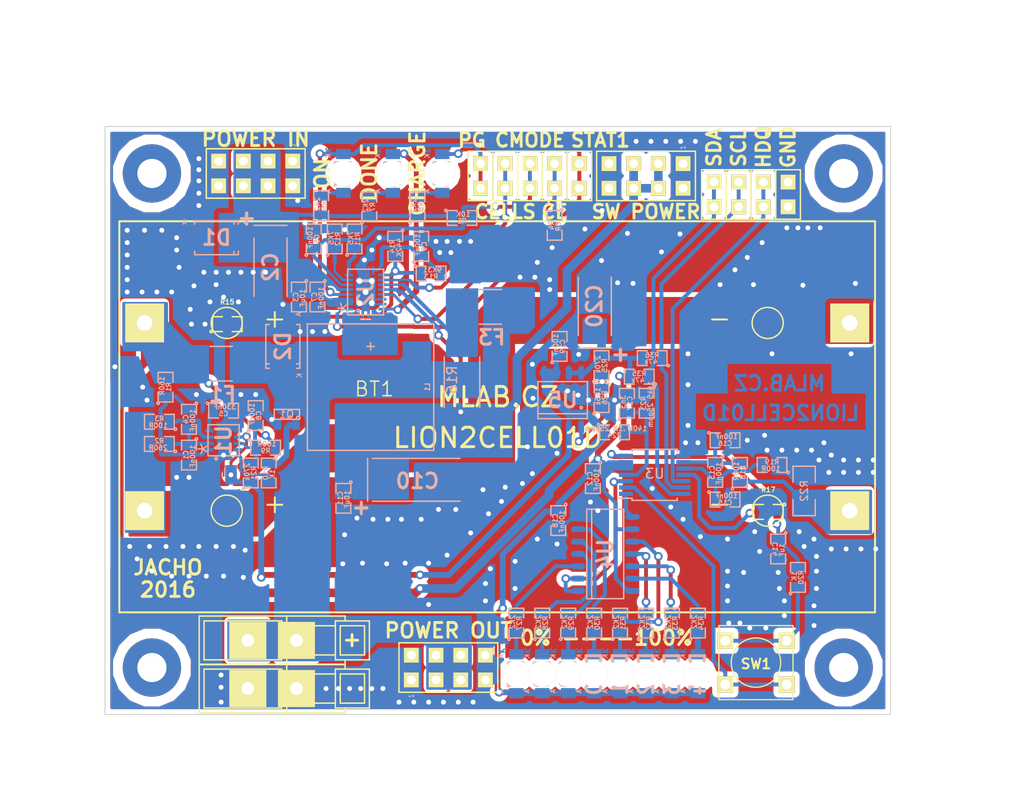
<source format=kicad_pcb>
(kicad_pcb (version 4) (host pcbnew 4.0.1-3.201512221401+6198~38~ubuntu15.10.1-stable)
  (layers (0 F.Cu signal) (31 B.Cu signal) (34 B.Paste user) (35 F.Paste user) (36 B.SilkS user) (37 F.SilkS user) (38 B.Mask user) (39 F.Mask user) (44 Edge.Cuts user))
  (net 0 "")
  (net 1 /BAT+)
  (net 2 "Net-(C1-Pad1)")
  (net 3 GND)
  (net 4 "Net-(C2-Pad1)")
  (net 5 "Net-(C4-Pad1)")
  (net 6 "Net-(C5-Pad1)")
  (net 7 /CMODE)
  (net 8 "Net-(C8-Pad1)")
  (net 9 "Net-(C9-Pad1)")
  (net 10 "Net-(C10-Pad1)")
  (net 11 "Net-(C13-Pad1)")
  (net 12 "Net-(C13-Pad2)")
  (net 13 "Net-(C14-Pad1)")
  (net 14 "Net-(C17-Pad1)")
  (net 15 "Net-(D3-Pad1)")
  (net 16 /PG)
  (net 17 "Net-(D4-Pad1)")
  (net 18 "Net-(D4-Pad2)")
  (net 19 "Net-(D5-Pad1)")
  (net 20 /STAT1)
  (net 21 "Net-(D7-Pad2)")
  (net 22 "Net-(D8-Pad2)")
  (net 23 "Net-(D9-Pad2)")
  (net 24 "Net-(D10-Pad2)")
  (net 25 "Net-(D11-Pad2)")
  (net 26 "Net-(D12-Pad2)")
  (net 27 "Net-(D13-Pad2)")
  (net 28 /CE)
  (net 29 /CELLS)
  (net 30 "Net-(L1-Pad1)")
  (net 31 "Net-(Q1-PadG)")
  (net 32 "Net-(R3-Pad1)")
  (net 33 "Net-(R10-Pad2)")
  (net 34 "Net-(R11-Pad1)")
  (net 35 "Net-(R12-Pad1)")
  (net 36 "Net-(R13-Pad1)")
  (net 37 "Net-(R17-Pad2)")
  (net 38 "Net-(R20-Pad1)")
  (net 39 "Net-(R27-Pad2)")
  (net 40 "Net-(R28-Pad2)")
  (net 41 "Net-(R29-Pad2)")
  (net 42 "Net-(R30-Pad2)")
  (net 43 "Net-(R31-Pad2)")
  (net 44 "Net-(R32-Pad2)")
  (net 45 "Net-(R33-Pad2)")
  (net 46 /P2)
  (net 47 /P1)
  (net 48 /BAT-MIDPOINT)
  (net 49 /BATTERY-)
  (net 50 /BATTERY+)
  (net 51 /SDA)
  (net 52 /SCL)
  (net 53 /HDQ)
  (net 54 "Net-(D14-Pad2)")
  (net 55 "Net-(R34-Pad2)")
  (net 56 "Net-(F3-Pad1)")
  (net 57 +3V3)
  (net 58 "Net-(R25-Pad1)")
  (net 59 "Net-(SW1-Pad2)")
  (net 60 /CB_EN)
  (net 61 "Net-(P1-Pad1)")
  (net 62 "Net-(P2-Pad1)")
  (net 63 "Net-(P3-Pad1)")
  (net 64 "Net-(P4-Pad1)")
  (net 65 "Net-(U2-Pad11)")
  (module Mlab_R:SMD-0805 (layer B.Cu) (at 8.89 -26.924 270)
    (fp_text reference C1 (at 0 0.3175 270) (layer B.SilkS) (effects (font (size 0.50038 0.50038) (thickness 0.10922)) (justify mirror)))
    (fp_text value 100nF (at 0.127 -0.381 270) (layer B.SilkS) (effects (font (size 0.50038 0.50038) (thickness 0.10922)) (justify mirror)))
    (pad 1 smd rect (at -0.9525 0 270) (size 0.889 1.397) (layers B.Cu B.Paste B.Mask) (net 2 "Net-(C1-Pad1)"))
    (pad 2 smd rect (at 0.9525 0 270) (size 0.889 1.397) (layers B.Cu B.Paste B.Mask) (net 3 GND))
  )
  (module Mlab_C:TantalC_SizeC_Reflow (layer B.Cu) (at 17.272 -46.24324 270)
    (fp_text reference C2 (at 0 0 270) (layer B.SilkS) (effects (font (thickness 0.3048)) (justify mirror)))
    (fp_text value 47uF hide)
    (fp_text user + (at -4.99872 2.55016 270) (layer B.SilkS) (effects (font (thickness 0.3048)) (justify mirror)))
    (pad 2 smd rect (at 2.52476 0 270) (size 2.55016 2.49936) (layers B.Cu B.Paste B.Mask) (net 3 GND))
    (pad 1 smd rect (at -2.52476 0 270) (size 2.55016 2.49936) (layers B.Cu B.Paste B.Mask) (net 4 "Net-(C2-Pad1)"))
  )
  (module Mlab_R:SMD-0805 (layer B.Cu) (at 20.193 -43.18 270)
    (fp_text reference C3 (at 0 0.3175 270) (layer B.SilkS) (effects (font (size 0.50038 0.50038) (thickness 0.10922)) (justify mirror)))
    (fp_text value 10uF (at 0.127 -0.381 270) (layer B.SilkS) (effects (font (size 0.50038 0.50038) (thickness 0.10922)) (justify mirror)))
    (pad 1 smd rect (at -0.9525 0 270) (size 0.889 1.397) (layers B.Cu B.Paste B.Mask) (net 4 "Net-(C2-Pad1)"))
    (pad 2 smd rect (at 0.9525 0 270) (size 0.889 1.397) (layers B.Cu B.Paste B.Mask) (net 3 GND))
  )
  (module Mlab_R:SMD-0805 (layer B.Cu) (at 8.89 -30.607 270)
    (fp_text reference C4 (at 0 0.3175 270) (layer B.SilkS) (effects (font (size 0.50038 0.50038) (thickness 0.10922)) (justify mirror)))
    (fp_text value 100nF (at 0.127 -0.381 270) (layer B.SilkS) (effects (font (size 0.50038 0.50038) (thickness 0.10922)) (justify mirror)))
    (pad 1 smd rect (at -0.9525 0 270) (size 0.889 1.397) (layers B.Cu B.Paste B.Mask) (net 5 "Net-(C4-Pad1)"))
    (pad 2 smd rect (at 0.9525 0 270) (size 0.889 1.397) (layers B.Cu B.Paste B.Mask) (net 2 "Net-(C1-Pad1)"))
  )
  (module Mlab_R:SMD-0805 (layer B.Cu) (at 12.446 -31.496)
    (fp_text reference C5 (at 0 0.3175) (layer B.SilkS) (effects (font (size 0.50038 0.50038) (thickness 0.10922)) (justify mirror)))
    (fp_text value 330nF (at 0.127 -0.381) (layer B.SilkS) (effects (font (size 0.50038 0.50038) (thickness 0.10922)) (justify mirror)))
    (pad 1 smd rect (at -0.9525 0) (size 0.889 1.397) (layers B.Cu B.Paste B.Mask) (net 6 "Net-(C5-Pad1)"))
    (pad 2 smd rect (at 0.9525 0) (size 0.889 1.397) (layers B.Cu B.Paste B.Mask) (net 3 GND))
  )
  (module Mlab_R:SMD-0805 (layer B.Cu) (at 21.717 -49.149 90)
    (fp_text reference C6 (at 0 0.3175 90) (layer B.SilkS) (effects (font (size 0.50038 0.50038) (thickness 0.10922)) (justify mirror)))
    (fp_text value 100nF (at 0.127 -0.381 90) (layer B.SilkS) (effects (font (size 0.50038 0.50038) (thickness 0.10922)) (justify mirror)))
    (pad 1 smd rect (at -0.9525 0 90) (size 0.889 1.397) (layers B.Cu B.Paste B.Mask) (net 7 /CMODE))
    (pad 2 smd rect (at 0.9525 0 90) (size 0.889 1.397) (layers B.Cu B.Paste B.Mask) (net 3 GND))
  )
  (module Mlab_R:SMD-0805 (layer B.Cu) (at 22.098 -43.18 270)
    (fp_text reference C7 (at 0 0.3175 270) (layer B.SilkS) (effects (font (size 0.50038 0.50038) (thickness 0.10922)) (justify mirror)))
    (fp_text value 100nF (at 0.127 -0.381 270) (layer B.SilkS) (effects (font (size 0.50038 0.50038) (thickness 0.10922)) (justify mirror)))
    (pad 1 smd rect (at -0.9525 0 270) (size 0.889 1.397) (layers B.Cu B.Paste B.Mask) (net 4 "Net-(C2-Pad1)"))
    (pad 2 smd rect (at 0.9525 0 270) (size 0.889 1.397) (layers B.Cu B.Paste B.Mask) (net 3 GND))
  )
  (module Mlab_R:SMD-0805 (layer B.Cu) (at 15.748 -30.988 90)
    (fp_text reference C8 (at 0 0.3175 90) (layer B.SilkS) (effects (font (size 0.50038 0.50038) (thickness 0.10922)) (justify mirror)))
    (fp_text value 100nF (at 0.127 -0.381 90) (layer B.SilkS) (effects (font (size 0.50038 0.50038) (thickness 0.10922)) (justify mirror)))
    (pad 1 smd rect (at -0.9525 0 90) (size 0.889 1.397) (layers B.Cu B.Paste B.Mask) (net 8 "Net-(C8-Pad1)"))
    (pad 2 smd rect (at 0.9525 0 90) (size 0.889 1.397) (layers B.Cu B.Paste B.Mask) (net 3 GND))
  )
  (module Mlab_R:SMD-0805 (layer B.Cu) (at 32.766 -48.387 90)
    (fp_text reference C9 (at 0 0.3175 90) (layer B.SilkS) (effects (font (size 0.50038 0.50038) (thickness 0.10922)) (justify mirror)))
    (fp_text value 100nF (at 0.127 -0.381 90) (layer B.SilkS) (effects (font (size 0.50038 0.50038) (thickness 0.10922)) (justify mirror)))
    (pad 1 smd rect (at -0.9525 0 90) (size 0.889 1.397) (layers B.Cu B.Paste B.Mask) (net 9 "Net-(C9-Pad1)"))
    (pad 2 smd rect (at 0.9525 0 90) (size 0.889 1.397) (layers B.Cu B.Paste B.Mask) (net 3 GND))
  )
  (module Mlab_R:SMD-0805 (layer B.Cu) (at 24.765 -22.479 270)
    (fp_text reference C11 (at 0 0.3175 270) (layer B.SilkS) (effects (font (size 0.50038 0.50038) (thickness 0.10922)) (justify mirror)))
    (fp_text value 10uF (at 0.127 -0.381 270) (layer B.SilkS) (effects (font (size 0.50038 0.50038) (thickness 0.10922)) (justify mirror)))
    (pad 1 smd rect (at -0.9525 0 270) (size 0.889 1.397) (layers B.Cu B.Paste B.Mask) (net 10 "Net-(C10-Pad1)"))
    (pad 2 smd rect (at 0.9525 0 270) (size 0.889 1.397) (layers B.Cu B.Paste B.Mask) (net 3 GND))
  )
  (module Mlab_R:SMD-0805 (layer B.Cu) (at 50.419 -24.511 270)
    (fp_text reference C12 (at 0 0.3175 270) (layer B.SilkS) (effects (font (size 0.50038 0.50038) (thickness 0.10922)) (justify mirror)))
    (fp_text value 100nF (at 0.127 -0.381 270) (layer B.SilkS) (effects (font (size 0.50038 0.50038) (thickness 0.10922)) (justify mirror)))
    (pad 1 smd rect (at -0.9525 0 270) (size 0.889 1.397) (layers B.Cu B.Paste B.Mask) (net 57 +3V3))
    (pad 2 smd rect (at 0.9525 0 270) (size 0.889 1.397) (layers B.Cu B.Paste B.Mask) (net 3 GND))
  )
  (module Mlab_R:SMD-0805 (layer B.Cu) (at 62.992 -25.146 270)
    (fp_text reference C13 (at 0 0.3175 270) (layer B.SilkS) (effects (font (size 0.50038 0.50038) (thickness 0.10922)) (justify mirror)))
    (fp_text value 100nF (at 0.127 -0.381 270) (layer B.SilkS) (effects (font (size 0.50038 0.50038) (thickness 0.10922)) (justify mirror)))
    (pad 1 smd rect (at -0.9525 0 270) (size 0.889 1.397) (layers B.Cu B.Paste B.Mask) (net 11 "Net-(C13-Pad1)"))
    (pad 2 smd rect (at 0.9525 0 270) (size 0.889 1.397) (layers B.Cu B.Paste B.Mask) (net 12 "Net-(C13-Pad2)"))
  )
  (module Mlab_R:SMD-0805 (layer B.Cu) (at 69.469 -17.272 270)
    (fp_text reference C14 (at 0 0.3175 270) (layer B.SilkS) (effects (font (size 0.50038 0.50038) (thickness 0.10922)) (justify mirror)))
    (fp_text value 1uF (at 0.127 -0.381 270) (layer B.SilkS) (effects (font (size 0.50038 0.50038) (thickness 0.10922)) (justify mirror)))
    (pad 1 smd rect (at -0.9525 0 270) (size 0.889 1.397) (layers B.Cu B.Paste B.Mask) (net 13 "Net-(C14-Pad1)"))
    (pad 2 smd rect (at 0.9525 0 270) (size 0.889 1.397) (layers B.Cu B.Paste B.Mask) (net 3 GND))
  )
  (module Mlab_R:SMD-0805 (layer B.Cu) (at 64.008 -22.352)
    (fp_text reference C15 (at 0 0.3175) (layer B.SilkS) (effects (font (size 0.50038 0.50038) (thickness 0.10922)) (justify mirror)))
    (fp_text value 100nF (at 0.127 -0.381) (layer B.SilkS) (effects (font (size 0.50038 0.50038) (thickness 0.10922)) (justify mirror)))
    (pad 1 smd rect (at -0.9525 0) (size 0.889 1.397) (layers B.Cu B.Paste B.Mask) (net 12 "Net-(C13-Pad2)"))
    (pad 2 smd rect (at 0.9525 0) (size 0.889 1.397) (layers B.Cu B.Paste B.Mask) (net 3 GND))
  )
  (module Mlab_R:SMD-0805 (layer B.Cu) (at 64.008 -28.448)
    (fp_text reference C16 (at 0 0.3175) (layer B.SilkS) (effects (font (size 0.50038 0.50038) (thickness 0.10922)) (justify mirror)))
    (fp_text value 100nF (at 0.127 -0.381) (layer B.SilkS) (effects (font (size 0.50038 0.50038) (thickness 0.10922)) (justify mirror)))
    (pad 1 smd rect (at -0.9525 0) (size 0.889 1.397) (layers B.Cu B.Paste B.Mask) (net 11 "Net-(C13-Pad1)"))
    (pad 2 smd rect (at 0.9525 0) (size 0.889 1.397) (layers B.Cu B.Paste B.Mask) (net 3 GND))
  )
  (module Mlab_R:SMD-0805 (layer B.Cu) (at 53.9115 -32.258 90)
    (fp_text reference C17 (at 0 0.3175 90) (layer B.SilkS) (effects (font (size 0.50038 0.50038) (thickness 0.10922)) (justify mirror)))
    (fp_text value 3n3 (at 0.127 -0.381 90) (layer B.SilkS) (effects (font (size 0.50038 0.50038) (thickness 0.10922)) (justify mirror)))
    (pad 1 smd rect (at -0.9525 0 90) (size 0.889 1.397) (layers B.Cu B.Paste B.Mask) (net 14 "Net-(C17-Pad1)"))
    (pad 2 smd rect (at 0.9525 0 90) (size 0.889 1.397) (layers B.Cu B.Paste B.Mask) (net 3 GND))
  )
  (module Mlab_R:SMD-0805 (layer B.Cu) (at 46.863 -20.193 270)
    (fp_text reference C18 (at 0 0.3175 270) (layer B.SilkS) (effects (font (size 0.50038 0.50038) (thickness 0.10922)) (justify mirror)))
    (fp_text value 100nF (at 0.127 -0.381 270) (layer B.SilkS) (effects (font (size 0.50038 0.50038) (thickness 0.10922)) (justify mirror)))
    (pad 1 smd rect (at -0.9525 0 270) (size 0.889 1.397) (layers B.Cu B.Paste B.Mask) (net 57 +3V3))
    (pad 2 smd rect (at 0.9525 0 270) (size 0.889 1.397) (layers B.Cu B.Paste B.Mask) (net 3 GND))
  )
  (module Mlab_D:SMA_Standard (layer B.Cu) (at 11.71702 -49.276)
    (fp_text reference D1 (at 0 0) (layer B.SilkS) (effects (font (thickness 0.3048)) (justify mirror)))
    (fp_text value M4 hide)
    (fp_text user A (at -3.29946 -1.6002) (layer B.SilkS) (effects (font (size 0.50038 0.50038) (thickness 0.09906)) (justify mirror)))
    (fp_text user K (at 2.99974 -1.69926) (layer B.SilkS) (effects (font (size 0.50038 0.50038) (thickness 0.09906)) (justify mirror)))
    (pad 1 smd rect (at -1.99898 0) (size 2.49936 1.80086) (layers B.Cu B.Paste B.Mask) (net 3 GND))
    (pad 2 smd rect (at 1.99898 0) (size 2.49936 1.80086) (layers B.Cu B.Paste B.Mask) (net 4 "Net-(C2-Pad1)"))
  )
  (module Mlab_D:SMA_Standard (layer B.Cu) (at 18.542 -38.1 270)
    (fp_text reference D2 (at 0 0 270) (layer B.SilkS) (effects (font (thickness 0.3048)) (justify mirror)))
    (fp_text value M4 hide)
    (fp_text user A (at -3.29946 -1.6002 270) (layer B.SilkS) (effects (font (size 0.50038 0.50038) (thickness 0.09906)) (justify mirror)))
    (fp_text user K (at 2.99974 -1.69926 270) (layer B.SilkS) (effects (font (size 0.50038 0.50038) (thickness 0.09906)) (justify mirror)))
    (pad 1 smd rect (at -1.99898 0 270) (size 2.49936 1.80086) (layers B.Cu B.Paste B.Mask) (net 3 GND))
    (pad 2 smd rect (at 1.99898 0 270) (size 2.49936 1.80086) (layers B.Cu B.Paste B.Mask) (net 50 /BATTERY+))
  )
  (module Mlab_Pin_Headers:Straight_2x04 (layer F.Cu) (at 15.748 -55.88 270)
    (fp_text reference J1 hide)
    (fp_text value JUMP_4X2 hide)
    (fp_text user 1 (at -2.921 -3.81 270) (layer F.SilkS) (effects (font (size 0.5 0.5) (thickness 0.05))))
    (pad 1 thru_hole rect (at -1.27 -3.81 270) (size 1.524 1.524) (drill 0.889) (layers *.Cu *.Mask F.SilkS) (net 3 GND))
    (pad 2 thru_hole rect (at 1.27 -3.81 270) (size 1.524 1.524) (drill 0.889) (layers *.Cu *.Mask F.SilkS) (net 3 GND))
    (pad 3 thru_hole rect (at -1.27 -1.27 270) (size 1.524 1.524) (drill 0.889) (layers *.Cu *.Mask F.SilkS) (net 4 "Net-(C2-Pad1)"))
    (pad 4 thru_hole rect (at 1.27 -1.27 270) (size 1.524 1.524) (drill 0.889) (layers *.Cu *.Mask F.SilkS) (net 4 "Net-(C2-Pad1)"))
    (pad 5 thru_hole rect (at -1.27 1.27 270) (size 1.524 1.524) (drill 0.889) (layers *.Cu *.Mask F.SilkS) (net 4 "Net-(C2-Pad1)"))
    (pad 6 thru_hole rect (at 1.27 1.27 270) (size 1.524 1.524) (drill 0.889) (layers *.Cu *.Mask F.SilkS) (net 4 "Net-(C2-Pad1)"))
    (pad 7 thru_hole rect (at -1.27 3.81 270) (size 1.524 1.524) (drill 0.889) (layers *.Cu *.Mask F.SilkS) (net 3 GND))
    (pad 8 thru_hole rect (at 1.27 3.81 270) (size 1.524 1.524) (drill 0.889) (layers *.Cu *.Mask F.SilkS) (net 3 GND))
  )
  (module Mlab_Pin_Headers:Straight_1x02 (layer F.Cu) (at 49.022 -55.626)
    (fp_text reference J2 hide)
    (fp_text value JUMP_2x1 hide)
    (pad 2 thru_hole rect (at 0 1.27) (size 1.524 1.524) (drill 0.889) (layers *.Cu *.Mask F.SilkS) (net 20 /STAT1))
    (pad 1 thru_hole rect (at 0 -1.27) (size 1.524 1.524) (drill 0.889) (layers *.Cu *.Mask F.SilkS) (net 20 /STAT1))
  )
  (module Mlab_Pin_Headers:Straight_1x02 (layer F.Cu) (at 38.862 -55.626 180)
    (fp_text reference J3 hide)
    (fp_text value JUMP_2x1 hide)
    (pad 2 thru_hole rect (at 0 1.27 180) (size 1.524 1.524) (drill 0.889) (layers *.Cu *.Mask F.SilkS) (net 16 /PG))
    (pad 1 thru_hole rect (at 0 -1.27 180) (size 1.524 1.524) (drill 0.889) (layers *.Cu *.Mask F.SilkS) (net 16 /PG))
  )
  (module Mlab_Pin_Headers:Straight_1x02 (layer F.Cu) (at 43.942 -55.626)
    (fp_text reference J4 hide)
    (fp_text value JUMP_2x1 hide)
    (pad 2 thru_hole rect (at 0 1.27) (size 1.524 1.524) (drill 0.889) (layers *.Cu *.Mask F.SilkS) (net 7 /CMODE))
    (pad 1 thru_hole rect (at 0 -1.27) (size 1.524 1.524) (drill 0.889) (layers *.Cu *.Mask F.SilkS) (net 7 /CMODE))
  )
  (module Mlab_Pin_Headers:Straight_1x02 (layer F.Cu) (at 46.482 -55.626)
    (fp_text reference J5 hide)
    (fp_text value JUMP_2x1 hide)
    (pad 2 thru_hole rect (at 0 1.27) (size 1.524 1.524) (drill 0.889) (layers *.Cu *.Mask F.SilkS) (net 28 /CE))
    (pad 1 thru_hole rect (at 0 -1.27) (size 1.524 1.524) (drill 0.889) (layers *.Cu *.Mask F.SilkS) (net 28 /CE))
  )
  (module Mlab_Pin_Headers:Straight_1x02 (layer F.Cu) (at 41.402 -55.626)
    (fp_text reference J6 hide)
    (fp_text value JUMP_2x1 hide)
    (pad 2 thru_hole rect (at 0 1.27) (size 1.524 1.524) (drill 0.889) (layers *.Cu *.Mask F.SilkS) (net 29 /CELLS))
    (pad 1 thru_hole rect (at 0 -1.27) (size 1.524 1.524) (drill 0.889) (layers *.Cu *.Mask F.SilkS) (net 29 /CELLS))
  )
  (module Mlab_Pin_Headers:Straight_2x04 (layer F.Cu) (at 35.56 -5.08 90)
    (fp_text reference J7 hide)
    (fp_text value JUMP_4X2 hide)
    (fp_text user 1 (at -2.921 -3.81 90) (layer F.SilkS) (effects (font (size 0.5 0.5) (thickness 0.05))))
    (pad 1 thru_hole rect (at -1.27 -3.81 90) (size 1.524 1.524) (drill 0.889) (layers *.Cu *.Mask F.SilkS) (net 3 GND))
    (pad 2 thru_hole rect (at 1.27 -3.81 90) (size 1.524 1.524) (drill 0.889) (layers *.Cu *.Mask F.SilkS) (net 3 GND))
    (pad 3 thru_hole rect (at -1.27 -1.27 90) (size 1.524 1.524) (drill 0.889) (layers *.Cu *.Mask F.SilkS) (net 50 /BATTERY+))
    (pad 4 thru_hole rect (at 1.27 -1.27 90) (size 1.524 1.524) (drill 0.889) (layers *.Cu *.Mask F.SilkS) (net 50 /BATTERY+))
    (pad 5 thru_hole rect (at -1.27 1.27 90) (size 1.524 1.524) (drill 0.889) (layers *.Cu *.Mask F.SilkS) (net 50 /BATTERY+))
    (pad 6 thru_hole rect (at 1.27 1.27 90) (size 1.524 1.524) (drill 0.889) (layers *.Cu *.Mask F.SilkS) (net 50 /BATTERY+))
    (pad 7 thru_hole rect (at -1.27 3.81 90) (size 1.524 1.524) (drill 0.889) (layers *.Cu *.Mask F.SilkS) (net 3 GND))
    (pad 8 thru_hole rect (at 1.27 3.81 90) (size 1.524 1.524) (drill 0.889) (layers *.Cu *.Mask F.SilkS) (net 3 GND))
  )
  (module Mlab_Con:WAGO256 (layer F.Cu) (at 17.399 -7.874)
    (fp_text reference J8 hide)
    (fp_text value CONN1_1 hide)
    (pad 1 thru_hole rect (at -2.46 0 90) (size 3.81 3.81) (drill 1.3) (layers *.Cu *.Mask F.SilkS) (net 50 /BATTERY+))
    (pad 1 thru_hole rect (at 2.54 0 90) (size 3.81 3.81) (drill 1.3) (layers *.Cu *.Mask F.SilkS) (net 50 /BATTERY+))
  )
  (module Mlab_Con:WAGO256 (layer F.Cu) (at 17.399 -2.921)
    (fp_text reference J9 hide)
    (fp_text value CONN1_1 hide)
    (pad 1 thru_hole rect (at -2.46 0 90) (size 3.81 3.81) (drill 1.3) (layers *.Cu *.Mask F.SilkS) (net 3 GND))
    (pad 1 thru_hole rect (at 2.54 0 90) (size 3.81 3.81) (drill 1.3) (layers *.Cu *.Mask F.SilkS) (net 3 GND))
  )
  (module Mlab_Pin_Headers:Straight_1x02 (layer F.Cu) (at 62.865 -53.721)
    (fp_text reference J10 hide)
    (fp_text value JUMP_2x1 hide)
    (pad 2 thru_hole rect (at 0 1.27) (size 1.524 1.524) (drill 0.889) (layers *.Cu *.Mask F.SilkS) (net 51 /SDA))
    (pad 1 thru_hole rect (at 0 -1.27) (size 1.524 1.524) (drill 0.889) (layers *.Cu *.Mask F.SilkS) (net 51 /SDA))
  )
  (module Mlab_Pin_Headers:Straight_1x02 (layer F.Cu) (at 65.405 -53.721)
    (fp_text reference J11 hide)
    (fp_text value JUMP_2x1 hide)
    (pad 2 thru_hole rect (at 0 1.27) (size 1.524 1.524) (drill 0.889) (layers *.Cu *.Mask F.SilkS) (net 52 /SCL))
    (pad 1 thru_hole rect (at 0 -1.27) (size 1.524 1.524) (drill 0.889) (layers *.Cu *.Mask F.SilkS) (net 52 /SCL))
  )
  (module Mlab_Pin_Headers:Straight_1x02 (layer F.Cu) (at 67.945 -53.721)
    (fp_text reference J12 hide)
    (fp_text value JUMP_2x1 hide)
    (pad 2 thru_hole rect (at 0 1.27) (size 1.524 1.524) (drill 0.889) (layers *.Cu *.Mask F.SilkS) (net 53 /HDQ))
    (pad 1 thru_hole rect (at 0 -1.27) (size 1.524 1.524) (drill 0.889) (layers *.Cu *.Mask F.SilkS) (net 53 /HDQ))
  )
  (module Mlab_Pin_Headers:Straight_2x04 (layer F.Cu) (at 55.88 -55.626 270)
    (fp_text reference J13 hide)
    (fp_text value JUMP_4X2 hide)
    (fp_text user 1 (at -2.921 -3.81 270) (layer F.SilkS) (effects (font (size 0.5 0.5) (thickness 0.05))))
    (pad 1 thru_hole rect (at -1.27 -3.81 270) (size 1.524 1.524) (drill 0.889) (layers *.Cu *.Mask F.SilkS) (net 3 GND))
    (pad 2 thru_hole rect (at 1.27 -3.81 270) (size 1.524 1.524) (drill 0.889) (layers *.Cu *.Mask F.SilkS) (net 3 GND))
    (pad 3 thru_hole rect (at -1.27 -1.27 270) (size 1.524 1.524) (drill 0.889) (layers *.Cu *.Mask F.SilkS) (net 10 "Net-(C10-Pad1)"))
    (pad 4 thru_hole rect (at 1.27 -1.27 270) (size 1.524 1.524) (drill 0.889) (layers *.Cu *.Mask F.SilkS) (net 10 "Net-(C10-Pad1)"))
    (pad 5 thru_hole rect (at -1.27 1.27 270) (size 1.524 1.524) (drill 0.889) (layers *.Cu *.Mask F.SilkS) (net 10 "Net-(C10-Pad1)"))
    (pad 6 thru_hole rect (at 1.27 1.27 270) (size 1.524 1.524) (drill 0.889) (layers *.Cu *.Mask F.SilkS) (net 10 "Net-(C10-Pad1)"))
    (pad 7 thru_hole rect (at -1.27 3.81 270) (size 1.524 1.524) (drill 0.889) (layers *.Cu *.Mask F.SilkS) (net 3 GND))
    (pad 8 thru_hole rect (at 1.27 3.81 270) (size 1.524 1.524) (drill 0.889) (layers *.Cu *.Mask F.SilkS) (net 3 GND))
  )
  (module Mlab_L:DE1205-10 (layer B.Cu) (at 27.559 -33.909 90)
    (fp_text reference L1 (at 0 5.842 90) (layer B.SilkS) (effects (font (size 0.50038 0.50038) (thickness 0.11938)) (justify mirror)))
    (fp_text value DE1205-10 hide)
    (pad 1 smd rect (at 5 0 90) (size 3 5.5) (layers B.Cu B.Paste B.Mask) (net 30 "Net-(L1-Pad1)"))
    (pad 2 smd rect (at -5 0 90) (size 3 5.5) (layers B.Cu B.Paste B.Mask) (net 10 "Net-(C10-Pad1)"))
  )
  (module Mlab_Mechanical:MountingHole_3mm (layer F.Cu) (at 76.2 -5.08)
    (fp_text reference P1 hide)
    (fp_text value _ hide)
    (pad 1 thru_hole circle (at 0 0) (size 6 6) (drill 3) (layers *.Cu *.Adhes *.Mask) (net 61 "Net-(P1-Pad1)") (clearance 1))
  )
  (module Mlab_Mechanical:MountingHole_3mm (layer F.Cu) (at 5.08 -55.88)
    (fp_text reference P2 hide)
    (fp_text value _ hide)
    (pad 1 thru_hole circle (at 0 0) (size 6 6) (drill 3) (layers *.Cu *.Adhes *.Mask) (net 62 "Net-(P2-Pad1)") (clearance 1))
  )
  (module Mlab_Mechanical:MountingHole_3mm (layer F.Cu) (at 5.08 -5.08)
    (fp_text reference P3 hide)
    (fp_text value _ hide)
    (pad 1 thru_hole circle (at 0 0) (size 6 6) (drill 3) (layers *.Cu *.Adhes *.Mask) (net 63 "Net-(P3-Pad1)") (clearance 1))
  )
  (module Mlab_Mechanical:MountingHole_3mm (layer F.Cu) (at 76.2 -55.88)
    (fp_text reference P4 hide)
    (fp_text value _ hide)
    (pad 1 thru_hole circle (at 0 0) (size 6 6) (drill 3) (layers *.Cu *.Adhes *.Mask) (net 64 "Net-(P4-Pad1)") (clearance 1))
  )
  (module Mlab_T:SOT-23 (layer B.Cu) (at 18.923 -31.115 180)
    (fp_text reference Q1 (at 0 0 180) (layer B.SilkS) (effects (font (size 0.762 0.762) (thickness 0.11938)) (justify mirror)))
    (fp_text value IRLML6244 hide)
    (pad D smd rect (at 0 1.09982 180) (size 0.8001 1.00076) (layers B.Cu B.Paste B.Mask) (net 50 /BATTERY+))
    (pad S smd rect (at 0.9525 -1.09982 180) (size 0.8001 1.00076) (layers B.Cu B.Paste B.Mask) (net 3 GND))
    (pad G smd rect (at -0.9525 -1.09982 180) (size 0.8001 1.00076) (layers B.Cu B.Paste B.Mask) (net 31 "Net-(Q1-PadG)"))
  )
  (module Mlab_R:SMD-0805 (layer B.Cu) (at 6.477 -33.909 90)
    (fp_text reference R1 (at 0 0.3175 90) (layer B.SilkS) (effects (font (size 0.50038 0.50038) (thickness 0.10922)) (justify mirror)))
    (fp_text value 160R (at 0.127 -0.381 90) (layer B.SilkS) (effects (font (size 0.50038 0.50038) (thickness 0.10922)) (justify mirror)))
    (pad 1 smd rect (at -0.9525 0 90) (size 0.889 1.397) (layers B.Cu B.Paste B.Mask) (net 5 "Net-(C4-Pad1)"))
    (pad 2 smd rect (at 0.9525 0 90) (size 0.889 1.397) (layers B.Cu B.Paste B.Mask) (net 1 /BAT+))
  )
  (module Mlab_R:SMD-0805 (layer B.Cu) (at 5.842 -28.067 180)
    (fp_text reference R2 (at 0 0.3175 180) (layer B.SilkS) (effects (font (size 0.50038 0.50038) (thickness 0.10922)) (justify mirror)))
    (fp_text value 260R (at 0.127 -0.381 180) (layer B.SilkS) (effects (font (size 0.50038 0.50038) (thickness 0.10922)) (justify mirror)))
    (pad 1 smd rect (at -0.9525 0 180) (size 0.889 1.397) (layers B.Cu B.Paste B.Mask) (net 2 "Net-(C1-Pad1)"))
    (pad 2 smd rect (at 0.9525 0 180) (size 0.889 1.397) (layers B.Cu B.Paste B.Mask) (net 48 /BAT-MIDPOINT))
  )
  (module Mlab_R:SMD-0805 (layer B.Cu) (at 5.842 -30.353 180)
    (fp_text reference R3 (at 0 0.3175 180) (layer B.SilkS) (effects (font (size 0.50038 0.50038) (thickness 0.10922)) (justify mirror)))
    (fp_text value 100R (at 0.127 -0.381 180) (layer B.SilkS) (effects (font (size 0.50038 0.50038) (thickness 0.10922)) (justify mirror)))
    (pad 1 smd rect (at -0.9525 0 180) (size 0.889 1.397) (layers B.Cu B.Paste B.Mask) (net 32 "Net-(R3-Pad1)"))
    (pad 2 smd rect (at 0.9525 0 180) (size 0.889 1.397) (layers B.Cu B.Paste B.Mask) (net 48 /BAT-MIDPOINT))
  )
  (module Mlab_R:SMD-0805 (layer B.Cu) (at 46.482 -50.546 270)
    (fp_text reference R4 (at 0 0.3175 270) (layer B.SilkS) (effects (font (size 0.50038 0.50038) (thickness 0.10922)) (justify mirror)))
    (fp_text value 0R (at 0.127 -0.381 270) (layer B.SilkS) (effects (font (size 0.50038 0.50038) (thickness 0.10922)) (justify mirror)))
    (pad 1 smd rect (at -0.9525 0 270) (size 0.889 1.397) (layers B.Cu B.Paste B.Mask) (net 28 /CE))
    (pad 2 smd rect (at 0.9525 0 270) (size 0.889 1.397) (layers B.Cu B.Paste B.Mask) (net 3 GND))
  )
  (module Mlab_R:SMD-0805 (layer B.Cu) (at 36.957 -51.308)
    (fp_text reference R5 (at 0 0.3175) (layer B.SilkS) (effects (font (size 0.50038 0.50038) (thickness 0.10922)) (justify mirror)))
    (fp_text value 10K (at 0.127 -0.381) (layer B.SilkS) (effects (font (size 0.50038 0.50038) (thickness 0.10922)) (justify mirror)))
    (pad 1 smd rect (at -0.9525 0) (size 0.889 1.397) (layers B.Cu B.Paste B.Mask) (net 4 "Net-(C2-Pad1)"))
    (pad 2 smd rect (at 0.9525 0) (size 0.889 1.397) (layers B.Cu B.Paste B.Mask) (net 29 /CELLS))
  )
  (module Mlab_R:SMD-0805 (layer B.Cu) (at 22.479 -52.578 90)
    (fp_text reference R6 (at 0 0.3175 90) (layer B.SilkS) (effects (font (size 0.50038 0.50038) (thickness 0.10922)) (justify mirror)))
    (fp_text value 2K2 (at 0.127 -0.381 90) (layer B.SilkS) (effects (font (size 0.50038 0.50038) (thickness 0.10922)) (justify mirror)))
    (pad 1 smd rect (at -0.9525 0 90) (size 0.889 1.397) (layers B.Cu B.Paste B.Mask) (net 4 "Net-(C2-Pad1)"))
    (pad 2 smd rect (at 0.9525 0 90) (size 0.889 1.397) (layers B.Cu B.Paste B.Mask) (net 15 "Net-(D3-Pad1)"))
  )
  (module Mlab_R:SMD-0805 (layer B.Cu) (at 27.432 -52.451 90)
    (fp_text reference R7 (at 0 0.3175 90) (layer B.SilkS) (effects (font (size 0.50038 0.50038) (thickness 0.10922)) (justify mirror)))
    (fp_text value 2K2 (at 0.127 -0.381 90) (layer B.SilkS) (effects (font (size 0.50038 0.50038) (thickness 0.10922)) (justify mirror)))
    (pad 1 smd rect (at -0.9525 0 90) (size 0.889 1.397) (layers B.Cu B.Paste B.Mask) (net 4 "Net-(C2-Pad1)"))
    (pad 2 smd rect (at 0.9525 0 90) (size 0.889 1.397) (layers B.Cu B.Paste B.Mask) (net 17 "Net-(D4-Pad1)"))
  )
  (module Mlab_R:SMD-0805 (layer B.Cu) (at 32.385 -52.451 90)
    (fp_text reference R8 (at 0 0.3175 90) (layer B.SilkS) (effects (font (size 0.50038 0.50038) (thickness 0.10922)) (justify mirror)))
    (fp_text value 2K2 (at 0.127 -0.381 90) (layer B.SilkS) (effects (font (size 0.50038 0.50038) (thickness 0.10922)) (justify mirror)))
    (pad 1 smd rect (at -0.9525 0 90) (size 0.889 1.397) (layers B.Cu B.Paste B.Mask) (net 4 "Net-(C2-Pad1)"))
    (pad 2 smd rect (at 0.9525 0 90) (size 0.889 1.397) (layers B.Cu B.Paste B.Mask) (net 19 "Net-(D5-Pad1)"))
  )
  (module Mlab_R:SMD-0805 (layer B.Cu) (at 16.764 -27.686)
    (fp_text reference R9 (at 0 0.3175) (layer B.SilkS) (effects (font (size 0.50038 0.50038) (thickness 0.10922)) (justify mirror)))
    (fp_text value 100R (at 0.127 -0.381) (layer B.SilkS) (effects (font (size 0.50038 0.50038) (thickness 0.10922)) (justify mirror)))
    (pad 1 smd rect (at -0.9525 0) (size 0.889 1.397) (layers B.Cu B.Paste B.Mask) (net 8 "Net-(C8-Pad1)"))
    (pad 2 smd rect (at 0.9525 0) (size 0.889 1.397) (layers B.Cu B.Paste B.Mask) (net 1 /BAT+))
  )
  (module Mlab_R:SMD-0805 (layer B.Cu) (at 17.0815 -25.0825 270)
    (fp_text reference R10 (at 0 0.3175 270) (layer B.SilkS) (effects (font (size 0.50038 0.50038) (thickness 0.10922)) (justify mirror)))
    (fp_text value 1K (at 0.127 -0.381 270) (layer B.SilkS) (effects (font (size 0.50038 0.50038) (thickness 0.10922)) (justify mirror)))
    (pad 1 smd rect (at -0.9525 0 270) (size 0.889 1.397) (layers B.Cu B.Paste B.Mask) (net 31 "Net-(Q1-PadG)"))
    (pad 2 smd rect (at 0.9525 0 270) (size 0.889 1.397) (layers B.Cu B.Paste B.Mask) (net 33 "Net-(R10-Pad2)"))
  )
  (module Mlab_R:SMD-0805 (layer B.Cu) (at 25.908 -49.149 90)
    (fp_text reference R11 (at 0 0.3175 90) (layer B.SilkS) (effects (font (size 0.50038 0.50038) (thickness 0.10922)) (justify mirror)))
    (fp_text value 7K5 (at 0.127 -0.381 90) (layer B.SilkS) (effects (font (size 0.50038 0.50038) (thickness 0.10922)) (justify mirror)))
    (pad 1 smd rect (at -0.9525 0 90) (size 0.889 1.397) (layers B.Cu B.Paste B.Mask) (net 34 "Net-(R11-Pad1)"))
    (pad 2 smd rect (at 0.9525 0 90) (size 0.889 1.397) (layers B.Cu B.Paste B.Mask) (net 3 GND))
  )
  (module Mlab_R:SMD-0805 (layer B.Cu) (at 23.876 -49.149 90)
    (fp_text reference R12 (at 0 0.3175 90) (layer B.SilkS) (effects (font (size 0.50038 0.50038) (thickness 0.10922)) (justify mirror)))
    (fp_text value 7K5 (at 0.127 -0.381 90) (layer B.SilkS) (effects (font (size 0.50038 0.50038) (thickness 0.10922)) (justify mirror)))
    (pad 1 smd rect (at -0.9525 0 90) (size 0.889 1.397) (layers B.Cu B.Paste B.Mask) (net 35 "Net-(R12-Pad1)"))
    (pad 2 smd rect (at 0.9525 0 90) (size 0.889 1.397) (layers B.Cu B.Paste B.Mask) (net 3 GND))
  )
  (module Mlab_R:SMD-0805 (layer B.Cu) (at 33.782 -45.593)
    (fp_text reference R13 (at 0 0.3175) (layer B.SilkS) (effects (font (size 0.50038 0.50038) (thickness 0.10922)) (justify mirror)))
    (fp_text value 9K31 (at 0.127 -0.381) (layer B.SilkS) (effects (font (size 0.50038 0.50038) (thickness 0.10922)) (justify mirror)))
    (pad 1 smd rect (at -0.9525 0) (size 0.889 1.397) (layers B.Cu B.Paste B.Mask) (net 36 "Net-(R13-Pad1)"))
    (pad 2 smd rect (at 0.9525 0) (size 0.889 1.397) (layers B.Cu B.Paste B.Mask) (net 9 "Net-(C9-Pad1)"))
  )
  (module Mlab_R:SMD-0805 (layer B.Cu) (at 30.099 -48.387 270)
    (fp_text reference R14 (at 0 0.3175 270) (layer B.SilkS) (effects (font (size 0.50038 0.50038) (thickness 0.10922)) (justify mirror)))
    (fp_text value 442K (at 0.127 -0.381 270) (layer B.SilkS) (effects (font (size 0.50038 0.50038) (thickness 0.10922)) (justify mirror)))
    (pad 1 smd rect (at -0.9525 0 270) (size 0.889 1.397) (layers B.Cu B.Paste B.Mask) (net 3 GND))
    (pad 2 smd rect (at 0.9525 0 270) (size 0.889 1.397) (layers B.Cu B.Paste B.Mask) (net 36 "Net-(R13-Pad1)"))
  )
  (module Mlab_R:SMD-0805 (layer F.Cu) (at 12.827 -40.386)
    (fp_text reference R15 (at 0 -2.286) (layer F.SilkS) (effects (font (size 0.50038 0.50038) (thickness 0.10922))))
    (fp_text value NCP21XV103J03RA hide)
    (pad 1 smd rect (at -0.9525 0) (size 0.889 1.397) (layers F.Cu F.Paste F.Mask) (net 3 GND))
    (pad 2 smd rect (at 0.9525 0) (size 0.889 1.397) (layers F.Cu F.Paste F.Mask) (net 36 "Net-(R13-Pad1)"))
  )
  (module Resistors_SMD:R_2512 (layer B.Cu) (at 36.957 -34.417 270)
    (fp_text reference R16 (at -0.254 1.016 270) (layer B.SilkS) (effects (justify mirror)))
    (fp_text value 0R1)
    (pad 1 smd rect (at -3.1 0 270) (size 1 3.2) (layers B.Cu B.Paste B.Mask) (net 56 "Net-(F3-Pad1)"))
    (pad 2 smd rect (at 3.1 0 270) (size 1 3.2) (layers B.Cu B.Paste B.Mask) (net 10 "Net-(C10-Pad1)"))
  )
  (module Mlab_R:SMD-0805 (layer F.Cu) (at 68.453 -21.082 180)
    (fp_text reference R17 (at 0 2.286 180) (layer F.SilkS) (effects (font (size 0.50038 0.50038) (thickness 0.10922))))
    (fp_text value "10K NTC" hide)
    (pad 1 smd rect (at -0.9525 0 180) (size 0.889 1.397) (layers F.Cu F.Paste F.Mask) (net 13 "Net-(C14-Pad1)"))
    (pad 2 smd rect (at 0.9525 0 180) (size 0.889 1.397) (layers F.Cu F.Paste F.Mask) (net 37 "Net-(R17-Pad2)"))
  )
  (module Mlab_R:SMD-0805 (layer B.Cu) (at 65.532 -25.146 90)
    (fp_text reference R18 (at 0 0.3175 90) (layer B.SilkS) (effects (font (size 0.50038 0.50038) (thickness 0.10922)) (justify mirror)))
    (fp_text value 100R (at 0.127 -0.381 90) (layer B.SilkS) (effects (font (size 0.50038 0.50038) (thickness 0.10922)) (justify mirror)))
    (pad 1 smd rect (at -0.9525 0 90) (size 0.889 1.397) (layers B.Cu B.Paste B.Mask) (net 49 /BATTERY-))
    (pad 2 smd rect (at 0.9525 0 90) (size 0.889 1.397) (layers B.Cu B.Paste B.Mask) (net 11 "Net-(C13-Pad1)"))
  )
  (module Mlab_R:SMD-0805 (layer B.Cu) (at 68.834 -25.908 180)
    (fp_text reference R19 (at 0 0.3175 180) (layer B.SilkS) (effects (font (size 0.50038 0.50038) (thickness 0.10922)) (justify mirror)))
    (fp_text value 100R (at 0.127 -0.381 180) (layer B.SilkS) (effects (font (size 0.50038 0.50038) (thickness 0.10922)) (justify mirror)))
    (pad 1 smd rect (at -0.9525 0 180) (size 0.889 1.397) (layers B.Cu B.Paste B.Mask) (net 3 GND))
    (pad 2 smd rect (at 0.9525 0 180) (size 0.889 1.397) (layers B.Cu B.Paste B.Mask) (net 12 "Net-(C13-Pad2)"))
  )
  (module Mlab_R:SMD-0805 (layer B.Cu) (at 71.501 -14.351 90)
    (fp_text reference R20 (at 0 0.3175 90) (layer B.SilkS) (effects (font (size 0.50038 0.50038) (thickness 0.10922)) (justify mirror)))
    (fp_text value 1K (at 0.127 -0.381 90) (layer B.SilkS) (effects (font (size 0.50038 0.50038) (thickness 0.10922)) (justify mirror)))
    (pad 1 smd rect (at -0.9525 0 90) (size 0.889 1.397) (layers B.Cu B.Paste B.Mask) (net 38 "Net-(R20-Pad1)"))
    (pad 2 smd rect (at 0.9525 0 90) (size 0.889 1.397) (layers B.Cu B.Paste B.Mask) (net 13 "Net-(C14-Pad1)"))
  )
  (module Mlab_R:SMD-0805 (layer B.Cu) (at 15.24 -25.0825 90)
    (fp_text reference R21 (at 0 0.3175 90) (layer B.SilkS) (effects (font (size 0.50038 0.50038) (thickness 0.10922)) (justify mirror)))
    (fp_text value 270k (at 0.127 -0.381 90) (layer B.SilkS) (effects (font (size 0.50038 0.50038) (thickness 0.10922)) (justify mirror)))
    (pad 1 smd rect (at -0.9525 0 90) (size 0.889 1.397) (layers B.Cu B.Paste B.Mask) (net 60 /CB_EN))
    (pad 2 smd rect (at 0.9525 0 90) (size 0.889 1.397) (layers B.Cu B.Paste B.Mask) (net 8 "Net-(C8-Pad1)"))
  )
  (module Mlab_R:SMD-1206 (layer B.Cu) (at 72.136 -23.241 90)
    (fp_text reference R22 (at 0 0 90) (layer B.SilkS) (effects (font (size 0.762 0.762) (thickness 0.127)) (justify mirror)))
    (fp_text value "0R01 75PPM" hide)
    (pad 1 smd rect (at -1.651 0 90) (size 1.524 2.032) (layers B.Cu B.Paste B.Mask) (net 49 /BATTERY-))
    (pad 2 smd rect (at 1.651 0 90) (size 1.524 2.032) (layers B.Cu B.Paste B.Mask) (net 3 GND))
  )
  (module Mlab_R:SMD-0805 (layer B.Cu) (at 55.9435 -32.258 270)
    (fp_text reference R23 (at 0 0.3175 270) (layer B.SilkS) (effects (font (size 0.50038 0.50038) (thickness 0.10922)) (justify mirror)))
    (fp_text value "16k5 25ppm" (at 0.127 -0.381 270) (layer B.SilkS) (effects (font (size 0.50038 0.50038) (thickness 0.10922)) (justify mirror)))
    (pad 1 smd rect (at -0.9525 0 270) (size 0.889 1.397) (layers B.Cu B.Paste B.Mask) (net 3 GND))
    (pad 2 smd rect (at 0.9525 0 270) (size 0.889 1.397) (layers B.Cu B.Paste B.Mask) (net 14 "Net-(C17-Pad1)"))
  )
  (module Mlab_R:SMD-0805 (layer B.Cu) (at 52.6415 -29.2735)
    (fp_text reference R24 (at 0 0.3175) (layer B.SilkS) (effects (font (size 0.50038 0.50038) (thickness 0.10922)) (justify mirror)))
    (fp_text value "140k .1% 25ppm" (at 0.127 -0.381) (layer B.SilkS) (effects (font (size 0.50038 0.50038) (thickness 0.10922)) (justify mirror)))
    (pad 1 smd rect (at -0.9525 0) (size 0.889 1.397) (layers B.Cu B.Paste B.Mask) (net 1 /BAT+))
    (pad 2 smd rect (at 0.9525 0) (size 0.889 1.397) (layers B.Cu B.Paste B.Mask) (net 14 "Net-(C17-Pad1)"))
  )
  (module Mlab_R:SMD-0805 (layer B.Cu) (at 51.308 -36.1315 90)
    (fp_text reference R25 (at 0 0.3175 90) (layer B.SilkS) (effects (font (size 0.50038 0.50038) (thickness 0.10922)) (justify mirror)))
    (fp_text value 270k (at 0.127 -0.381 90) (layer B.SilkS) (effects (font (size 0.50038 0.50038) (thickness 0.10922)) (justify mirror)))
    (pad 1 smd rect (at -0.9525 0 90) (size 0.889 1.397) (layers B.Cu B.Paste B.Mask) (net 58 "Net-(R25-Pad1)"))
    (pad 2 smd rect (at 0.9525 0 90) (size 0.889 1.397) (layers B.Cu B.Paste B.Mask) (net 57 +3V3))
  )
  (module Mlab_R:SMD-0805 (layer B.Cu) (at 51.308 -32.8295 90)
    (fp_text reference R26 (at 0 0.3175 90) (layer B.SilkS) (effects (font (size 0.50038 0.50038) (thickness 0.10922)) (justify mirror)))
    (fp_text value 165k (at 0.127 -0.381 90) (layer B.SilkS) (effects (font (size 0.50038 0.50038) (thickness 0.10922)) (justify mirror)))
    (pad 1 smd rect (at -0.9525 0 90) (size 0.889 1.397) (layers B.Cu B.Paste B.Mask) (net 3 GND))
    (pad 2 smd rect (at 0.9525 0 90) (size 0.889 1.397) (layers B.Cu B.Paste B.Mask) (net 58 "Net-(R25-Pad1)"))
  )
  (module Mlab_R:SMD-0805 (layer B.Cu) (at 42.545 -9.652 90)
    (fp_text reference R27 (at 0 0.3175 90) (layer B.SilkS) (effects (font (size 0.50038 0.50038) (thickness 0.10922)) (justify mirror)))
    (fp_text value 2K2 (at 0.127 -0.381 90) (layer B.SilkS) (effects (font (size 0.50038 0.50038) (thickness 0.10922)) (justify mirror)))
    (pad 1 smd rect (at -0.9525 0 90) (size 0.889 1.397) (layers B.Cu B.Paste B.Mask) (net 21 "Net-(D7-Pad2)"))
    (pad 2 smd rect (at 0.9525 0 90) (size 0.889 1.397) (layers B.Cu B.Paste B.Mask) (net 39 "Net-(R27-Pad2)"))
  )
  (module Mlab_R:SMD-0805 (layer B.Cu) (at 45.212 -9.652 90)
    (fp_text reference R28 (at 0 0.3175 90) (layer B.SilkS) (effects (font (size 0.50038 0.50038) (thickness 0.10922)) (justify mirror)))
    (fp_text value 2K2 (at 0.127 -0.381 90) (layer B.SilkS) (effects (font (size 0.50038 0.50038) (thickness 0.10922)) (justify mirror)))
    (pad 1 smd rect (at -0.9525 0 90) (size 0.889 1.397) (layers B.Cu B.Paste B.Mask) (net 22 "Net-(D8-Pad2)"))
    (pad 2 smd rect (at 0.9525 0 90) (size 0.889 1.397) (layers B.Cu B.Paste B.Mask) (net 40 "Net-(R28-Pad2)"))
  )
  (module Mlab_R:SMD-0805 (layer B.Cu) (at 47.879 -9.652 90)
    (fp_text reference R29 (at 0 0.3175 90) (layer B.SilkS) (effects (font (size 0.50038 0.50038) (thickness 0.10922)) (justify mirror)))
    (fp_text value 2K2 (at 0.127 -0.381 90) (layer B.SilkS) (effects (font (size 0.50038 0.50038) (thickness 0.10922)) (justify mirror)))
    (pad 1 smd rect (at -0.9525 0 90) (size 0.889 1.397) (layers B.Cu B.Paste B.Mask) (net 23 "Net-(D9-Pad2)"))
    (pad 2 smd rect (at 0.9525 0 90) (size 0.889 1.397) (layers B.Cu B.Paste B.Mask) (net 41 "Net-(R29-Pad2)"))
  )
  (module Mlab_R:SMD-0805 (layer B.Cu) (at 50.546 -9.652 90)
    (fp_text reference R30 (at 0 0.3175 90) (layer B.SilkS) (effects (font (size 0.50038 0.50038) (thickness 0.10922)) (justify mirror)))
    (fp_text value 2K2 (at 0.127 -0.381 90) (layer B.SilkS) (effects (font (size 0.50038 0.50038) (thickness 0.10922)) (justify mirror)))
    (pad 1 smd rect (at -0.9525 0 90) (size 0.889 1.397) (layers B.Cu B.Paste B.Mask) (net 24 "Net-(D10-Pad2)"))
    (pad 2 smd rect (at 0.9525 0 90) (size 0.889 1.397) (layers B.Cu B.Paste B.Mask) (net 42 "Net-(R30-Pad2)"))
  )
  (module Mlab_R:SMD-0805 (layer B.Cu) (at 53.213 -9.652 90)
    (fp_text reference R31 (at 0 0.3175 90) (layer B.SilkS) (effects (font (size 0.50038 0.50038) (thickness 0.10922)) (justify mirror)))
    (fp_text value 2K2 (at 0.127 -0.381 90) (layer B.SilkS) (effects (font (size 0.50038 0.50038) (thickness 0.10922)) (justify mirror)))
    (pad 1 smd rect (at -0.9525 0 90) (size 0.889 1.397) (layers B.Cu B.Paste B.Mask) (net 25 "Net-(D11-Pad2)"))
    (pad 2 smd rect (at 0.9525 0 90) (size 0.889 1.397) (layers B.Cu B.Paste B.Mask) (net 43 "Net-(R31-Pad2)"))
  )
  (module Mlab_R:SMD-0805 (layer B.Cu) (at 55.88 -9.652 90)
    (fp_text reference R32 (at 0 0.3175 90) (layer B.SilkS) (effects (font (size 0.50038 0.50038) (thickness 0.10922)) (justify mirror)))
    (fp_text value 2K2 (at 0.127 -0.381 90) (layer B.SilkS) (effects (font (size 0.50038 0.50038) (thickness 0.10922)) (justify mirror)))
    (pad 1 smd rect (at -0.9525 0 90) (size 0.889 1.397) (layers B.Cu B.Paste B.Mask) (net 26 "Net-(D12-Pad2)"))
    (pad 2 smd rect (at 0.9525 0 90) (size 0.889 1.397) (layers B.Cu B.Paste B.Mask) (net 44 "Net-(R32-Pad2)"))
  )
  (module Mlab_R:SMD-0805 (layer B.Cu) (at 58.547 -9.652 90)
    (fp_text reference R33 (at 0 0.3175 90) (layer B.SilkS) (effects (font (size 0.50038 0.50038) (thickness 0.10922)) (justify mirror)))
    (fp_text value 2K2 (at 0.127 -0.381 90) (layer B.SilkS) (effects (font (size 0.50038 0.50038) (thickness 0.10922)) (justify mirror)))
    (pad 1 smd rect (at -0.9525 0 90) (size 0.889 1.397) (layers B.Cu B.Paste B.Mask) (net 27 "Net-(D13-Pad2)"))
    (pad 2 smd rect (at 0.9525 0 90) (size 0.889 1.397) (layers B.Cu B.Paste B.Mask) (net 45 "Net-(R33-Pad2)"))
  )
  (module Mlab_IO:SO-14 (layer B.Cu) (at 51.689 -16.764 90)
    (fp_text reference U4 (at 0 0 90) (layer B.SilkS) (effects (font (thickness 0.3048)) (justify mirror)))
    (fp_text value SN74HC164D hide)
    (pad 1 smd oval (at -3.81 -2.794 90) (size 0.6096 1.4732) (layers B.Cu B.Paste B.Mask) (net 47 /P1))
    (pad 2 smd oval (at -2.54 -2.794 90) (size 0.6096 1.4732) (layers B.Cu B.Paste B.Mask) (net 47 /P1))
    (pad 3 smd oval (at -1.27 -2.794 90) (size 0.6096 1.4732) (layers B.Cu B.Paste B.Mask) (net 39 "Net-(R27-Pad2)"))
    (pad 4 smd oval (at 0 -2.794 90) (size 0.6096 1.4732) (layers B.Cu B.Paste B.Mask) (net 40 "Net-(R28-Pad2)"))
    (pad 11 smd oval (at 0 2.794 90) (size 0.6096 1.4732) (layers B.Cu B.Paste B.Mask) (net 44 "Net-(R32-Pad2)"))
    (pad 12 smd oval (at -1.27 2.794 90) (size 0.6096 1.4732) (layers B.Cu B.Paste B.Mask) (net 45 "Net-(R33-Pad2)"))
    (pad 13 smd oval (at -2.54 2.794 90) (size 0.6096 1.4732) (layers B.Cu B.Paste B.Mask) (net 55 "Net-(R34-Pad2)"))
    (pad 14 smd oval (at -3.81 2.794 90) (size 0.6096 1.4732) (layers B.Cu B.Paste B.Mask) (net 57 +3V3))
    (pad 5 smd oval (at 1.27 -2.794 90) (size 0.6096 1.4732) (layers B.Cu B.Paste B.Mask) (net 41 "Net-(R29-Pad2)"))
    (pad 6 smd oval (at 2.54 -2.794 90) (size 0.6096 1.4732) (layers B.Cu B.Paste B.Mask) (net 42 "Net-(R30-Pad2)"))
    (pad 7 smd oval (at 3.81 -2.794 90) (size 0.6096 1.4732) (layers B.Cu B.Paste B.Mask) (net 3 GND))
    (pad 10 smd oval (at 1.27 2.794 90) (size 0.6096 1.4732) (layers B.Cu B.Paste B.Mask) (net 43 "Net-(R31-Pad2)"))
    (pad 9 smd oval (at 2.54 2.794 90) (size 0.6096 1.4732) (layers B.Cu B.Paste B.Mask) (net 57 +3V3))
    (pad 8 smd oval (at 3.81 2.794 90) (size 0.6096 1.4732) (layers B.Cu B.Paste B.Mask) (net 46 /P2))
  )
  (module Mlab_SW:SW_PUSH_SMALL (layer F.Cu) (at 67.183 -5.588)
    (fp_text reference SW1 (at 0 0.127) (layer F.SilkS) (effects (font (size 1.016 1.016) (thickness 0.2032))))
    (fp_text value SW_PUSH hide)
    (pad 1 thru_hole rect (at 3.15 -2.25) (size 1.6764 1.6764) (drill 1) (layers *.Cu *.Mask F.SilkS) (net 38 "Net-(R20-Pad1)"))
    (pad 2 thru_hole rect (at 3.15 2.25) (size 1.6764 1.6764) (drill 1) (layers *.Cu *.Mask F.SilkS) (net 59 "Net-(SW1-Pad2)"))
    (pad 1 thru_hole rect (at -3.15 -2.25) (size 1.6764 1.6764) (drill 1) (layers *.Cu *.Mask F.SilkS) (net 38 "Net-(R20-Pad1)"))
    (pad 2 thru_hole rect (at -3.15 2.25) (size 1.6764 1.6764) (drill 1) (layers *.Cu *.Mask F.SilkS) (net 59 "Net-(SW1-Pad2)"))
  )
  (module Mlab_IO:TSSOP-14_4.4x5mm_Pitch0.65mm (layer B.Cu) (at 56.769 -24.892)
    (fp_text reference U3 (at 0 -0.127) (layer B.SilkS) (effects (justify mirror)))
    (fp_text value BQ34Z100 hide)
    (pad 1 smd rect (at -2.95 1.95) (size 1.45 0.45) (layers B.Cu B.Paste B.Mask) (net 46 /P2))
    (pad 2 smd rect (at -2.95 1.3) (size 1.45 0.45) (layers B.Cu B.Paste B.Mask) (net 59 "Net-(SW1-Pad2)"))
    (pad 3 smd rect (at -2.95 0.65) (size 1.45 0.45) (layers B.Cu B.Paste B.Mask) (net 47 /P1))
    (pad 4 smd rect (at -2.95 0) (size 1.45 0.45) (layers B.Cu B.Paste B.Mask) (net 14 "Net-(C17-Pad1)"))
    (pad 5 smd rect (at -2.95 -0.65) (size 1.45 0.45) (layers B.Cu B.Paste B.Mask) (net 57 +3V3))
    (pad 6 smd rect (at -2.95 -1.3) (size 1.45 0.45) (layers B.Cu B.Paste B.Mask) (net 57 +3V3))
    (pad 7 smd rect (at -2.95 -1.95) (size 1.45 0.45) (layers B.Cu B.Paste B.Mask) (net 13 "Net-(C14-Pad1)"))
    (pad 8 smd rect (at 2.95 -1.95) (size 1.45 0.45) (layers B.Cu B.Paste B.Mask) (net 3 GND))
    (pad 9 smd rect (at 2.95 -1.3) (size 1.45 0.45) (layers B.Cu B.Paste B.Mask) (net 11 "Net-(C13-Pad1)"))
    (pad 10 smd rect (at 2.95 -0.65) (size 1.45 0.45) (layers B.Cu B.Paste B.Mask) (net 12 "Net-(C13-Pad2)"))
    (pad 11 smd rect (at 2.95 0) (size 1.45 0.45) (layers B.Cu B.Paste B.Mask) (net 37 "Net-(R17-Pad2)"))
    (pad 12 smd rect (at 2.95 0.65) (size 1.45 0.45) (layers B.Cu B.Paste B.Mask) (net 53 /HDQ))
    (pad 13 smd rect (at 2.95 1.3) (size 1.45 0.45) (layers B.Cu B.Paste B.Mask) (net 52 /SCL))
    (pad 14 smd rect (at 2.95 1.95) (size 1.45 0.45) (layers B.Cu B.Paste B.Mask) (net 51 /SDA))
  )
  (module Mlab_IO:VSON-8 (layer B.Cu) (at 12.446 -28.448 90)
    (fp_text reference U1 (at 0 0 90) (layer B.SilkS) (effects (font (thickness 0.3048)) (justify mirror)))
    (fp_text value BQ29209 hide)
    (fp_text user * (at -0.889 -1.524 90) (layer B.SilkS) (effects (font (size 2 2)) (justify mirror)))
    (pad 2 smd rect (at -0.325 -1.475 90) (size 0.35 0.85) (layers B.Cu B.Paste B.Mask) (net 2 "Net-(C1-Pad1)"))
    (pad 3 smd rect (at 0.325 -1.475 90) (size 0.35 0.85) (layers B.Cu B.Paste B.Mask) (net 32 "Net-(R3-Pad1)"))
    (pad 4 smd rect (at 0.975 -1.475 90) (size 0.35 0.85) (layers B.Cu B.Paste B.Mask) (net 6 "Net-(C5-Pad1)"))
    (pad 5 smd rect (at 0.975 1.475 90) (size 0.35 0.85) (layers B.Cu B.Paste B.Mask) (net 3 GND))
    (pad 6 smd rect (at 0.325 1.475 90) (size 0.35 0.85) (layers B.Cu B.Paste B.Mask) (net 60 /CB_EN))
    (pad 7 smd rect (at -0.325 1.475 90) (size 0.35 0.85) (layers B.Cu B.Paste B.Mask) (net 8 "Net-(C8-Pad1)"))
    (pad 8 smd rect (at -0.975 1.475 90) (size 0.35 0.85) (layers B.Cu B.Paste B.Mask) (net 33 "Net-(R10-Pad2)"))
    (pad 1 smd rect (at -0.975 -1.475 90) (size 0.35 0.85) (layers B.Cu B.Paste B.Mask) (net 5 "Net-(C4-Pad1)"))
    (pad 9 smd rect (at 0 0 90) (size 2 1.4) (layers B.Cu B.Paste B.Mask) (net 3 GND))
  )
  (module Mlab_C:TantalC_SizeD_Reflow (layer B.Cu) (at 32.258 -24.384)
    (fp_text reference C10 (at 0.127 0.127) (layer B.SilkS) (effects (font (thickness 0.3048)) (justify mirror)))
    (fp_text value 100uF hide)
    (fp_text user + (at -5.6515 2.79908) (layer B.SilkS) (effects (font (thickness 0.3048)) (justify mirror)))
    (pad 2 smd rect (at 3.175 0) (size 2.55016 2.70002) (layers B.Cu B.Paste B.Mask) (net 3 GND))
    (pad 1 smd rect (at -3.175 0) (size 2.55016 2.70002) (layers B.Cu B.Paste B.Mask) (net 10 "Net-(C10-Pad1)"))
  )
  (module Mlab_Pin_Headers:Straight_1x02 (layer F.Cu) (at 70.485 -53.721)
    (fp_text reference J14 hide)
    (fp_text value JUMP_2x1 hide)
    (pad 2 thru_hole rect (at 0 1.27) (size 1.524 1.524) (drill 0.889) (layers *.Cu *.Mask F.SilkS) (net 3 GND))
    (pad 1 thru_hole rect (at 0 -1.27) (size 1.524 1.524) (drill 0.889) (layers *.Cu *.Mask F.SilkS) (net 3 GND))
  )
  (module Mlab_IO:VQFN-20 (layer B.Cu) (at 27.051 -43.688 90)
    (fp_text reference U2 (at 0 0 90) (layer B.SilkS) (effects (font (thickness 0.3048)) (justify mirror)))
    (fp_text value BQ24103 hide)
    (fp_text user * (at -1.651 -1.778 90) (layer B.SilkS) (effects (font (size 2 2)) (justify mirror)))
    (pad 2 smd rect (at -1.75 -1.725 90) (size 0.28 0.85) (layers B.Cu B.Paste B.Mask) (net 20 /STAT1))
    (pad 21 smd rect (at 0 0 90) (size 3.05 2.05) (layers B.Cu B.Paste B.Mask) (net 3 GND))
    (pad 3 smd rect (at -1.25 -1.725 90) (size 0.28 0.85) (layers B.Cu B.Paste B.Mask) (net 4 "Net-(C2-Pad1)"))
    (pad 4 smd rect (at -0.75 -1.725 90) (size 0.28 0.85) (layers B.Cu B.Paste B.Mask) (net 4 "Net-(C2-Pad1)"))
    (pad 5 smd rect (at -0.25 -1.725 90) (size 0.28 0.85) (layers B.Cu B.Paste B.Mask) (net 16 /PG))
    (pad 6 smd rect (at 0.25 -1.725 90) (size 0.28 0.85) (layers B.Cu B.Paste B.Mask) (net 4 "Net-(C2-Pad1)"))
    (pad 7 smd rect (at 0.75 -1.725 90) (size 0.28 0.85) (layers B.Cu B.Paste B.Mask) (net 7 /CMODE))
    (pad 8 smd rect (at 1.25 -1.725 90) (size 0.28 0.85) (layers B.Cu B.Paste B.Mask) (net 35 "Net-(R12-Pad1)"))
    (pad 9 smd rect (at 1.75 -1.725 90) (size 0.28 0.85) (layers B.Cu B.Paste B.Mask) (net 34 "Net-(R11-Pad1)"))
    (pad 10 smd rect (at 2.225 -0.75 90) (size 0.85 0.28) (layers B.Cu B.Paste B.Mask) (net 3 GND))
    (pad 11 smd rect (at 2.225 0.75 90) (size 0.85 0.28) (layers B.Cu B.Paste B.Mask) (net 65 "Net-(U2-Pad11)"))
    (pad 12 smd rect (at 1.75 1.725 90) (size 0.28 0.85) (layers B.Cu B.Paste B.Mask) (net 36 "Net-(R13-Pad1)"))
    (pad 13 smd rect (at 1.25 1.725 90) (size 0.28 0.85) (layers B.Cu B.Paste B.Mask) (net 29 /CELLS))
    (pad 14 smd rect (at 0.75 1.725 90) (size 0.28 0.85) (layers B.Cu B.Paste B.Mask) (net 56 "Net-(F3-Pad1)"))
    (pad 15 smd rect (at 0.25 1.725 90) (size 0.28 0.85) (layers B.Cu B.Paste B.Mask) (net 10 "Net-(C10-Pad1)"))
    (pad 16 smd rect (at -0.25 1.725 90) (size 0.28 0.85) (layers B.Cu B.Paste B.Mask) (net 28 /CE))
    (pad 17 smd rect (at -0.75 1.725 90) (size 0.28 0.85) (layers B.Cu B.Paste B.Mask) (net 3 GND))
    (pad 18 smd rect (at -1.25 1.725 90) (size 0.28 0.85) (layers B.Cu B.Paste B.Mask) (net 3 GND))
    (pad 19 smd rect (at -1.75 1.725 90) (size 0.28 0.85) (layers B.Cu B.Paste B.Mask) (net 18 "Net-(D4-Pad2)"))
    (pad 20 smd rect (at -2.225 0.75 90) (size 0.85 0.28) (layers B.Cu B.Paste B.Mask) (net 30 "Net-(L1-Pad1)"))
    (pad 1 smd rect (at -2.225 -0.75 90) (size 0.85 0.28) (layers B.Cu B.Paste B.Mask) (net 30 "Net-(L1-Pad1)"))
    (pad 21 smd trapezoid (at -2.075 0.3 90) (size 1.125 0.28) (layers B.Cu B.Paste B.Mask) (net 3 GND))
    (pad 21 smd rect (at -2.075 -0.3 90) (size 1.125 0.28) (layers B.Cu B.Paste B.Mask) (net 3 GND))
    (pad 21 smd rect (at 2.075 -0.3 90) (size 1.125 0.28) (layers B.Cu B.Paste B.Mask) (net 3 GND))
    (pad 21 smd rect (at 2.075 0.3 90) (size 1.125 0.28) (layers B.Cu B.Paste B.Mask) (net 3 GND))
    (pad 21 smd rect (at -1.75 0 90) (size 0.45 0.4) (layers B.Cu B.Paste B.Mask) (net 3 GND))
    (pad 21 smd rect (at 1.75 0 90) (size 0.45 0.4) (layers B.Cu B.Paste B.Mask) (net 3 GND))
    (pad 21 thru_hole circle (at -1.143 0.635 90) (size 0.6 0.6) (drill 0.6) (layers *.Cu *.Mask) (net 3 GND))
    (pad 21 thru_hole circle (at 1.143 0.635 90) (size 0.6 0.6) (drill 0.6) (layers *.Cu *.Mask) (net 3 GND))
    (pad 21 thru_hole circle (at 1.143 -0.635 90) (size 0.6 0.6) (drill 0.6) (layers *.Cu *.Mask) (net 3 GND))
    (pad 21 thru_hole circle (at -1.143 -0.635 90) (size 0.6 0.6) (drill 0.6) (layers *.Cu *.Mask) (net 3 GND))
    (pad 21 thru_hole circle (at 0 0 90) (size 0.6 0.6) (drill 0.6) (layers *.Cu *.Mask) (net 3 GND))
  )
  (module Mlab_R:SMD-0805 (layer B.Cu) (at 61.214 -9.652 90)
    (fp_text reference R34 (at 0 0.3175 90) (layer B.SilkS) (effects (font (size 0.50038 0.50038) (thickness 0.10922)) (justify mirror)))
    (fp_text value 2K2 (at 0.127 -0.381 90) (layer B.SilkS) (effects (font (size 0.50038 0.50038) (thickness 0.10922)) (justify mirror)))
    (pad 1 smd rect (at -0.9525 0 90) (size 0.889 1.397) (layers B.Cu B.Paste B.Mask) (net 54 "Net-(D14-Pad2)"))
    (pad 2 smd rect (at 0.9525 0 90) (size 0.889 1.397) (layers B.Cu B.Paste B.Mask) (net 55 "Net-(R34-Pad2)"))
  )
  (module Mlab_F:Drzak_2410 (layer B.Cu) (at 12.192 -36.322)
    (fp_text reference F1 (at 0.13462 3.15468) (layer B.SilkS) (effects (font (thickness 0.3048)) (justify mirror)))
    (fp_text value 5A hide)
    (pad 1 smd rect (at -2.91 0) (size 3.33 3.81) (layers B.Cu B.Paste B.Mask) (net 1 /BAT+))
    (pad 2 smd rect (at 2.91 0) (size 3.33 3.81) (layers B.Cu B.Paste B.Mask) (net 50 /BATTERY+))
  )
  (module Mlab_F:Drzak_2410 (layer B.Cu) (at 39.878 -42.164)
    (fp_text reference F3 (at 0.13462 3.15468) (layer B.SilkS) (effects (font (thickness 0.3048)) (justify mirror)))
    (fp_text value 2A hide)
    (pad 1 smd rect (at -2.91 0) (size 3.33 3.81) (layers B.Cu B.Paste B.Mask) (net 56 "Net-(F3-Pad1)"))
    (pad 2 smd rect (at 2.91 0) (size 3.33 3.81) (layers B.Cu B.Paste B.Mask) (net 50 /BATTERY+))
  )
  (module Mlab_D:LED_1206 (layer B.Cu) (at 42.545 -4.445 90)
    (fp_text reference D7 (at 0 0 90) (layer B.SilkS) (effects (font (thickness 0.3048)) (justify mirror)))
    (fp_text value ORAGE hide)
    (fp_line (start 2.21488 -1.50622) (end 2.53492 -1.81102) (layer B.Cu) (width 0.15))
    (fp_line (start 2.25298 -1.52146) (end 2.5273 -1.24968) (layer B.Cu) (width 0.15))
    (fp_line (start 2.2225 -1.24968) (end 2.21742 -1.81864) (layer B.Cu) (width 0.15))
    (fp_text user A (at -1.80086 -1.5494 90) (layer B.SilkS) (effects (font (size 0.50038 0.50038) (thickness 0.09906)) (justify mirror)))
    (fp_text user K (at 1.80086 -1.5494 90) (layer B.SilkS) (effects (font (size 0.50038 0.50038) (thickness 0.09906)) (justify mirror)))
    (pad 1 smd rect (at -2 0 90) (size 1.05 1.5) (layers B.Cu B.Paste B.Mask) (net 57 +3V3))
    (pad 2 smd rect (at 2 0 90) (size 1.05 1.5) (layers B.Cu B.Paste B.Mask) (net 21 "Net-(D7-Pad2)"))
    (pad "" np_thru_hole circle (at 0 0 90) (size 2.7 2.7) (drill 2.7) (layers *.Cu *.Mask B.SilkS))
  )
  (module Mlab_D:LED_1206 (layer B.Cu) (at 45.212 -4.445 90)
    (fp_text reference D8 (at 0 0 90) (layer B.SilkS) (effects (font (thickness 0.3048)) (justify mirror)))
    (fp_text value ORAGE hide)
    (fp_line (start 2.21488 -1.50622) (end 2.53492 -1.81102) (layer B.Cu) (width 0.15))
    (fp_line (start 2.25298 -1.52146) (end 2.5273 -1.24968) (layer B.Cu) (width 0.15))
    (fp_line (start 2.2225 -1.24968) (end 2.21742 -1.81864) (layer B.Cu) (width 0.15))
    (fp_text user A (at -1.80086 -1.5494 90) (layer B.SilkS) (effects (font (size 0.50038 0.50038) (thickness 0.09906)) (justify mirror)))
    (fp_text user K (at 1.80086 -1.5494 90) (layer B.SilkS) (effects (font (size 0.50038 0.50038) (thickness 0.09906)) (justify mirror)))
    (pad 1 smd rect (at -2 0 90) (size 1.05 1.5) (layers B.Cu B.Paste B.Mask) (net 57 +3V3))
    (pad 2 smd rect (at 2 0 90) (size 1.05 1.5) (layers B.Cu B.Paste B.Mask) (net 22 "Net-(D8-Pad2)"))
    (pad "" np_thru_hole circle (at 0 0 90) (size 2.7 2.7) (drill 2.7) (layers *.Cu *.Mask B.SilkS))
  )
  (module Mlab_D:LED_1206 (layer B.Cu) (at 47.879 -4.445 90)
    (fp_text reference D9 (at 0 0 90) (layer B.SilkS) (effects (font (thickness 0.3048)) (justify mirror)))
    (fp_text value ORAGE hide)
    (fp_line (start 2.21488 -1.50622) (end 2.53492 -1.81102) (layer B.Cu) (width 0.15))
    (fp_line (start 2.25298 -1.52146) (end 2.5273 -1.24968) (layer B.Cu) (width 0.15))
    (fp_line (start 2.2225 -1.24968) (end 2.21742 -1.81864) (layer B.Cu) (width 0.15))
    (fp_text user A (at -1.80086 -1.5494 90) (layer B.SilkS) (effects (font (size 0.50038 0.50038) (thickness 0.09906)) (justify mirror)))
    (fp_text user K (at 1.80086 -1.5494 90) (layer B.SilkS) (effects (font (size 0.50038 0.50038) (thickness 0.09906)) (justify mirror)))
    (pad 1 smd rect (at -2 0 90) (size 1.05 1.5) (layers B.Cu B.Paste B.Mask) (net 57 +3V3))
    (pad 2 smd rect (at 2 0 90) (size 1.05 1.5) (layers B.Cu B.Paste B.Mask) (net 23 "Net-(D9-Pad2)"))
    (pad "" np_thru_hole circle (at 0 0 90) (size 2.7 2.7) (drill 2.7) (layers *.Cu *.Mask B.SilkS))
  )
  (module Mlab_D:LED_1206 (layer B.Cu) (at 50.546 -4.445 90)
    (fp_text reference D10 (at 0 0 90) (layer B.SilkS) (effects (font (thickness 0.3048)) (justify mirror)))
    (fp_text value ORAGE hide)
    (fp_line (start 2.21488 -1.50622) (end 2.53492 -1.81102) (layer B.Cu) (width 0.15))
    (fp_line (start 2.25298 -1.52146) (end 2.5273 -1.24968) (layer B.Cu) (width 0.15))
    (fp_line (start 2.2225 -1.24968) (end 2.21742 -1.81864) (layer B.Cu) (width 0.15))
    (fp_text user A (at -1.80086 -1.5494 90) (layer B.SilkS) (effects (font (size 0.50038 0.50038) (thickness 0.09906)) (justify mirror)))
    (fp_text user K (at 1.80086 -1.5494 90) (layer B.SilkS) (effects (font (size 0.50038 0.50038) (thickness 0.09906)) (justify mirror)))
    (pad 1 smd rect (at -2 0 90) (size 1.05 1.5) (layers B.Cu B.Paste B.Mask) (net 57 +3V3))
    (pad 2 smd rect (at 2 0 90) (size 1.05 1.5) (layers B.Cu B.Paste B.Mask) (net 24 "Net-(D10-Pad2)"))
    (pad "" np_thru_hole circle (at 0 0 90) (size 2.7 2.7) (drill 2.7) (layers *.Cu *.Mask B.SilkS))
  )
  (module Mlab_D:LED_1206 (layer B.Cu) (at 53.213 -4.445 90)
    (fp_text reference D11 (at 0 0 90) (layer B.SilkS) (effects (font (thickness 0.3048)) (justify mirror)))
    (fp_text value ORAGE hide)
    (fp_line (start 2.21488 -1.50622) (end 2.53492 -1.81102) (layer B.Cu) (width 0.15))
    (fp_line (start 2.25298 -1.52146) (end 2.5273 -1.24968) (layer B.Cu) (width 0.15))
    (fp_line (start 2.2225 -1.24968) (end 2.21742 -1.81864) (layer B.Cu) (width 0.15))
    (fp_text user A (at -1.80086 -1.5494 90) (layer B.SilkS) (effects (font (size 0.50038 0.50038) (thickness 0.09906)) (justify mirror)))
    (fp_text user K (at 1.80086 -1.5494 90) (layer B.SilkS) (effects (font (size 0.50038 0.50038) (thickness 0.09906)) (justify mirror)))
    (pad 1 smd rect (at -2 0 90) (size 1.05 1.5) (layers B.Cu B.Paste B.Mask) (net 57 +3V3))
    (pad 2 smd rect (at 2 0 90) (size 1.05 1.5) (layers B.Cu B.Paste B.Mask) (net 25 "Net-(D11-Pad2)"))
    (pad "" np_thru_hole circle (at 0 0 90) (size 2.7 2.7) (drill 2.7) (layers *.Cu *.Mask B.SilkS))
  )
  (module Mlab_D:LED_1206 (layer B.Cu) (at 55.88 -4.445 90)
    (fp_text reference D12 (at 0 0 90) (layer B.SilkS) (effects (font (thickness 0.3048)) (justify mirror)))
    (fp_text value ORAGE hide)
    (fp_line (start 2.21488 -1.50622) (end 2.53492 -1.81102) (layer B.Cu) (width 0.15))
    (fp_line (start 2.25298 -1.52146) (end 2.5273 -1.24968) (layer B.Cu) (width 0.15))
    (fp_line (start 2.2225 -1.24968) (end 2.21742 -1.81864) (layer B.Cu) (width 0.15))
    (fp_text user A (at -1.80086 -1.5494 90) (layer B.SilkS) (effects (font (size 0.50038 0.50038) (thickness 0.09906)) (justify mirror)))
    (fp_text user K (at 1.80086 -1.5494 90) (layer B.SilkS) (effects (font (size 0.50038 0.50038) (thickness 0.09906)) (justify mirror)))
    (pad 1 smd rect (at -2 0 90) (size 1.05 1.5) (layers B.Cu B.Paste B.Mask) (net 57 +3V3))
    (pad 2 smd rect (at 2 0 90) (size 1.05 1.5) (layers B.Cu B.Paste B.Mask) (net 26 "Net-(D12-Pad2)"))
    (pad "" np_thru_hole circle (at 0 0 90) (size 2.7 2.7) (drill 2.7) (layers *.Cu *.Mask B.SilkS))
  )
  (module Mlab_D:LED_1206 (layer B.Cu) (at 58.547 -4.445 90)
    (fp_text reference D13 (at 0 0 90) (layer B.SilkS) (effects (font (thickness 0.3048)) (justify mirror)))
    (fp_text value ORAGE hide)
    (fp_line (start 2.21488 -1.50622) (end 2.53492 -1.81102) (layer B.Cu) (width 0.15))
    (fp_line (start 2.25298 -1.52146) (end 2.5273 -1.24968) (layer B.Cu) (width 0.15))
    (fp_line (start 2.2225 -1.24968) (end 2.21742 -1.81864) (layer B.Cu) (width 0.15))
    (fp_text user A (at -1.80086 -1.5494 90) (layer B.SilkS) (effects (font (size 0.50038 0.50038) (thickness 0.09906)) (justify mirror)))
    (fp_text user K (at 1.80086 -1.5494 90) (layer B.SilkS) (effects (font (size 0.50038 0.50038) (thickness 0.09906)) (justify mirror)))
    (pad 1 smd rect (at -2 0 90) (size 1.05 1.5) (layers B.Cu B.Paste B.Mask) (net 57 +3V3))
    (pad 2 smd rect (at 2 0 90) (size 1.05 1.5) (layers B.Cu B.Paste B.Mask) (net 27 "Net-(D13-Pad2)"))
    (pad "" np_thru_hole circle (at 0 0 90) (size 2.7 2.7) (drill 2.7) (layers *.Cu *.Mask B.SilkS))
  )
  (module Mlab_D:LED_1206 (layer B.Cu) (at 61.214 -4.445 90)
    (fp_text reference D14 (at 0 0 90) (layer B.SilkS) (effects (font (thickness 0.3048)) (justify mirror)))
    (fp_text value ORAGE hide)
    (fp_line (start 2.21488 -1.50622) (end 2.53492 -1.81102) (layer B.Cu) (width 0.15))
    (fp_line (start 2.25298 -1.52146) (end 2.5273 -1.24968) (layer B.Cu) (width 0.15))
    (fp_line (start 2.2225 -1.24968) (end 2.21742 -1.81864) (layer B.Cu) (width 0.15))
    (fp_text user A (at -1.80086 -1.5494 90) (layer B.SilkS) (effects (font (size 0.50038 0.50038) (thickness 0.09906)) (justify mirror)))
    (fp_text user K (at 1.80086 -1.5494 90) (layer B.SilkS) (effects (font (size 0.50038 0.50038) (thickness 0.09906)) (justify mirror)))
    (pad 1 smd rect (at -2 0 90) (size 1.05 1.5) (layers B.Cu B.Paste B.Mask) (net 57 +3V3))
    (pad 2 smd rect (at 2 0 90) (size 1.05 1.5) (layers B.Cu B.Paste B.Mask) (net 54 "Net-(D14-Pad2)"))
    (pad "" np_thru_hole circle (at 0 0 90) (size 2.7 2.7) (drill 2.7) (layers *.Cu *.Mask B.SilkS))
  )
  (module Mlab_D:LED_1206 (layer B.Cu) (at 24.765 -55.88 90)
    (fp_text reference D3 (at 0 0 90) (layer B.SilkS) (effects (font (thickness 0.3048)) (justify mirror)))
    (fp_text value Green hide)
    (fp_line (start 2.21488 -1.50622) (end 2.53492 -1.81102) (layer B.Cu) (width 0.15))
    (fp_line (start 2.25298 -1.52146) (end 2.5273 -1.24968) (layer B.Cu) (width 0.15))
    (fp_line (start 2.2225 -1.24968) (end 2.21742 -1.81864) (layer B.Cu) (width 0.15))
    (fp_text user A (at -1.80086 -1.5494 90) (layer B.SilkS) (effects (font (size 0.50038 0.50038) (thickness 0.09906)) (justify mirror)))
    (fp_text user K (at 1.80086 -1.5494 90) (layer B.SilkS) (effects (font (size 0.50038 0.50038) (thickness 0.09906)) (justify mirror)))
    (pad 1 smd rect (at -2 0 90) (size 1.05 1.5) (layers B.Cu B.Paste B.Mask) (net 15 "Net-(D3-Pad1)"))
    (pad 2 smd rect (at 2 0 90) (size 1.05 1.5) (layers B.Cu B.Paste B.Mask) (net 16 /PG))
    (pad "" np_thru_hole circle (at 0 0 90) (size 2.7 2.7) (drill 2.7) (layers *.Cu *.Mask B.SilkS))
  )
  (module Mlab_D:LED_1206 (layer B.Cu) (at 29.845 -55.88 90)
    (fp_text reference D4 (at 0 0 90) (layer B.SilkS) (effects (font (thickness 0.3048)) (justify mirror)))
    (fp_text value Green hide)
    (fp_line (start 2.21488 -1.50622) (end 2.53492 -1.81102) (layer B.Cu) (width 0.15))
    (fp_line (start 2.25298 -1.52146) (end 2.5273 -1.24968) (layer B.Cu) (width 0.15))
    (fp_line (start 2.2225 -1.24968) (end 2.21742 -1.81864) (layer B.Cu) (width 0.15))
    (fp_text user A (at -1.80086 -1.5494 90) (layer B.SilkS) (effects (font (size 0.50038 0.50038) (thickness 0.09906)) (justify mirror)))
    (fp_text user K (at 1.80086 -1.5494 90) (layer B.SilkS) (effects (font (size 0.50038 0.50038) (thickness 0.09906)) (justify mirror)))
    (pad 1 smd rect (at -2 0 90) (size 1.05 1.5) (layers B.Cu B.Paste B.Mask) (net 17 "Net-(D4-Pad1)"))
    (pad 2 smd rect (at 2 0 90) (size 1.05 1.5) (layers B.Cu B.Paste B.Mask) (net 18 "Net-(D4-Pad2)"))
    (pad "" np_thru_hole circle (at 0 0 90) (size 2.7 2.7) (drill 2.7) (layers *.Cu *.Mask B.SilkS))
  )
  (module Mlab_D:LED_1206 (layer B.Cu) (at 34.925 -55.88 90)
    (fp_text reference D5 (at 0 0 90) (layer B.SilkS) (effects (font (thickness 0.3048)) (justify mirror)))
    (fp_text value Red hide)
    (fp_line (start 2.21488 -1.50622) (end 2.53492 -1.81102) (layer B.Cu) (width 0.15))
    (fp_line (start 2.25298 -1.52146) (end 2.5273 -1.24968) (layer B.Cu) (width 0.15))
    (fp_line (start 2.2225 -1.24968) (end 2.21742 -1.81864) (layer B.Cu) (width 0.15))
    (fp_text user A (at -1.80086 -1.5494 90) (layer B.SilkS) (effects (font (size 0.50038 0.50038) (thickness 0.09906)) (justify mirror)))
    (fp_text user K (at 1.80086 -1.5494 90) (layer B.SilkS) (effects (font (size 0.50038 0.50038) (thickness 0.09906)) (justify mirror)))
    (pad 1 smd rect (at -2 0 90) (size 1.05 1.5) (layers B.Cu B.Paste B.Mask) (net 19 "Net-(D5-Pad1)"))
    (pad 2 smd rect (at 2 0 90) (size 1.05 1.5) (layers B.Cu B.Paste B.Mask) (net 20 /STAT1))
    (pad "" np_thru_hole circle (at 0 0 90) (size 2.7 2.7) (drill 2.7) (layers *.Cu *.Mask B.SilkS))
  )
  (module Mlab_Pin_Headers:SMD_1_2x2 (layer B.Cu) (at 13.208 -24.892 90)
    (fp_text reference J15 hide)
    (fp_text value CONN_2 hide)
    (pad 2 smd rect (at 0 -2.54 90) (size 2 1.2) (layers B.Cu B.Paste B.Mask) (net 3 GND))
    (pad 1 smd rect (at 0 0 90) (size 2 1.2) (layers B.Cu B.Paste B.Mask) (net 60 /CB_EN))
  )
  (module Mlab_R:SMD-0805 (layer B.Cu) (at 46.99 -38.1 90)
    (fp_text reference C19 (at 0 0.3175 90) (layer B.SilkS) (effects (font (size 0.50038 0.50038) (thickness 0.10922)) (justify mirror)))
    (fp_text value 100nF (at 0.127 -0.381 90) (layer B.SilkS) (effects (font (size 0.50038 0.50038) (thickness 0.10922)) (justify mirror)))
    (pad 1 smd rect (at -0.9525 0 90) (size 0.889 1.397) (layers B.Cu B.Paste B.Mask) (net 1 /BAT+))
    (pad 2 smd rect (at 0.9525 0 90) (size 0.889 1.397) (layers B.Cu B.Paste B.Mask) (net 3 GND))
  )
  (module Mlab_C:TantalC_SizeC_Reflow (layer B.Cu) (at 50.6095 -42.2275 90)
    (fp_text reference C20 (at 0.0127 -0.0381 90) (layer B.SilkS) (effects (font (thickness 0.3048)) (justify mirror)))
    (fp_text value 10uF hide)
    (fp_text user + (at -4.99872 2.55016 90) (layer B.SilkS) (effects (font (thickness 0.3048)) (justify mirror)))
    (pad 2 smd rect (at 2.52476 0 90) (size 2.55016 2.49936) (layers B.Cu B.Paste B.Mask) (net 3 GND))
    (pad 1 smd rect (at -2.52476 0 90) (size 2.55016 2.49936) (layers B.Cu B.Paste B.Mask) (net 57 +3V3))
  )
  (module Mlab_IO:SO-8 (layer B.Cu) (at 47.3075 -32.5755 180)
    (fp_text reference U5 (at 0 0 180) (layer B.SilkS) (effects (font (thickness 0.3048)) (justify mirror)))
    (fp_text value TPS76601 hide)
    (pad 1 smd oval (at -1.905 -2.794 180) (size 0.6096 1.4732) (layers B.Cu B.Paste B.Mask) (net 58 "Net-(R25-Pad1)"))
    (pad 2 smd oval (at -0.635 -2.794 180) (size 0.6096 1.4732) (layers B.Cu B.Paste B.Mask) (net 60 /CB_EN))
    (pad 3 smd oval (at 0.635 -2.794 180) (size 0.6096 1.4732) (layers B.Cu B.Paste B.Mask) (net 3 GND))
    (pad 4 smd oval (at 1.905 -2.794 180) (size 0.6096 1.4732) (layers B.Cu B.Paste B.Mask) (net 3 GND))
    (pad 5 smd oval (at 1.905 2.794 180) (size 0.6096 1.4732) (layers B.Cu B.Paste B.Mask) (net 1 /BAT+))
    (pad 6 smd oval (at 0.635 2.794 180) (size 0.6096 1.4732) (layers B.Cu B.Paste B.Mask) (net 1 /BAT+))
    (pad 7 smd oval (at -0.635 2.794 180) (size 0.6096 1.4732) (layers B.Cu B.Paste B.Mask) (net 57 +3V3))
    (pad 8 smd oval (at -1.905 2.794 180) (size 0.6096 1.4732) (layers B.Cu B.Paste B.Mask) (net 57 +3V3))
  )
  (module Mlab_Batery:2LION (layer F.Cu) (at 40.5765 -30.861)
    (fp_text reference BT1 (at -12.6365 -2.8575) (layer F.SilkS) (effects (font (size 1.5 1.5))))
    (fp_text value 2x18650_LION-RESCUE-LION2CELL01C hide)
    (fp_text user - (at 22.86 8.89) (layer F.SilkS) (effects (font (size 2 2) (thickness 0.2))))
    (fp_text user - (at 22.86 -10.16) (layer F.SilkS) (effects (font (size 2 2) (thickness 0.2))))
    (fp_text user + (at -22.86 8.89) (layer F.SilkS) (effects (font (size 2 2) (thickness 0.2))))
    (fp_text user + (at -22.86 -10.16) (layer F.SilkS) (effects (font (size 2 2) (thickness 0.2))))
    (pad 1 thru_hole rect (at -36.25 -9.65) (size 4 4) (drill 1.6) (layers *.Cu *.Mask F.SilkS) (net 1 /BAT+))
    (pad 2 thru_hole rect (at 36.25 -9.65) (size 4 4) (drill 1.6) (layers *.Cu *.Mask F.SilkS) (net 48 /BAT-MIDPOINT))
    (pad 3 thru_hole rect (at -36.25 9.65) (size 4 4) (drill 1.6) (layers *.Cu *.Mask F.SilkS) (net 48 /BAT-MIDPOINT))
    (pad 4 thru_hole rect (at 36.25 9.65) (size 4 4) (drill 1.6) (layers *.Cu *.Mask F.SilkS) (net 49 /BATTERY-))
  )
  (module Mlab_R:SMD-0805 (layer B.Cu) (at 55.1815 -34.9885 180)
    (fp_text reference R35 (at 0 0.3175 180) (layer B.SilkS) (effects (font (size 0.50038 0.50038) (thickness 0.10922)) (justify mirror)))
    (fp_text value 47k (at 0.127 -0.381 180) (layer B.SilkS) (effects (font (size 0.50038 0.50038) (thickness 0.10922)) (justify mirror)))
    (pad 1 smd rect (at -0.9525 0 180) (size 0.889 1.397) (layers B.Cu B.Paste B.Mask) (net 51 /SDA))
    (pad 2 smd rect (at 0.9525 0 180) (size 0.889 1.397) (layers B.Cu B.Paste B.Mask) (net 57 +3V3))
  )
  (module Mlab_R:SMD-0805 (layer B.Cu) (at 56.515 -36.8935 180)
    (fp_text reference R36 (at 0 0.3175 180) (layer B.SilkS) (effects (font (size 0.50038 0.50038) (thickness 0.10922)) (justify mirror)))
    (fp_text value 47k (at 0.127 -0.381 180) (layer B.SilkS) (effects (font (size 0.50038 0.50038) (thickness 0.10922)) (justify mirror)))
    (pad 1 smd rect (at -0.9525 0 180) (size 0.889 1.397) (layers B.Cu B.Paste B.Mask) (net 52 /SCL))
    (pad 2 smd rect (at 0.9525 0 180) (size 0.889 1.397) (layers B.Cu B.Paste B.Mask) (net 57 +3V3))
  )
  (gr_text MLAB.CZ (at 40.64 -32.893) (layer F.SilkS) (effects (font (size 2 2) (thickness 0.3))))
  (gr_text LION2CELL01D (at 69.723 -31.242) (layer B.Cu) (effects (font (size 1.5 1.5) (thickness 0.3)) (justify mirror)))
  (gr_text MLAB.CZ (at 69.596 -34.29) (layer B.Cu) (effects (font (size 1.5 1.5) (thickness 0.3)) (justify mirror)))
  (gr_text 2016 (at 6.731 -13.081) (layer F.SilkS) (effects (font (size 1.5 1.5) (thickness 0.3))))
  (gr_text JACHO (at 6.731 -15.367) (layer F.SilkS) (effects (font (size 1.5 1.5) (thickness 0.3))))
  (gr_text LION2CELL01D (at 40.64 -28.702) (layer F.SilkS) (effects (font (size 2 2) (thickness 0.3))))
  (gr_text STAT1 (at 51.181 -59.309) (layer F.SilkS) (effects (font (size 1.4 1.4) (thickness 0.3))))
  (gr_text CE (at 46.482 -51.943) (layer F.SilkS) (effects (font (size 1.4 1.4) (thickness 0.3))))
  (gr_text CMODE (at 43.942 -59.309) (layer F.SilkS) (effects (font (size 1.4 1.4) (thickness 0.3))))
  (gr_text CELLS (at 41.402 -51.943) (layer F.SilkS) (effects (font (size 1.4 1.4) (thickness 0.3))))
  (gr_text PG (at 37.973 -59.309) (layer F.SilkS) (effects (font (size 1.4 1.4) (thickness 0.3))))
  (gr_text "SW POWER" (at 55.88 -51.943) (layer F.SilkS) (effects (font (size 1.4 1.4) (thickness 0.3))))
  (gr_text SDA (at 62.865 -56.388 90) (layer F.SilkS) (effects (font (size 1.4 1.4) (thickness 0.3)) (justify left)))
  (gr_text GND (at 70.485 -56.261 90) (layer F.SilkS) (effects (font (size 1.4 1.4) (thickness 0.3)) (justify left)))
  (gr_text HDQ (at 67.945 -56.261 90) (layer F.SilkS) (effects (font (size 1.4 1.4) (thickness 0.3)) (justify left)))
  (gr_text SCL (at 65.405 -56.388 90) (layer F.SilkS) (effects (font (size 1.4 1.4) (thickness 0.3)) (justify left)))
  (gr_text "POWER IN" (at 15.748 -59.436) (layer F.SilkS) (effects (font (size 1.5 1.5) (thickness 0.3))))
  (gr_text "POWER OUT" (at 35.56 -8.89) (layer F.SilkS) (effects (font (size 1.5 1.5) (thickness 0.3))))
  (gr_text + (at 25.654 -8.001) (layer F.SilkS) (effects (font (size 1.5 1.5) (thickness 0.3))))
  (gr_text "0% ----100%" (at 51.816 -8.128) (layer F.SilkS) (effects (font (size 1.5 1.5) (thickness 0.3))))
  (gr_text CHARGE (at 32.385 -55.88 90) (layer F.SilkS) (effects (font (size 1.5 1.5) (thickness 0.3))))
  (gr_text DONE (at 27.432 -56.007 90) (layer F.SilkS) (effects (font (size 1.5 1.5) (thickness 0.3))))
  (gr_text ON (at 22.606 -55.88 90) (layer F.SilkS) (effects (font (size 1.5 1.5) (thickness 0.3))))
  (gr_line (start 0.254 -0.254) (end 0.254 -60.706) (angle 90) (layer Edge.Cuts) (width 0.1))
  (gr_line (start 0.254 -60.706) (end 81.026 -60.706) (angle 90) (layer Edge.Cuts) (width 0.1))
  (gr_line (start 81.026 -0.254) (end 81.026 -60.706) (angle 90) (layer Edge.Cuts) (width 0.1))
  (gr_line (start 0.254 -0.254) (end 81.026 -0.254) (angle 90) (layer Edge.Cuts) (width 0.1))
  (segment (start 46.6725 -35.3695) (end 46.6725 -36.83) (width 0.5) (layer B.Cu) (net 1))
  (segment (start 46.6725 -36.83) (end 46.99 -37.1475) (width 0.5) (layer B.Cu) (net 1))
  (segment (start 45.65699 -34.18723) (end 45.65699 -35.11501) (width 0.89) (layer B.Cu) (net 1))
  (segment (start 45.65699 -35.11501) (end 45.4025 -35.3695) (width 0.89) (layer B.Cu) (net 1))
  (segment (start 45.9105 -35.3695) (end 46.6725 -35.3695) (width 0.89) (layer B.Cu) (net 1))
  (segment (start 45.4025 -35.3695) (end 45.9105 -35.3695) (width 0.89) (layer B.Cu) (net 1))
  (segment (start 45.9105 -35.3695) (end 45.9105 -34.44074) (width 0.89) (layer B.Cu) (net 1))
  (segment (start 45.9105 -34.44074) (end 45.65699 -34.18723) (width 0.89) (layer B.Cu) (net 1))
  (segment (start 45.65699 -34.18723) (end 45.65699 -33.50377) (width 0.89) (layer B.Cu) (net 1))
  (segment (start 45.65699 -33.50377) (end 48.01765 -31.14311) (width 0.89) (layer B.Cu) (net 1))
  (segment (start 46.6725 -35.3695) (end 45.65699 -34.35399) (width 0.89) (layer B.Cu) (net 1))
  (segment (start 45.65699 -34.35399) (end 45.65699 -33.50377) (width 0.89) (layer B.Cu) (net 1))
  (segment (start 48.01765 -31.14311) (end 49.81939 -31.14311) (width 0.89) (layer B.Cu) (net 1))
  (segment (start 49.81939 -31.14311) (end 51.689 -29.2735) (width 0.89) (layer B.Cu) (net 1))
  (segment (start 45.90734 -22.7965) (end 45.90734 -23.23784) (width 0.89) (layer B.Cu) (net 1))
  (segment (start 45.90734 -23.23784) (end 51.689 -29.0195) (width 0.89) (layer B.Cu) (net 1))
  (segment (start 51.689 -29.0195) (end 51.689 -29.2735) (width 0.89) (layer B.Cu) (net 1))
  (segment (start 32.639 -13.208) (end 36.31884 -13.208) (width 0.89) (layer B.Cu) (net 1))
  (segment (start 36.31884 -13.208) (end 45.90734 -22.7965) (width 0.89) (layer B.Cu) (net 1))
  (segment (start 4.8895 -12.7635) (end 32.1945 -12.7635) (width 0.89) (layer F.Cu) (net 1))
  (segment (start 32.1945 -12.7635) (end 32.639 -13.208) (width 0.89) (layer F.Cu) (net 1))
  (via (at 32.639 -13.208) (size 0.89) (drill 0.5) (layers F.Cu B.Cu) (net 1))
  (segment (start 1.723999 -15.929001) (end 4.8895 -12.7635) (width 0.89) (layer F.Cu) (net 1))
  (segment (start 4.39 -36.521) (end 1.723999 -33.854999) (width 0.89) (layer F.Cu) (net 1))
  (segment (start 1.723999 -33.854999) (end 1.723999 -15.929001) (width 0.89) (layer F.Cu) (net 1))
  (segment (start 4.39 -40.384) (end 4.39 -36.521) (width 0.89) (layer F.Cu) (net 1))
  (segment (start 10.922 -34.29) (end 16.256 -28.956) (width 0.4) (layer F.Cu) (net 1))
  (segment (start 16.256 -28.956) (end 16.764 -28.956) (width 0.4) (layer F.Cu) (net 1))
  (segment (start 9.282 -36.322) (end 9.282 -35.93) (width 0.4) (layer B.Cu) (net 1))
  (segment (start 9.282 -35.93) (end 10.922 -34.29) (width 0.4) (layer B.Cu) (net 1))
  (via (at 10.922 -34.29) (size 0.89) (drill 0.5) (layers F.Cu B.Cu) (net 1))
  (segment (start 17.7165 -27.686) (end 17.7165 -28.0035) (width 0.4) (layer B.Cu) (net 1))
  (segment (start 17.7165 -28.0035) (end 16.764 -28.956) (width 0.4) (layer B.Cu) (net 1))
  (via (at 16.764 -28.956) (size 0.89) (drill 0.5) (layers F.Cu B.Cu) (net 1))
  (segment (start 17.7165 -27.686) (end 17.7165 -27.80027) (width 0.4) (layer B.Cu) (net 1))
  (segment (start 10.414 -35.19) (end 9.282 -36.322) (width 0.4) (layer B.Cu) (net 1))
  (segment (start 5.778999 -39.179999) (end 5.334 -38.735) (width 0.4) (layer B.Cu) (net 1))
  (segment (start 5.836325 -39.237325) (end 5.778999 -39.179999) (width 0.4) (layer B.Cu) (net 1))
  (segment (start 5.836325 -39.243) (end 5.836325 -39.237325) (width 0.4) (layer B.Cu) (net 1))
  (segment (start 6.217325 -39.243) (end 5.836325 -39.243) (width 0.4) (layer B.Cu) (net 1))
  (segment (start 7.048999 -40.125001) (end 7.048999 -40.074674) (width 0.4) (layer B.Cu) (net 1))
  (segment (start 4.39 -40.384) (end 6.79 -40.384) (width 0.4) (layer B.Cu) (net 1))
  (segment (start 6.644 -39.243) (end 5.836325 -39.243) (width 0.4) (layer B.Cu) (net 1))
  (segment (start 9.565 -36.322) (end 6.644 -39.243) (width 0.4) (layer B.Cu) (net 1))
  (segment (start 7.048999 -40.074674) (end 6.217325 -39.243) (width 0.4) (layer B.Cu) (net 1))
  (segment (start 6.79 -40.384) (end 7.048999 -40.125001) (width 0.4) (layer B.Cu) (net 1))
  (segment (start 17.5895 -27.686) (end 17.546756 -27.686) (width 0.4) (layer B.Cu) (net 1))
  (segment (start 8.89 -27.8765) (end 8.89 -29.6545) (width 0.4) (layer B.Cu) (net 2))
  (segment (start 6.7945 -28.067) (end 8.6995 -28.067) (width 0.4) (layer B.Cu) (net 2))
  (segment (start 8.6995 -28.067) (end 8.89 -27.8765) (width 0.4) (layer B.Cu) (net 2))
  (segment (start 10.971 -28.123) (end 9.1365 -28.123) (width 0.4) (layer B.Cu) (net 2))
  (segment (start 9.1365 -28.123) (end 8.89 -27.8765) (width 0.4) (layer B.Cu) (net 2))
  (segment (start 8.763 -28.0035) (end 8.89 -27.8765) (width 0.4) (layer B.Cu) (net 2))
  (segment (start 4.572 -32.5755) (end 4.572 -33.4645) (width 0.6) (layer F.Cu) (net 3))
  (segment (start 4.572 -33.4645) (end 4.1275 -33.909) (width 0.6) (layer F.Cu) (net 3))
  (via (at 4.1275 -33.909) (size 0.89) (drill 0.5) (layers F.Cu B.Cu) (net 3))
  (segment (start 1.27 -36.0045) (end 1.27 -35.8775) (width 0.6) (layer B.Cu) (net 3))
  (segment (start 1.27 -35.8775) (end 4.572 -32.5755) (width 0.6) (layer B.Cu) (net 3))
  (via (at 4.572 -32.5755) (size 0.89) (drill 0.5) (layers F.Cu B.Cu) (net 3))
  (segment (start 1.27 -36.322) (end 1.27 -35.814) (width 0.18) (layer F.Cu) (net 3))
  (segment (start 1.27 -44.45) (end 1.27 -36.322) (width 0.18) (layer F.Cu) (net 3))
  (segment (start 1.27 -36.322) (end 1.27 -36.0045) (width 0.6) (layer F.Cu) (net 3))
  (via (at 1.27 -36.0045) (size 0.89) (drill 0.5) (layers F.Cu B.Cu) (net 3))
  (segment (start 60.198 -29.972) (end 60.198 -34.163) (width 0.18) (layer F.Cu) (net 3))
  (segment (start 60.198 -37.338) (end 60.198 -34.163) (width 0.6) (layer F.Cu) (net 3))
  (via (at 60.198 -34.163) (size 0.89) (drill 0.5) (layers F.Cu B.Cu) (net 3))
  (segment (start 53.975 -49.7205) (end 53.975 -49.5935) (width 0.6) (layer B.Cu) (net 3))
  (segment (start 53.975 -49.5935) (end 51.308 -46.9265) (width 0.6) (layer B.Cu) (net 3))
  (via (at 51.308 -46.9265) (size 0.89) (drill 0.5) (layers F.Cu B.Cu) (net 3))
  (segment (start 59.3725 -49.657) (end 54.0385 -49.657) (width 0.6) (layer F.Cu) (net 3))
  (segment (start 54.0385 -49.657) (end 53.975 -49.7205) (width 0.6) (layer F.Cu) (net 3))
  (via (at 53.975 -49.7205) (size 0.89) (drill 0.5) (layers F.Cu B.Cu) (net 3))
  (segment (start 57.4675 -47.8155) (end 57.531 -47.8155) (width 0.6) (layer B.Cu) (net 3))
  (segment (start 57.531 -47.8155) (end 59.3725 -49.657) (width 0.6) (layer B.Cu) (net 3))
  (via (at 59.3725 -49.657) (size 0.89) (drill 0.5) (layers F.Cu B.Cu) (net 3))
  (segment (start 54.5465 -44.577) (end 54.5465 -44.8945) (width 0.6) (layer F.Cu) (net 3))
  (via (at 57.4675 -47.8155) (size 0.89) (drill 0.5) (layers F.Cu B.Cu) (net 3))
  (segment (start 54.5465 -44.8945) (end 57.4675 -47.8155) (width 0.6) (layer F.Cu) (net 3))
  (segment (start 72.009 -44.3865) (end 77.216 -44.3865) (width 0.6) (layer B.Cu) (net 3))
  (segment (start 77.216 -44.3865) (end 77.4065 -44.577) (width 0.6) (layer B.Cu) (net 3))
  (via (at 77.4065 -44.577) (size 0.89) (drill 0.5) (layers F.Cu B.Cu) (net 3))
  (segment (start 66.929 -44.45) (end 71.9455 -44.45) (width 0.6) (layer F.Cu) (net 3))
  (segment (start 71.9455 -44.45) (end 72.009 -44.3865) (width 0.6) (layer F.Cu) (net 3))
  (via (at 72.009 -44.3865) (size 0.89) (drill 0.5) (layers F.Cu B.Cu) (net 3))
  (segment (start 63.5 -44.45) (end 66.929 -44.45) (width 0.6) (layer B.Cu) (net 3))
  (via (at 66.929 -44.45) (size 0.89) (drill 0.5) (layers F.Cu B.Cu) (net 3))
  (segment (start 51.3715 -52.07) (end 51.3715 -51.943) (width 0.6) (layer F.Cu) (net 3))
  (segment (start 51.3715 -51.943) (end 49.5935 -50.165) (width 0.6) (layer F.Cu) (net 3))
  (via (at 49.5935 -50.165) (size 0.89) (drill 0.5) (layers F.Cu B.Cu) (net 3))
  (segment (start 52.07 -54.356) (end 52.07 -52.7685) (width 0.6) (layer B.Cu) (net 3))
  (segment (start 52.07 -52.7685) (end 51.3715 -52.07) (width 0.6) (layer B.Cu) (net 3))
  (via (at 51.3715 -52.07) (size 0.89) (drill 0.5) (layers F.Cu B.Cu) (net 3))
  (segment (start 49.403 -32.5755) (end 49.9745 -32.5755) (width 0.5) (layer B.Cu) (net 3))
  (segment (start 49.9745 -32.5755) (end 52.6415 -32.5755) (width 0.5) (layer B.Cu) (net 3))
  (segment (start 47.8155 -33.528) (end 49.022 -33.528) (width 0.6) (layer B.Cu) (net 3))
  (segment (start 49.022 -33.528) (end 49.9745 -32.5755) (width 0.6) (layer B.Cu) (net 3))
  (via (at 49.9745 -32.5755) (size 0.89) (drill 0.5) (layers F.Cu B.Cu) (net 3))
  (segment (start 48.895 -33.0835) (end 48.26 -33.0835) (width 0.6) (layer F.Cu) (net 3))
  (segment (start 48.26 -33.0835) (end 47.8155 -33.528) (width 0.6) (layer F.Cu) (net 3))
  (via (at 47.8155 -33.528) (size 0.89) (drill 0.5) (layers F.Cu B.Cu) (net 3))
  (segment (start 46.99 -39.0525) (end 47.1805 -39.0525) (width 0.6) (layer B.Cu) (net 3))
  (segment (start 47.1805 -39.0525) (end 48.9585 -37.2745) (width 0.6) (layer B.Cu) (net 3))
  (via (at 48.9585 -37.2745) (size 0.89) (drill 0.5) (layers F.Cu B.Cu) (net 3))
  (segment (start 52.959 -44.6405) (end 54.483 -44.6405) (width 0.6) (layer F.Cu) (net 3))
  (segment (start 54.483 -44.6405) (end 54.5465 -44.577) (width 0.6) (layer F.Cu) (net 3))
  (via (at 54.5465 -44.577) (size 0.89) (drill 0.5) (layers F.Cu B.Cu) (net 3))
  (segment (start 50.6095 -44.75226) (end 52.84724 -44.75226) (width 0.6) (layer B.Cu) (net 3))
  (via (at 52.959 -44.6405) (size 0.89) (drill 0.5) (layers F.Cu B.Cu) (net 3))
  (segment (start 52.84724 -44.75226) (end 52.959 -44.6405) (width 0.6) (layer B.Cu) (net 3))
  (segment (start 39.37 -11.938) (end 33.909 -11.938) (width 0.6) (layer F.Cu) (net 3))
  (segment (start 33.909 -11.938) (end 33.528 -11.557) (width 0.6) (layer F.Cu) (net 3))
  (via (at 33.528 -11.557) (size 0.89) (drill 0.5) (layers F.Cu B.Cu) (net 3))
  (segment (start 39.6875 -20.8915) (end 39.751 -20.8915) (width 0.6) (layer B.Cu) (net 3))
  (segment (start 39.751 -20.8915) (end 41.021 -22.1615) (width 0.6) (layer B.Cu) (net 3))
  (via (at 41.021 -22.1615) (size 0.89) (drill 0.5) (layers F.Cu B.Cu) (net 3))
  (segment (start 37.846 -18.923) (end 37.846 -19.05) (width 0.6) (layer F.Cu) (net 3))
  (segment (start 37.846 -19.05) (end 39.6875 -20.8915) (width 0.6) (layer F.Cu) (net 3))
  (via (at 39.6875 -20.8915) (size 0.89) (drill 0.5) (layers F.Cu B.Cu) (net 3))
  (segment (start 35.433 -16.637) (end 35.56 -16.637) (width 0.6) (layer B.Cu) (net 3))
  (segment (start 35.56 -16.637) (end 37.846 -18.923) (width 0.6) (layer B.Cu) (net 3))
  (via (at 37.846 -18.923) (size 0.89) (drill 0.5) (layers F.Cu B.Cu) (net 3))
  (segment (start 33.528 -15.8115) (end 34.6075 -15.8115) (width 0.6) (layer F.Cu) (net 3))
  (segment (start 34.6075 -15.8115) (end 35.433 -16.637) (width 0.6) (layer F.Cu) (net 3))
  (via (at 35.433 -16.637) (size 0.89) (drill 0.5) (layers F.Cu B.Cu) (net 3))
  (segment (start 31.115 -15.8115) (end 33.528 -15.8115) (width 0.6) (layer B.Cu) (net 3))
  (via (at 33.528 -15.8115) (size 0.89) (drill 0.5) (layers F.Cu B.Cu) (net 3))
  (segment (start 29.21 -15.748) (end 31.0515 -15.748) (width 0.6) (layer F.Cu) (net 3))
  (segment (start 31.0515 -15.748) (end 31.115 -15.8115) (width 0.6) (layer F.Cu) (net 3))
  (via (at 31.115 -15.8115) (size 0.89) (drill 0.5) (layers F.Cu B.Cu) (net 3))
  (segment (start 26.7335 -15.8115) (end 29.1465 -15.8115) (width 0.6) (layer B.Cu) (net 3))
  (segment (start 29.1465 -15.8115) (end 29.21 -15.748) (width 0.6) (layer B.Cu) (net 3))
  (via (at 29.21 -15.748) (size 0.89) (drill 0.5) (layers F.Cu B.Cu) (net 3))
  (segment (start 24.7015 -15.748) (end 26.67 -15.748) (width 0.6) (layer F.Cu) (net 3))
  (segment (start 26.67 -15.748) (end 26.7335 -15.8115) (width 0.6) (layer F.Cu) (net 3))
  (via (at 26.7335 -15.8115) (size 0.89) (drill 0.5) (layers F.Cu B.Cu) (net 3))
  (segment (start 24.892 -18.7325) (end 24.892 -15.9385) (width 0.6) (layer B.Cu) (net 3))
  (segment (start 24.892 -15.9385) (end 24.7015 -15.748) (width 0.6) (layer B.Cu) (net 3))
  (via (at 24.7015 -15.748) (size 0.89) (drill 0.5) (layers F.Cu B.Cu) (net 3))
  (segment (start 26.162 -20.447) (end 26.162 -20.0025) (width 0.6) (layer F.Cu) (net 3))
  (via (at 24.892 -18.7325) (size 0.89) (drill 0.5) (layers F.Cu B.Cu) (net 3))
  (segment (start 26.162 -20.0025) (end 24.892 -18.7325) (width 0.6) (layer F.Cu) (net 3))
  (segment (start 14.478 -14.351) (end 14.478 -16.9545) (width 0.6) (layer B.Cu) (net 3))
  (segment (start 14.478 -16.9545) (end 14.6685 -17.145) (width 0.6) (layer B.Cu) (net 3))
  (via (at 14.6685 -17.145) (size 0.89) (drill 0.5) (layers F.Cu B.Cu) (net 3))
  (segment (start 12.446 -14.478) (end 14.351 -14.478) (width 0.6) (layer F.Cu) (net 3))
  (segment (start 14.351 -14.478) (end 14.478 -14.351) (width 0.6) (layer F.Cu) (net 3))
  (via (at 14.478 -14.351) (size 0.89) (drill 0.5) (layers F.Cu B.Cu) (net 3))
  (segment (start 48.895 -33.0835) (end 49.403 -32.5755) (width 0.5) (layer B.Cu) (net 3))
  (via (at 52.6415 -32.5755) (size 0.89) (drill 0.5) (layers F.Cu B.Cu) (net 3))
  (segment (start 46.736 -27.1145) (end 46.736 -31.496) (width 0.5) (layer F.Cu) (net 3))
  (segment (start 46.736 -31.496) (end 48.3235 -33.0835) (width 0.5) (layer F.Cu) (net 3))
  (segment (start 48.3235 -33.0835) (end 48.895 -33.0835) (width 0.5) (layer F.Cu) (net 3))
  (via (at 48.895 -33.0835) (size 0.89) (drill 0.5) (layers F.Cu B.Cu) (net 3))
  (segment (start 46.6725 -29.7815) (end 46.6725 -27.178) (width 0.5) (layer B.Cu) (net 3))
  (segment (start 46.6725 -27.178) (end 46.736 -27.1145) (width 0.5) (layer B.Cu) (net 3))
  (via (at 46.736 -27.1145) (size 0.89) (drill 0.5) (layers F.Cu B.Cu) (net 3))
  (segment (start 44.2595 -32.766) (end 44.2595 -36.195) (width 0.5) (layer B.Cu) (net 3))
  (segment (start 44.2595 -36.195) (end 44.196 -36.2585) (width 0.5) (layer B.Cu) (net 3))
  (via (at 44.196 -36.2585) (size 0.89) (drill 0.5) (layers F.Cu B.Cu) (net 3))
  (segment (start 43.688 -27.77518) (end 43.688 -32.1945) (width 0.5) (layer F.Cu) (net 3))
  (segment (start 43.688 -32.1945) (end 44.2595 -32.766) (width 0.5) (layer F.Cu) (net 3))
  (via (at 44.2595 -32.766) (size 0.89) (drill 0.5) (layers F.Cu B.Cu) (net 3))
  (segment (start 42.926 -28.53718) (end 43.688 -27.77518) (width 0.3) (layer B.Cu) (net 3))
  (segment (start 44.196 -25.019) (end 44.196 -27.26718) (width 0.5) (layer B.Cu) (net 3))
  (segment (start 44.196 -27.26718) (end 43.688 -27.77518) (width 0.5) (layer B.Cu) (net 3))
  (via (at 43.688 -27.77518) (size 0.89) (drill 0.5) (layers F.Cu B.Cu) (net 3))
  (segment (start 8.89 -25.9715) (end 8.89 -24.637999) (width 0.18) (layer B.Cu) (net 3))
  (segment (start 8.89 -24.637999) (end 8.89 -17.907) (width 0.18) (layer B.Cu) (net 3))
  (segment (start 7.62 -24.638) (end 8.889999 -24.638) (width 0.4) (layer F.Cu) (net 3))
  (segment (start 8.889999 -24.638) (end 8.89 -24.637999) (width 0.4) (layer F.Cu) (net 3))
  (via (at 8.89 -24.637999) (size 0.89) (drill 0.5) (layers F.Cu B.Cu) (net 3))
  (segment (start 8.89 -25.9715) (end 8.89 -25.908) (width 0.4) (layer B.Cu) (net 3))
  (segment (start 8.89 -25.908) (end 7.62 -24.638) (width 0.4) (layer B.Cu) (net 3))
  (via (at 7.62 -24.638) (size 0.89) (drill 0.5) (layers F.Cu B.Cu) (net 3))
  (segment (start 39.116 -23.368) (end 41.148 -23.368) (width 0.18) (layer F.Cu) (net 3))
  (segment (start 41.148 -23.368) (end 41.402 -23.622) (width 0.18) (layer F.Cu) (net 3))
  (via (at 41.402 -23.622) (size 0.89) (drill 0.5) (layers F.Cu B.Cu) (net 3))
  (segment (start 36.322 -21.336) (end 37.084 -21.336) (width 0.18) (layer B.Cu) (net 3))
  (segment (start 37.084 -21.336) (end 39.116 -23.368) (width 0.18) (layer B.Cu) (net 3))
  (via (at 39.116 -23.368) (size 0.89) (drill 0.5) (layers F.Cu B.Cu) (net 3))
  (segment (start 34.544 -21.336) (end 36.322 -21.336) (width 0.18) (layer F.Cu) (net 3))
  (via (at 36.322 -21.336) (size 0.89) (drill 0.5) (layers F.Cu B.Cu) (net 3))
  (segment (start 32.766 -20.32) (end 33.528 -20.32) (width 0.18) (layer B.Cu) (net 3))
  (segment (start 33.528 -20.32) (end 34.544 -21.336) (width 0.18) (layer B.Cu) (net 3))
  (via (at 34.544 -21.336) (size 0.89) (drill 0.5) (layers F.Cu B.Cu) (net 3))
  (segment (start 30.734 -20.32) (end 32.766 -20.32) (width 0.18) (layer F.Cu) (net 3))
  (via (at 32.766 -20.32) (size 0.89) (drill 0.5) (layers F.Cu B.Cu) (net 3))
  (segment (start 29.337 -20.319994) (end 30.733994 -20.319994) (width 0.18) (layer B.Cu) (net 3))
  (via (at 30.734 -20.32) (size 0.89) (drill 0.5) (layers F.Cu B.Cu) (net 3))
  (segment (start 30.733994 -20.319994) (end 30.734 -20.32) (width 0.18) (layer B.Cu) (net 3))
  (segment (start 73.152 -11.43) (end 73.152 -9.398) (width 0.18) (layer F.Cu) (net 3))
  (via (at 73.152 -9.398) (size 0.89) (drill 0.5) (layers F.Cu B.Cu) (net 3))
  (segment (start 73.406 -13.208) (end 73.406 -11.684) (width 0.18) (layer B.Cu) (net 3))
  (segment (start 73.406 -11.684) (end 73.152 -11.43) (width 0.18) (layer B.Cu) (net 3))
  (via (at 73.152 -11.43) (size 0.89) (drill 0.5) (layers F.Cu B.Cu) (net 3))
  (segment (start 73.406 -14.986) (end 73.406 -13.208) (width 0.18) (layer F.Cu) (net 3))
  (via (at 73.406 -13.208) (size 0.89) (drill 0.5) (layers F.Cu B.Cu) (net 3))
  (segment (start 73.406 -16.51) (end 73.406 -14.986) (width 0.18) (layer B.Cu) (net 3))
  (via (at 73.406 -14.986) (size 0.89) (drill 0.5) (layers F.Cu B.Cu) (net 3))
  (segment (start 68.834 -37.338) (end 76.962 -37.338) (width 0.18) (layer F.Cu) (net 3))
  (via (at 76.962 -37.338) (size 0.89) (drill 0.5) (layers F.Cu B.Cu) (net 3))
  (segment (start 60.198 -37.338) (end 68.834 -37.338) (width 0.18) (layer B.Cu) (net 3))
  (via (at 68.834 -37.338) (size 0.89) (drill 0.5) (layers F.Cu B.Cu) (net 3))
  (via (at 60.198 -37.338) (size 0.89) (drill 0.5) (layers F.Cu B.Cu) (net 3))
  (segment (start 61.214 -28.194) (end 61.214 -28.956) (width 0.18) (layer B.Cu) (net 3))
  (segment (start 61.214 -28.956) (end 60.198 -29.972) (width 0.18) (layer B.Cu) (net 3))
  (via (at 60.198 -29.972) (size 0.89) (drill 0.5) (layers F.Cu B.Cu) (net 3))
  (segment (start 59.944 -28.194) (end 61.214 -28.194) (width 0.18) (layer F.Cu) (net 3))
  (via (at 61.214 -28.194) (size 0.89) (drill 0.5) (layers F.Cu B.Cu) (net 3))
  (segment (start 59.719 -26.842) (end 59.719 -27.969) (width 0.18) (layer B.Cu) (net 3))
  (segment (start 59.719 -27.969) (end 59.944 -28.194) (width 0.18) (layer B.Cu) (net 3))
  (via (at 59.944 -28.194) (size 0.89) (drill 0.5) (layers F.Cu B.Cu) (net 3))
  (segment (start 70.104 -11.938) (end 70.104 -12.7) (width 0.18) (layer F.Cu) (net 3))
  (segment (start 70.104 -12.7) (end 69.596 -13.208) (width 0.18) (layer F.Cu) (net 3))
  (via (at 69.596 -13.208) (size 0.89) (drill 0.5) (layers F.Cu B.Cu) (net 3))
  (segment (start 70.104 -10.414) (end 70.104 -11.938) (width 0.18) (layer B.Cu) (net 3))
  (via (at 70.104 -11.938) (size 0.89) (drill 0.5) (layers F.Cu B.Cu) (net 3))
  (segment (start 64.262 -11.938) (end 68.58 -11.938) (width 0.18) (layer F.Cu) (net 3))
  (segment (start 68.58 -11.938) (end 70.104 -10.414) (width 0.18) (layer F.Cu) (net 3))
  (via (at 70.104 -10.414) (size 0.89) (drill 0.5) (layers F.Cu B.Cu) (net 3))
  (segment (start 64.262 -13.462) (end 64.262 -11.938) (width 0.18) (layer B.Cu) (net 3))
  (via (at 64.262 -11.938) (size 0.89) (drill 0.5) (layers F.Cu B.Cu) (net 3))
  (segment (start 64.262 -14.986) (end 64.262 -13.462) (width 0.18) (layer F.Cu) (net 3))
  (via (at 64.262 -13.462) (size 0.89) (drill 0.5) (layers F.Cu B.Cu) (net 3))
  (segment (start 64.262 -18.288) (end 64.262 -14.986) (width 0.18) (layer B.Cu) (net 3))
  (via (at 64.262 -14.986) (size 0.89) (drill 0.5) (layers F.Cu B.Cu) (net 3))
  (segment (start 67.056 -19.05) (end 66.294 -18.288) (width 0.18) (layer F.Cu) (net 3))
  (segment (start 66.294 -18.288) (end 64.262 -18.288) (width 0.18) (layer F.Cu) (net 3))
  (via (at 64.262 -18.288) (size 0.89) (drill 0.5) (layers F.Cu B.Cu) (net 3))
  (segment (start 67.564 -17.018) (end 67.564 -18.542) (width 0.18) (layer B.Cu) (net 3))
  (segment (start 67.564 -18.542) (end 67.056 -19.05) (width 0.18) (layer B.Cu) (net 3))
  (via (at 67.056 -19.05) (size 0.89) (drill 0.5) (layers F.Cu B.Cu) (net 3))
  (segment (start 69.469 -14.859) (end 67.564 -16.764) (width 0.18) (layer F.Cu) (net 3))
  (segment (start 67.564 -16.764) (end 67.564 -17.018) (width 0.18) (layer F.Cu) (net 3))
  (via (at 67.564 -17.018) (size 0.89) (drill 0.5) (layers F.Cu B.Cu) (net 3))
  (segment (start 13.462 -17.526) (end 15.494 -17.526) (width 0.18) (layer B.Cu) (net 3))
  (segment (start 11.684 -17.526) (end 13.462 -17.526) (width 0.18) (layer F.Cu) (net 3))
  (via (at 13.462 -17.526) (size 0.89) (drill 0.5) (layers F.Cu B.Cu) (net 3))
  (segment (start 9.906 -17.526) (end 11.684 -17.526) (width 0.18) (layer B.Cu) (net 3))
  (via (at 11.684 -17.526) (size 0.89) (drill 0.5) (layers F.Cu B.Cu) (net 3))
  (segment (start 8.266902 -17.526) (end 9.906 -17.526) (width 0.18) (layer F.Cu) (net 3))
  (via (at 9.906 -17.526) (size 0.89) (drill 0.5) (layers F.Cu B.Cu) (net 3))
  (segment (start 8.509 -17.526) (end 8.266902 -17.526) (width 0.18) (layer B.Cu) (net 3))
  (segment (start 6.535461 -17.526) (end 8.266902 -17.526) (width 0.18) (layer F.Cu) (net 3))
  (via (at 8.266902 -17.526) (size 0.89) (drill 0.5) (layers F.Cu B.Cu) (net 3))
  (segment (start 4.826 -17.526) (end 6.535461 -17.526) (width 0.18) (layer F.Cu) (net 3))
  (via (at 6.535461 -17.526) (size 0.89) (drill 0.5) (layers F.Cu B.Cu) (net 3))
  (segment (start 2.794 -17.526) (end 4.826 -17.526) (width 0.18) (layer B.Cu) (net 3))
  (via (at 4.826 -17.526) (size 0.89) (drill 0.5) (layers F.Cu B.Cu) (net 3))
  (segment (start 3.556 -16.256) (end 3.556 -16.764) (width 0.18) (layer F.Cu) (net 3))
  (segment (start 3.556 -16.764) (end 2.794 -17.526) (width 0.18) (layer F.Cu) (net 3))
  (via (at 2.794 -17.526) (size 0.89) (drill 0.5) (layers F.Cu B.Cu) (net 3))
  (segment (start 5.08 -14.986) (end 3.81 -16.256) (width 0.18) (layer B.Cu) (net 3))
  (segment (start 3.81 -16.256) (end 3.556 -16.256) (width 0.18) (layer B.Cu) (net 3))
  (via (at 3.556 -16.256) (size 0.89) (drill 0.5) (layers F.Cu B.Cu) (net 3))
  (segment (start 7.112 -14.478) (end 5.588 -14.478) (width 0.18) (layer F.Cu) (net 3))
  (segment (start 5.588 -14.478) (end 5.08 -14.986) (width 0.18) (layer F.Cu) (net 3))
  (via (at 5.08 -14.986) (size 0.89) (drill 0.5) (layers F.Cu B.Cu) (net 3))
  (segment (start 8.89 -14.478) (end 7.112 -14.478) (width 0.18) (layer B.Cu) (net 3))
  (via (at 7.112 -14.478) (size 0.89) (drill 0.5) (layers F.Cu B.Cu) (net 3))
  (segment (start 10.668 -14.478) (end 8.89 -14.478) (width 0.18) (layer F.Cu) (net 3))
  (via (at 8.89 -14.478) (size 0.89) (drill 0.5) (layers F.Cu B.Cu) (net 3))
  (segment (start 12.446 -14.478) (end 10.668 -14.478) (width 0.18) (layer B.Cu) (net 3))
  (via (at 10.668 -14.478) (size 0.89) (drill 0.5) (layers F.Cu B.Cu) (net 3))
  (segment (start 14.224 -14.478) (end 12.446 -14.478) (width 0.18) (layer F.Cu) (net 3))
  (via (at 12.446 -14.478) (size 0.89) (drill 0.5) (layers F.Cu B.Cu) (net 3))
  (segment (start 14.604002 -42.672) (end 14.599325 -42.672) (width 0.18) (layer F.Cu) (net 3))
  (segment (start 14.668001 -42.735999) (end 14.604002 -42.672) (width 0.18) (layer F.Cu) (net 3))
  (segment (start 11.049 -42.672) (end 13.97 -42.672) (width 0.18) (layer B.Cu) (net 3))
  (via (at 13.97 -42.672) (size 0.89) (drill 0.5) (layers F.Cu B.Cu) (net 3))
  (segment (start 14.599325 -42.672) (end 13.97 -42.672) (width 0.18) (layer F.Cu) (net 3))
  (segment (start 11.176 -46.228) (end 14.668001 -42.735999) (width 0.18) (layer F.Cu) (net 3))
  (segment (start 9.398 -44.323) (end 13.081 -44.323) (width 0.18) (layer F.Cu) (net 3))
  (segment (start 7.874 -46.228) (end 11.176 -46.228) (width 0.18) (layer F.Cu) (net 3))
  (segment (start 13.081 -44.323) (end 14.668001 -42.735999) (width 0.18) (layer F.Cu) (net 3))
  (segment (start 11.816675 -43.18) (end 12.446 -43.18) (width 0.18) (layer B.Cu) (net 3))
  (segment (start 11.043325 -43.18) (end 11.816675 -43.18) (width 0.18) (layer B.Cu) (net 3))
  (segment (start 10.662325 -43.561) (end 11.043325 -43.18) (width 0.18) (layer B.Cu) (net 3))
  (via (at 12.446 -43.18) (size 0.89) (drill 0.5) (layers F.Cu B.Cu) (net 3))
  (segment (start 10.604001 -42.227001) (end 11.049 -42.672) (width 0.18) (layer F.Cu) (net 3))
  (segment (start 10.287 -41.91) (end 10.604001 -42.227001) (width 0.18) (layer F.Cu) (net 3))
  (segment (start 9.017 -41.91) (end 10.287 -41.91) (width 0.18) (layer F.Cu) (net 3))
  (via (at 11.049 -42.672) (size 0.89) (drill 0.5) (layers F.Cu B.Cu) (net 3))
  (segment (start 9.017 -43.434) (end 9.017 -42.539325) (width 0.18) (layer B.Cu) (net 3))
  (segment (start 9.080999 -43.497999) (end 9.017 -43.434) (width 0.18) (layer B.Cu) (net 3))
  (segment (start 9.017 -42.539325) (end 9.017 -41.91) (width 0.18) (layer B.Cu) (net 3))
  (segment (start 13.462 -46.00702) (end 11.59002 -46.00702) (width 0.18) (layer B.Cu) (net 3))
  (via (at 9.017 -41.91) (size 0.89) (drill 0.5) (layers F.Cu B.Cu) (net 3))
  (segment (start 11.684 -44.45) (end 10.795 -43.561) (width 0.18) (layer B.Cu) (net 3))
  (segment (start 10.795 -43.561) (end 10.662325 -43.561) (width 0.18) (layer B.Cu) (net 3))
  (segment (start 9.144 -43.561) (end 9.080999 -43.497999) (width 0.18) (layer B.Cu) (net 3))
  (segment (start 11.59002 -46.00702) (end 9.080999 -43.497999) (width 0.18) (layer B.Cu) (net 3))
  (segment (start 10.662325 -43.561) (end 9.144 -43.561) (width 0.18) (layer B.Cu) (net 3))
  (segment (start 18.542 -42.418) (end 14.732 -46.228) (width 0.18) (layer B.Cu) (net 3))
  (segment (start 14.732 -46.228) (end 8.503325 -46.228) (width 0.18) (layer B.Cu) (net 3))
  (segment (start 8.503325 -46.228) (end 7.874 -46.228) (width 0.18) (layer B.Cu) (net 3))
  (via (at 7.874 -46.228) (size 0.89) (drill 0.5) (layers F.Cu B.Cu) (net 3))
  (segment (start 9.842999 -43.878001) (end 9.398 -44.323) (width 0.18) (layer B.Cu) (net 3))
  (via (at 9.398 -44.323) (size 0.89) (drill 0.5) (layers F.Cu B.Cu) (net 3))
  (segment (start 16.95323 -42.037) (end 16.885325 -42.037) (width 0.18) (layer B.Cu) (net 3))
  (segment (start 21.6535 -42.037) (end 16.885325 -42.037) (width 0.18) (layer B.Cu) (net 3))
  (segment (start 18.542 -40.09898) (end 18.542 -40.44823) (width 0.18) (layer B.Cu) (net 3))
  (segment (start 22.098 -42.4815) (end 21.6535 -42.037) (width 0.18) (layer B.Cu) (net 3))
  (segment (start 16.885325 -42.037) (end 11.684 -42.037) (width 0.18) (layer B.Cu) (net 3))
  (segment (start 11.684 -42.037) (end 9.842999 -43.878001) (width 0.18) (layer B.Cu) (net 3))
  (segment (start 18.542 -40.44823) (end 16.95323 -42.037) (width 0.18) (layer B.Cu) (net 3))
  (segment (start 27.813002 -20.320002) (end 29.336992 -20.320002) (width 0.18) (layer B.Cu) (net 3))
  (segment (start 29.337 -20.949319) (end 29.337 -20.319994) (width 0.18) (layer F.Cu) (net 3))
  (segment (start 29.083 -21.59) (end 29.337 -21.336) (width 0.18) (layer F.Cu) (net 3))
  (segment (start 29.337 -21.336) (end 29.337 -20.949319) (width 0.18) (layer F.Cu) (net 3))
  (segment (start 29.336992 -20.320002) (end 29.337 -20.319994) (width 0.18) (layer B.Cu) (net 3))
  (via (at 29.337 -20.319994) (size 0.89) (drill 0.5) (layers F.Cu B.Cu) (net 3))
  (segment (start 27.686004 -20.447) (end 27.813002 -20.320002) (width 0.18) (layer F.Cu) (net 3))
  (segment (start 26.162 -20.447) (end 27.686004 -20.447) (width 0.18) (layer F.Cu) (net 3))
  (via (at 27.813002 -20.320002) (size 0.89) (drill 0.5) (layers F.Cu B.Cu) (net 3))
  (segment (start 26.0985 -20.447) (end 26.162 -20.447) (width 0.18) (layer B.Cu) (net 3))
  (segment (start 25.019 -21.5265) (end 26.0985 -20.447) (width 0.18) (layer B.Cu) (net 3))
  (segment (start 24.765 -21.5265) (end 25.019 -21.5265) (width 0.18) (layer B.Cu) (net 3))
  (via (at 26.162 -20.447) (size 0.89) (drill 0.5) (layers F.Cu B.Cu) (net 3))
  (segment (start 17.399 -30.58668) (end 16.29918 -31.6865) (width 0.89) (layer B.Cu) (net 3))
  (segment (start 17.9705 -30.01518) (end 17.399 -30.58668) (width 0.89) (layer B.Cu) (net 3))
  (via (at 17.399 -30.58668) (size 0.89) (drill 0.5) (layers F.Cu B.Cu) (net 3))
  (segment (start 71.628 -19.05) (end 68.326 -22.352) (width 0.3) (layer B.Cu) (net 3))
  (segment (start 68.326 -22.352) (end 64.9605 -22.352) (width 0.3) (layer B.Cu) (net 3))
  (segment (start 42.926 -30.9245) (end 42.926 -28.53718) (width 0.3) (layer B.Cu) (net 3))
  (segment (start 44.196 -27.26718) (end 44.196 -26.31694) (width 0.3) (layer B.Cu) (net 3))
  (segment (start 44.196 -31.9405) (end 43.942 -31.9405) (width 0.3) (layer B.Cu) (net 3))
  (segment (start 43.942 -31.9405) (end 42.926 -30.9245) (width 0.3) (layer B.Cu) (net 3))
  (segment (start 72.136 -17.526) (end 72.39 -17.526) (width 0.4) (layer F.Cu) (net 3))
  (segment (start 72.39 -17.526) (end 73.406 -16.51) (width 0.4) (layer F.Cu) (net 3))
  (via (at 73.406 -16.51) (size 0.89) (drill 0.5) (layers F.Cu B.Cu) (net 3))
  (segment (start 71.628 -19.05) (end 71.628 -18.034) (width 0.4) (layer B.Cu) (net 3))
  (segment (start 71.628 -18.034) (end 72.136 -17.526) (width 0.4) (layer B.Cu) (net 3))
  (via (at 72.136 -17.526) (size 0.89) (drill 0.5) (layers F.Cu B.Cu) (net 3))
  (segment (start 73.152 -18.288) (end 72.39 -18.288) (width 0.4) (layer F.Cu) (net 3))
  (segment (start 72.39 -18.288) (end 71.628 -19.05) (width 0.4) (layer F.Cu) (net 3))
  (via (at 71.628 -19.05) (size 0.89) (drill 0.5) (layers F.Cu B.Cu) (net 3))
  (segment (start 74.93 -17.272) (end 74.168 -17.272) (width 0.4) (layer B.Cu) (net 3))
  (segment (start 74.168 -17.272) (end 73.152 -18.288) (width 0.4) (layer B.Cu) (net 3))
  (via (at 73.152 -18.288) (size 0.89) (drill 0.5) (layers F.Cu B.Cu) (net 3))
  (segment (start 76.454 -17.272) (end 74.93 -17.272) (width 0.4) (layer F.Cu) (net 3))
  (via (at 74.93 -17.272) (size 0.89) (drill 0.5) (layers F.Cu B.Cu) (net 3))
  (segment (start 77.978 -17.272) (end 76.454 -17.272) (width 0.4) (layer B.Cu) (net 3))
  (via (at 76.454 -17.272) (size 0.89) (drill 0.5) (layers F.Cu B.Cu) (net 3))
  (segment (start 79.502 -17.272) (end 77.978 -17.272) (width 0.4) (layer F.Cu) (net 3))
  (via (at 77.978 -17.272) (size 0.89) (drill 0.5) (layers F.Cu B.Cu) (net 3))
  (segment (start 80.01 -17.78) (end 79.502 -17.272) (width 0.4) (layer B.Cu) (net 3))
  (via (at 79.502 -17.272) (size 0.89) (drill 0.5) (layers F.Cu B.Cu) (net 3))
  (segment (start 80.01 -24.384) (end 80.01 -17.78) (width 0.4) (layer B.Cu) (net 3))
  (segment (start 79.692999 -24.701001) (end 80.01 -24.384) (width 0.4) (layer B.Cu) (net 3))
  (segment (start 79.248 -25.146) (end 79.692999 -24.701001) (width 0.4) (layer B.Cu) (net 3))
  (segment (start 74.93 -26.924) (end 74.93 -27.432) (width 0.4) (layer F.Cu) (net 3))
  (segment (start 74.93 -27.432) (end 74.168 -28.194) (width 0.4) (layer F.Cu) (net 3))
  (via (at 74.168 -28.194) (size 0.89) (drill 0.5) (layers F.Cu B.Cu) (net 3))
  (segment (start 76.2 -26.416) (end 75.438 -26.416) (width 0.4) (layer B.Cu) (net 3))
  (segment (start 75.438 -26.416) (end 74.93 -26.924) (width 0.4) (layer B.Cu) (net 3))
  (via (at 74.93 -26.924) (size 0.89) (drill 0.5) (layers F.Cu B.Cu) (net 3))
  (segment (start 77.724 -26.416) (end 76.2 -26.416) (width 0.4) (layer F.Cu) (net 3))
  (via (at 76.2 -26.416) (size 0.89) (drill 0.5) (layers F.Cu B.Cu) (net 3))
  (segment (start 79.248 -26.416) (end 77.724 -26.416) (width 0.4) (layer B.Cu) (net 3))
  (via (at 77.724 -26.416) (size 0.89) (drill 0.5) (layers F.Cu B.Cu) (net 3))
  (segment (start 79.248 -25.146) (end 79.248 -26.416) (width 0.4) (layer F.Cu) (net 3))
  (via (at 79.248 -26.416) (size 0.89) (drill 0.5) (layers F.Cu B.Cu) (net 3))
  (segment (start 77.724 -25.146) (end 79.248 -25.146) (width 0.4) (layer B.Cu) (net 3))
  (via (at 79.248 -25.146) (size 0.89) (drill 0.5) (layers F.Cu B.Cu) (net 3))
  (segment (start 76.2 -25.146) (end 77.724 -25.146) (width 0.4) (layer F.Cu) (net 3))
  (via (at 77.724 -25.146) (size 0.89) (drill 0.5) (layers F.Cu B.Cu) (net 3))
  (segment (start 74.676 -25.146) (end 76.2 -25.146) (width 0.4) (layer B.Cu) (net 3))
  (via (at 76.2 -25.146) (size 0.89) (drill 0.5) (layers F.Cu B.Cu) (net 3))
  (segment (start 73.66 -26.416) (end 73.66 -26.162) (width 0.4) (layer F.Cu) (net 3))
  (segment (start 73.66 -26.162) (end 74.676 -25.146) (width 0.4) (layer F.Cu) (net 3))
  (via (at 74.676 -25.146) (size 0.89) (drill 0.5) (layers F.Cu B.Cu) (net 3))
  (segment (start 72.898 -27.432) (end 72.898 -27.178) (width 0.4) (layer B.Cu) (net 3))
  (segment (start 72.898 -27.178) (end 73.66 -26.416) (width 0.4) (layer B.Cu) (net 3))
  (via (at 73.66 -26.416) (size 0.89) (drill 0.5) (layers F.Cu B.Cu) (net 3))
  (segment (start 71.374 -27.432) (end 72.898 -27.432) (width 0.4) (layer F.Cu) (net 3))
  (via (at 72.898 -27.432) (size 0.89) (drill 0.5) (layers F.Cu B.Cu) (net 3))
  (segment (start 69.85 -27.432) (end 71.374 -27.432) (width 0.4) (layer B.Cu) (net 3))
  (via (at 71.374 -27.432) (size 0.89) (drill 0.5) (layers F.Cu B.Cu) (net 3))
  (segment (start 68.326 -27.432) (end 69.85 -27.432) (width 0.4) (layer F.Cu) (net 3))
  (via (at 69.85 -27.432) (size 0.89) (drill 0.5) (layers F.Cu B.Cu) (net 3))
  (segment (start 69.7865 -25.908) (end 69.7865 -25.9715) (width 0.4) (layer B.Cu) (net 3))
  (segment (start 69.7865 -25.9715) (end 68.326 -27.432) (width 0.4) (layer B.Cu) (net 3))
  (via (at 68.326 -27.432) (size 0.89) (drill 0.5) (layers F.Cu B.Cu) (net 3))
  (segment (start 27.686 -2.921) (end 28.829 -2.921) (width 0.4) (layer F.Cu) (net 3))
  (via (at 28.829 -2.921) (size 0.89) (drill 0.5) (layers F.Cu B.Cu) (net 3))
  (segment (start 26.543 -2.921) (end 27.686 -2.921) (width 0.4) (layer B.Cu) (net 3))
  (via (at 27.686 -2.921) (size 0.89) (drill 0.5) (layers F.Cu B.Cu) (net 3))
  (segment (start 25.4 -2.921) (end 26.543 -2.921) (width 0.4) (layer F.Cu) (net 3))
  (via (at 26.543 -2.921) (size 0.89) (drill 0.5) (layers F.Cu B.Cu) (net 3))
  (segment (start 24.257 -2.921) (end 25.4 -2.921) (width 0.4) (layer B.Cu) (net 3))
  (via (at 25.4 -2.921) (size 0.89) (drill 0.5) (layers F.Cu B.Cu) (net 3))
  (segment (start 22.987 -2.921) (end 24.257 -2.921) (width 0.4) (layer F.Cu) (net 3))
  (via (at 24.257 -2.921) (size 0.89) (drill 0.5) (layers F.Cu B.Cu) (net 3))
  (segment (start 19.939 -2.921) (end 22.987 -2.921) (width 0.4) (layer B.Cu) (net 3))
  (via (at 22.987 -2.921) (size 0.89) (drill 0.5) (layers F.Cu B.Cu) (net 3))
  (segment (start 12.065 -3.175) (end 12.065 -1.977388) (width 0.18) (layer F.Cu) (net 3))
  (segment (start 12.065 -1.27) (end 12.065 -1.977388) (width 0.18) (layer B.Cu) (net 3))
  (segment (start 12.065 -3.556) (end 12.065 -3.175) (width 0.18) (layer B.Cu) (net 3))
  (segment (start 12.065 -4.445) (end 12.065 -3.556) (width 0.18) (layer F.Cu) (net 3))
  (segment (start 14.939 -2.921) (end 12.854 -2.921) (width 0.18) (layer B.Cu) (net 3))
  (segment (start 12.854 -2.921) (end 12.065 -3.71) (width 0.18) (layer B.Cu) (net 3))
  (segment (start 12.065 -3.71) (end 12.065 -4.445) (width 0.18) (layer B.Cu) (net 3))
  (segment (start 1.27 -35.814) (end 2.54 -35.814) (width 0.18) (layer F.Cu) (net 3))
  (segment (start 1.738999 -44.918999) (end 1.27 -44.45) (width 0.18) (layer F.Cu) (net 3))
  (segment (start 9.906 -52.578) (end 2.119999 -44.918999) (width 0.18) (layer F.Cu) (net 3))
  (segment (start 2.119999 -44.918999) (end 1.738999 -44.918999) (width 0.18) (layer F.Cu) (net 3))
  (segment (start 8.89 -17.907) (end 8.509 -17.526) (width 0.18) (layer B.Cu) (net 3))
  (segment (start 26.751 -45.763) (end 26.751 -45.738) (width 0.18) (layer B.Cu) (net 3))
  (segment (start 26.751 -45.738) (end 27.051 -45.438) (width 0.18) (layer B.Cu) (net 3))
  (segment (start 28.776 -42.938) (end 27.801 -42.938) (width 0.18) (layer B.Cu) (net 3))
  (segment (start 27.801 -42.938) (end 27.051 -43.688) (width 0.18) (layer B.Cu) (net 3))
  (segment (start 27.351 -45.763) (end 27.351 -43.988) (width 0.18) (layer B.Cu) (net 3))
  (segment (start 27.351 -43.988) (end 27.051 -43.688) (width 0.18) (layer B.Cu) (net 3))
  (segment (start 13.3985 -31.496) (end 15.6845 -31.496) (width 0.18) (layer B.Cu) (net 3))
  (segment (start 15.6845 -31.496) (end 15.875 -31.6865) (width 0.18) (layer B.Cu) (net 3))
  (segment (start 13.921 -29.423) (end 13.921 -30.9735) (width 0.18) (layer B.Cu) (net 3))
  (segment (start 13.921 -30.9735) (end 13.3985 -31.496) (width 0.18) (layer B.Cu) (net 3))
  (segment (start 12.771 -28.773) (end 12.446 -28.448) (width 0.18) (layer B.Cu) (net 3))
  (segment (start 69.469 -14.859) (end 69.469 -16.3195) (width 0.18) (layer B.Cu) (net 3))
  (segment (start 51.054 -23.3045) (end 51.054 -22.987) (width 0.18) (layer B.Cu) (net 3))
  (segment (start 27.355999 -41.706999) (end 27.355999 -41.529) (width 0.18) (layer B.Cu) (net 3))
  (segment (start 27.355999 -41.859001) (end 27.355999 -41.706999) (width 0.18) (layer B.Cu) (net 3))
  (segment (start 27.051 -41.938) (end 27.277 -41.938) (width 0.18) (layer B.Cu) (net 3))
  (segment (start 27.277 -41.938) (end 27.355999 -41.859001) (width 0.18) (layer B.Cu) (net 3))
  (segment (start 27.051 -41.938) (end 27.051 -43.688) (width 0.18) (layer B.Cu) (net 3))
  (segment (start 26.751 -41.613) (end 26.751 -43.388) (width 0.18) (layer B.Cu) (net 3))
  (segment (start 26.751 -43.388) (end 27.051 -43.688) (width 0.18) (layer B.Cu) (net 3))
  (segment (start 27.051 -43.688) (end 27.051 -43.18) (width 0.18) (layer B.Cu) (net 3))
  (segment (start 27.051 -43.18) (end 27.793 -42.438) (width 0.18) (layer B.Cu) (net 3))
  (segment (start 27.793 -42.438) (end 28.101 -42.438) (width 0.18) (layer B.Cu) (net 3))
  (segment (start 28.101 -42.438) (end 28.776 -42.438) (width 0.18) (layer B.Cu) (net 3))
  (via (at 44.196 -25.019) (size 0.89) (layers F.Cu B.Cu) (net 3))
  (segment (start 44.196 -26.31694) (end 44.196 -25.019) (width 0.18) (layer B.Cu) (net 3))
  (via (at 43.18 -24.003) (size 0.89) (layers F.Cu B.Cu) (net 3))
  (segment (start 44.196 -25.019) (end 43.18 -24.003) (width 0.18) (layer F.Cu) (net 3))
  (via (at 69.469 -14.859) (size 0.89) (layers F.Cu B.Cu) (net 3))
  (segment (start 21.717 -50.1015) (end 23.876 -50.1015) (width 0.18) (layer B.Cu) (net 3))
  (via (at 24.910607 -50.1015) (size 0.89) (layers F.Cu B.Cu) (net 3))
  (segment (start 23.876 -50.1015) (end 24.910607 -50.1015) (width 0.18) (layer B.Cu) (net 3))
  (segment (start 24.910607 -50.1015) (end 25.908 -50.1015) (width 0.18) (layer B.Cu) (net 3))
  (segment (start 26.8605 -50.1015) (end 27.178 -50.419) (width 0.18) (layer B.Cu) (net 3))
  (segment (start 23.876 -50.1015) (end 26.8605 -50.1015) (width 0.18) (layer B.Cu) (net 3))
  (via (at 34.29 -48.895) (size 0.89) (layers F.Cu B.Cu) (net 3))
  (segment (start 33.8455 -49.3395) (end 34.29 -48.895) (width 0.18) (layer B.Cu) (net 3))
  (segment (start 32.766 -49.3395) (end 33.8455 -49.3395) (width 0.18) (layer B.Cu) (net 3))
  (via (at 35.433 -48.895) (size 0.89) (layers F.Cu B.Cu) (net 3))
  (segment (start 34.29 -48.895) (end 35.433 -48.895) (width 0.18) (layer F.Cu) (net 3))
  (via (at 34.671 -47.752) (size 0.89) (layers F.Cu B.Cu) (net 3))
  (segment (start 35.433 -48.514) (end 34.671 -47.752) (width 0.18) (layer B.Cu) (net 3))
  (segment (start 35.433 -48.895) (end 35.433 -48.514) (width 0.18) (layer B.Cu) (net 3))
  (via (at 35.814 -47.752) (size 0.89) (layers F.Cu B.Cu) (net 3))
  (segment (start 34.671 -47.752) (end 35.814 -47.752) (width 0.18) (layer F.Cu) (net 3))
  (via (at 36.703 -48.895) (size 0.89) (layers F.Cu B.Cu) (net 3))
  (segment (start 35.814 -48.006) (end 36.703 -48.895) (width 0.18) (layer B.Cu) (net 3))
  (segment (start 35.814 -47.752) (end 35.814 -48.006) (width 0.18) (layer B.Cu) (net 3))
  (via (at 37.846 -48.895) (size 0.89) (layers F.Cu B.Cu) (net 3))
  (segment (start 36.703 -48.895) (end 37.846 -48.895) (width 0.18) (layer F.Cu) (net 3))
  (segment (start 48.895 -20.574) (end 50.292 -20.574) (width 0.18) (layer B.Cu) (net 3))
  (segment (start 42.799 -24.384) (end 43.18 -24.003) (width 0.18) (layer B.Cu) (net 3))
  (segment (start 35.433 -24.384) (end 42.799 -24.384) (width 0.18) (layer B.Cu) (net 3))
  (via (at 46.228 -48.26) (size 0.89) (layers F.Cu B.Cu) (net 3))
  (segment (start 46.482 -48.514) (end 46.228 -48.26) (width 0.18) (layer B.Cu) (net 3))
  (segment (start 46.482 -49.5935) (end 46.482 -48.514) (width 0.18) (layer B.Cu) (net 3))
  (segment (start 30.099 -49.3395) (end 32.766 -49.3395) (width 0.18) (layer B.Cu) (net 3))
  (segment (start 52.07 -55.368) (end 52.07 -56.896) (width 0.18) (layer B.Cu) (net 3))
  (segment (start 52.07 -54.356) (end 52.07 -55.368) (width 0.18) (layer B.Cu) (net 3))
  (segment (start 59.69 -54.356) (end 59.69 -56.896) (width 0.18) (layer B.Cu) (net 3))
  (segment (start 70.485 -55.368) (end 70.485 -56.896) (width 0.18) (layer B.Cu) (net 3))
  (segment (start 70.485 -54.356) (end 70.485 -55.368) (width 0.18) (layer B.Cu) (net 3))
  (segment (start 70.485 -54.356) (end 70.485 -52.705) (width 0.18) (layer B.Cu) (net 3))
  (via (at 9.906 -57.404) (size 0.89) (layers F.Cu B.Cu) (net 3))
  (segment (start 11.938 -57.15) (end 9.906 -57.404) (width 0.18) (layer B.Cu) (net 3))
  (via (at 9.906 -56.261) (size 0.89) (layers F.Cu B.Cu) (net 3))
  (segment (start 9.906 -57.404) (end 9.906 -56.261) (width 0.18) (layer F.Cu) (net 3))
  (segment (start 9.906 -56.261) (end 9.906 -55.372) (width 0.18) (layer B.Cu) (net 3))
  (via (at 9.906 -55.118) (size 0.89) (layers F.Cu B.Cu) (net 3))
  (segment (start 9.906 -55.372) (end 9.906 -55.118) (width 0.18) (layer F.Cu) (net 3))
  (via (at 9.906 -53.848) (size 0.89) (layers F.Cu B.Cu) (net 3))
  (segment (start 9.906 -55.118) (end 9.906 -53.848) (width 0.18) (layer B.Cu) (net 3))
  (via (at 9.906 -52.578) (size 0.89) (layers F.Cu B.Cu) (net 3))
  (segment (start 9.906 -53.848) (end 9.906 -52.578) (width 0.18) (layer F.Cu) (net 3))
  (via (at 11.684 -44.45) (size 0.89) (layers F.Cu B.Cu) (net 3))
  (via (at 11.684 -45.72) (size 0.89) (layers F.Cu B.Cu) (net 3))
  (segment (start 11.684 -44.45) (end 11.684 -45.72) (width 0.18) (layer F.Cu) (net 3))
  (via (at 10.414 -45.72) (size 0.89) (layers F.Cu B.Cu) (net 3))
  (segment (start 11.684 -45.72) (end 10.414 -45.72) (width 0.18) (layer B.Cu) (net 3))
  (via (at 10.541 -40.386) (size 0.89) (layers F.Cu B.Cu) (net 3))
  (segment (start 11.8745 -40.386) (end 10.541 -40.386) (width 0.18) (layer F.Cu) (net 3))
  (via (at 9.144 -40.386) (size 0.89) (layers F.Cu B.Cu) (net 3))
  (segment (start 10.541 -40.386) (end 9.144 -40.386) (width 0.18) (layer B.Cu) (net 3))
  (via (at 18.542 -42.418) (size 0.89) (layers F.Cu B.Cu) (net 3))
  (via (at 39.37 -11.938) (size 0.89) (layers F.Cu B.Cu) (net 3))
  (segment (start 39.37 -6.35) (end 39.37 -11.938) (width 0.18) (layer B.Cu) (net 3))
  (via (at 39.37 -13.716) (size 0.89) (layers F.Cu B.Cu) (net 3))
  (segment (start 39.37 -11.938) (end 39.37 -13.716) (width 0.18) (layer F.Cu) (net 3))
  (via (at 39.878 -15.24) (size 0.89) (layers F.Cu B.Cu) (net 3))
  (segment (start 39.37 -13.716) (end 39.878 -15.24) (width 0.18) (layer B.Cu) (net 3))
  (via (at 70.358 -50.292) (size 0.89) (layers F.Cu B.Cu) (net 3))
  (segment (start 70.485 -50.419) (end 70.358 -50.292) (width 0.18) (layer F.Cu) (net 3))
  (segment (start 70.485 -52.451) (end 70.485 -50.419) (width 0.18) (layer F.Cu) (net 3))
  (via (at 71.501 -50.292) (size 0.89) (layers F.Cu B.Cu) (net 3))
  (segment (start 70.358 -50.292) (end 71.501 -50.292) (width 0.18) (layer B.Cu) (net 3))
  (via (at 72.517 -50.292) (size 0.89) (layers F.Cu B.Cu) (net 3))
  (segment (start 71.501 -50.292) (end 72.517 -50.292) (width 0.18) (layer F.Cu) (net 3))
  (via (at 73.787 -50.292) (size 0.89) (layers F.Cu B.Cu) (net 3))
  (segment (start 72.517 -50.292) (end 73.787 -50.292) (width 0.18) (layer B.Cu) (net 3))
  (segment (start 73.787 -50.292) (end 75.057 -50.292) (width 0.18) (layer F.Cu) (net 3))
  (via (at 15.748 -33.147) (size 0.89) (layers F.Cu B.Cu) (net 3))
  (segment (start 14.097 -31.496) (end 15.748 -33.147) (width 0.18) (layer B.Cu) (net 3))
  (segment (start 13.3985 -31.496) (end 14.097 -31.496) (width 0.18) (layer B.Cu) (net 3))
  (via (at 14.224 -33.147) (size 0.89) (layers F.Cu B.Cu) (net 3))
  (segment (start 15.748 -33.147) (end 14.224 -33.147) (width 0.18) (layer F.Cu) (net 3))
  (via (at 9.652 -33.147) (size 0.89) (layers F.Cu B.Cu) (net 3))
  (segment (start 14.224 -33.147) (end 9.652 -33.147) (width 0.18) (layer B.Cu) (net 3))
  (via (at 12.446 -26.924) (size 0.89) (layers F.Cu B.Cu) (net 3))
  (segment (start 12.446 -28.448) (end 12.446 -26.924) (width 0.18) (layer B.Cu) (net 3))
  (segment (start 12.446 -26.924) (end 12.446 -24.765) (width 0.18) (layer F.Cu) (net 3))
  (segment (start 46.609 -19.2405) (end 42.418 -15.0495) (width 0.18) (layer B.Cu) (net 3))
  (segment (start 46.863 -19.2405) (end 46.609 -19.2405) (width 0.18) (layer B.Cu) (net 3))
  (via (at 42.418 -13.208) (size 0.89) (layers F.Cu B.Cu) (net 3))
  (segment (start 42.418 -15.0495) (end 42.418 -13.208) (width 0.18) (layer B.Cu) (net 3))
  (via (at 42.418 -16.002) (size 0.89) (layers F.Cu B.Cu) (net 3))
  (segment (start 42.418 -13.208) (end 42.418 -16.002) (width 0.18) (layer F.Cu) (net 3))
  (via (at 46.736 -17.78) (size 0.89) (layers F.Cu B.Cu) (net 3))
  (segment (start 44.958 -16.002) (end 46.736 -17.78) (width 0.18) (layer B.Cu) (net 3))
  (segment (start 42.418 -16.002) (end 44.958 -16.002) (width 0.18) (layer B.Cu) (net 3))
  (via (at 44.704 -18.288) (size 0.89) (layers F.Cu B.Cu) (net 3))
  (segment (start 45.212 -17.78) (end 44.704 -18.288) (width 0.18) (layer F.Cu) (net 3))
  (segment (start 46.736 -17.78) (end 45.212 -17.78) (width 0.18) (layer F.Cu) (net 3))
  (segment (start 13.589 -2.921) (end 12.192 -4.318) (width 0.18) (layer B.Cu) (net 3))
  (via (at 12.192 -4.318) (size 0.89) (layers F.Cu B.Cu) (net 3))
  (segment (start 14.939 -2.921) (end 13.589 -2.921) (width 0.18) (layer B.Cu) (net 3))
  (segment (start 12.192 -4.318) (end 12.192 -3.302) (width 0.18) (layer F.Cu) (net 3))
  (via (at 12.192 -3.048) (size 0.89) (layers F.Cu B.Cu) (net 3))
  (segment (start 12.192 -3.302) (end 12.192 -3.048) (width 0.18) (layer B.Cu) (net 3))
  (via (at 12.192 -1.524) (size 0.89) (layers F.Cu B.Cu) (net 3))
  (segment (start 12.192 -3.048) (end 12.192 -1.524) (width 0.18) (layer F.Cu) (net 3))
  (via (at 65.913 -14.859) (size 0.89) (layers F.Cu B.Cu) (net 3))
  (segment (start 65.913 -14.859) (end 69.469 -14.859) (width 0.18) (layer F.Cu) (net 3))
  (via (at 61.468 -18.542) (size 0.89) (layers F.Cu B.Cu) (net 3))
  (segment (start 64.77 -14.859) (end 61.468 -18.542) (width 0.18) (layer B.Cu) (net 3))
  (segment (start 65.913 -14.859) (end 64.77 -14.859) (width 0.18) (layer B.Cu) (net 3))
  (via (at 56.515 -23.495) (size 0.89) (layers F.Cu B.Cu) (net 3))
  (segment (start 56.515 -23.114) (end 56.515 -23.495) (width 0.18) (layer F.Cu) (net 3))
  (segment (start 61.468 -18.542) (end 56.515 -23.114) (width 0.18) (layer F.Cu) (net 3))
  (via (at 58.42 -21.59) (size 0.89) (layers F.Cu B.Cu) (net 3))
  (segment (start 56.515 -23.495) (end 58.42 -21.59) (width 0.18) (layer B.Cu) (net 3))
  (via (at 59.69 -20.32) (size 0.89) (layers F.Cu B.Cu) (net 3))
  (segment (start 58.42 -21.59) (end 59.69 -20.32) (width 0.18) (layer F.Cu) (net 3))
  (via (at 66.548 -9.144) (size 0.89) (layers F.Cu B.Cu) (net 3))
  (segment (start 65.913 -14.859) (end 66.548 -9.144) (width 0.18) (layer B.Cu) (net 3))
  (via (at 68.199 -9.144) (size 0.89) (layers F.Cu B.Cu) (net 3))
  (segment (start 66.548 -9.144) (end 68.199 -9.144) (width 0.18) (layer F.Cu) (net 3))
  (via (at 65.532 -9.652) (size 0.89) (layers F.Cu B.Cu) (net 3))
  (segment (start 66.294 -9.144) (end 65.532 -9.652) (width 0.18) (layer B.Cu) (net 3))
  (segment (start 66.548 -9.144) (end 66.294 -9.144) (width 0.18) (layer B.Cu) (net 3))
  (via (at 64.389 -9.652) (size 0.89) (layers F.Cu B.Cu) (net 3))
  (segment (start 65.532 -9.652) (end 64.389 -9.652) (width 0.18) (layer F.Cu) (net 3))
  (segment (start 64.389 -9.652) (end 63.627 -9.652) (width 0.18) (layer B.Cu) (net 3))
  (segment (start 65.913 -16.1925) (end 65.913 -14.859) (width 0.18) (layer B.Cu) (net 3))
  (segment (start 78.486 -37.084) (end 79.502 -36.068) (width 0.18) (layer B.Cu) (net 3))
  (segment (start 79.502 -28.194) (end 77.724 -26.416) (width 0.18) (layer B.Cu) (net 3))
  (segment (start 60.452 -37.084) (end 78.486 -37.084) (width 0.18) (layer B.Cu) (net 3))
  (segment (start 60.452 -27.98) (end 60.452 -37.084) (width 0.18) (layer B.Cu) (net 3))
  (segment (start 59.719 -27.247) (end 60.452 -27.98) (width 0.18) (layer B.Cu) (net 3))
  (segment (start 79.502 -36.068) (end 79.502 -28.194) (width 0.18) (layer B.Cu) (net 3))
  (segment (start 59.719 -26.842) (end 59.719 -27.247) (width 0.18) (layer B.Cu) (net 3))
  (segment (start 16.29918 -31.6865) (end 15.875 -31.6865) (width 0.89) (layer B.Cu) (net 3))
  (via (at 44.704 -46.736) (size 0.89) (drill 0.5) (layers F.Cu B.Cu) (net 3))
  (segment (start 46.228 -48.26) (end 44.704 -46.736) (width 0.18) (layer F.Cu) (net 3))
  (via (at 42.926 -45.212) (size 0.89) (drill 0.5) (layers F.Cu B.Cu) (net 3))
  (segment (start 44.704 -46.736) (end 42.926 -45.212) (width 0.18) (layer B.Cu) (net 3))
  (via (at 44.45 -45.212) (size 0.89) (drill 0.5) (layers F.Cu B.Cu) (net 3))
  (segment (start 42.926 -45.212) (end 44.45 -45.212) (width 0.18) (layer F.Cu) (net 3))
  (via (at 45.974 -44.958) (size 0.89) (drill 0.5) (layers F.Cu B.Cu) (net 3))
  (segment (start 44.45 -45.212) (end 45.974 -44.958) (width 0.18) (layer B.Cu) (net 3))
  (via (at 45.974 -43.942) (size 0.89) (drill 0.5) (layers F.Cu B.Cu) (net 3))
  (segment (start 45.974 -44.958) (end 45.974 -43.942) (width 0.18) (layer F.Cu) (net 3))
  (via (at 30.48 -1.524) (size 0.89) (drill 0.5) (layers F.Cu B.Cu) (net 3))
  (segment (start 30.226 -1.524) (end 30.48 -1.524) (width 0.18) (layer F.Cu) (net 3))
  (segment (start 28.829 -2.921) (end 30.226 -1.524) (width 0.18) (layer F.Cu) (net 3))
  (via (at 32.004 -1.524) (size 0.89) (drill 0.5) (layers F.Cu B.Cu) (net 3))
  (segment (start 30.48 -1.524) (end 32.004 -1.524) (width 0.18) (layer B.Cu) (net 3))
  (via (at 33.528 -1.524) (size 0.89) (drill 0.5) (layers F.Cu B.Cu) (net 3))
  (segment (start 32.004 -1.524) (end 33.528 -1.524) (width 0.18) (layer F.Cu) (net 3))
  (via (at 35.052 -1.524) (size 0.89) (drill 0.5) (layers F.Cu B.Cu) (net 3))
  (segment (start 33.528 -1.524) (end 35.052 -1.524) (width 0.18) (layer B.Cu) (net 3))
  (via (at 36.576 -1.524) (size 0.89) (drill 0.5) (layers F.Cu B.Cu) (net 3))
  (segment (start 35.052 -1.524) (end 36.576 -1.524) (width 0.18) (layer F.Cu) (net 3))
  (via (at 38.1 -1.524) (size 0.89) (drill 0.5) (layers F.Cu B.Cu) (net 3))
  (segment (start 36.576 -1.524) (end 38.1 -1.524) (width 0.18) (layer B.Cu) (net 3))
  (via (at 54.864 -59.182) (size 0.89) (drill 0.5) (layers F.Cu B.Cu) (net 3))
  (segment (start 53.414 -59.182) (end 54.864 -59.182) (width 0.18) (layer F.Cu) (net 3))
  (segment (start 52.07 -57.838) (end 53.414 -59.182) (width 0.18) (layer F.Cu) (net 3))
  (segment (start 52.07 -56.896) (end 52.07 -57.838) (width 0.18) (layer F.Cu) (net 3))
  (via (at 56.388 -59.182) (size 0.89) (drill 0.5) (layers F.Cu B.Cu) (net 3))
  (segment (start 54.864 -59.182) (end 56.388 -59.182) (width 0.18) (layer B.Cu) (net 3))
  (via (at 57.912 -59.182) (size 0.89) (drill 0.5) (layers F.Cu B.Cu) (net 3))
  (segment (start 56.388 -59.182) (end 57.912 -59.182) (width 0.18) (layer F.Cu) (net 3))
  (via (at 59.436 -59.182) (size 0.89) (drill 0.5) (layers F.Cu B.Cu) (net 3))
  (segment (start 57.912 -59.182) (end 59.436 -59.182) (width 0.18) (layer B.Cu) (net 3))
  (via (at 60.96 -59.182) (size 0.89) (drill 0.5) (layers F.Cu B.Cu) (net 3))
  (segment (start 59.436 -59.182) (end 60.96 -59.182) (width 0.18) (layer F.Cu) (net 3))
  (via (at 7.62 -49.276) (size 0.89) (drill 0.5) (layers F.Cu B.Cu) (net 3))
  (segment (start 9.71804 -49.276) (end 7.62 -49.276) (width 0.18) (layer B.Cu) (net 3))
  (via (at 7.62 -48.006) (size 0.89) (drill 0.5) (layers F.Cu B.Cu) (net 3))
  (segment (start 7.62 -49.276) (end 7.62 -48.006) (width 0.18) (layer F.Cu) (net 3))
  (segment (start 16.764 -45.68156) (end 16.764 -45.72) (width 0.18) (layer B.Cu) (net 3))
  (segment (start 17.272 -45.17356) (end 16.764 -45.68156) (width 0.18) (layer B.Cu) (net 3))
  (via (at 16.764 -45.72) (size 0.89) (drill 0.5) (layers F.Cu B.Cu) (net 3))
  (segment (start 17.272 -43.71848) (end 17.272 -45.17356) (width 0.18) (layer B.Cu) (net 3))
  (via (at 15.494 -45.72) (size 0.89) (drill 0.5) (layers F.Cu B.Cu) (net 3))
  (segment (start 16.764 -45.72) (end 15.494 -45.72) (width 0.18) (layer F.Cu) (net 3))
  (via (at 14.224 -45.72) (size 0.89) (drill 0.5) (layers F.Cu B.Cu) (net 3))
  (segment (start 15.494 -45.72) (end 14.224 -45.72) (width 0.18) (layer B.Cu) (net 3))
  (via (at 12.954 -45.72) (size 0.89) (drill 0.5) (layers F.Cu B.Cu) (net 3))
  (segment (start 14.224 -45.72) (end 12.954 -45.72) (width 0.18) (layer F.Cu) (net 3))
  (via (at 20.32 -39.624) (size 0.89) (drill 0.5) (layers F.Cu B.Cu) (net 3))
  (segment (start 19.84502 -40.09898) (end 20.32 -39.624) (width 0.18) (layer B.Cu) (net 3))
  (segment (start 18.542 -40.09898) (end 19.84502 -40.09898) (width 0.18) (layer B.Cu) (net 3))
  (via (at 21.59 -39.624) (size 0.89) (drill 0.5) (layers F.Cu B.Cu) (net 3))
  (segment (start 20.32 -39.624) (end 21.59 -39.624) (width 0.18) (layer F.Cu) (net 3))
  (via (at 22.86 -39.624) (size 0.89) (drill 0.5) (layers F.Cu B.Cu) (net 3))
  (segment (start 21.59 -39.624) (end 22.86 -39.624) (width 0.18) (layer B.Cu) (net 3))
  (via (at 2.54 -50.038) (size 0.89) (drill 0.5) (layers F.Cu B.Cu) (net 3))
  (segment (start 3.302 -49.276) (end 2.54 -50.038) (width 0.18) (layer F.Cu) (net 3))
  (segment (start 7.62 -49.276) (end 3.302 -49.276) (width 0.18) (layer F.Cu) (net 3))
  (via (at 4.318 -50.038) (size 0.89) (drill 0.5) (layers F.Cu B.Cu) (net 3))
  (segment (start 2.54 -50.038) (end 4.318 -50.038) (width 0.18) (layer B.Cu) (net 3))
  (via (at 6.096 -50.038) (size 0.89) (drill 0.5) (layers F.Cu B.Cu) (net 3))
  (segment (start 4.318 -50.038) (end 6.096 -50.038) (width 0.18) (layer F.Cu) (net 3))
  (via (at 2.54 -48.768) (size 0.89) (drill 0.5) (layers F.Cu B.Cu) (net 3))
  (segment (start 2.54 -50.038) (end 2.54 -48.768) (width 0.18) (layer B.Cu) (net 3))
  (via (at 2.54 -47.498) (size 0.89) (drill 0.5) (layers F.Cu B.Cu) (net 3))
  (segment (start 2.54 -48.768) (end 2.54 -47.498) (width 0.18) (layer F.Cu) (net 3))
  (via (at 2.54 -46.228) (size 0.89) (drill 0.5) (layers F.Cu B.Cu) (net 3))
  (segment (start 2.54 -47.498) (end 2.54 -46.228) (width 0.18) (layer B.Cu) (net 3))
  (via (at 2.54 -44.958) (size 0.89) (drill 0.5) (layers F.Cu B.Cu) (net 3))
  (segment (start 2.54 -46.228) (end 2.54 -44.958) (width 0.18) (layer F.Cu) (net 3))
  (via (at 2.54 -43.688) (size 0.89) (drill 0.5) (layers F.Cu B.Cu) (net 3))
  (segment (start 2.54 -44.958) (end 2.54 -43.688) (width 0.18) (layer B.Cu) (net 3))
  (via (at 4.064 -43.688) (size 0.89) (drill 0.5) (layers F.Cu B.Cu) (net 3))
  (segment (start 2.54 -43.688) (end 4.064 -43.688) (width 0.18) (layer F.Cu) (net 3))
  (via (at 5.588 -43.688) (size 0.89) (drill 0.5) (layers F.Cu B.Cu) (net 3))
  (segment (start 4.064 -43.688) (end 5.588 -43.688) (width 0.18) (layer B.Cu) (net 3))
  (via (at 7.112 -43.688) (size 0.89) (drill 0.5) (layers F.Cu B.Cu) (net 3))
  (segment (start 5.588 -43.688) (end 7.112 -43.688) (width 0.18) (layer F.Cu) (net 3))
  (via (at 20.066 -53.086) (size 0.89) (drill 0.5) (layers F.Cu B.Cu) (net 3))
  (segment (start 19.558 -53.594) (end 20.066 -53.086) (width 0.18) (layer B.Cu) (net 3))
  (segment (start 19.558 -54.61) (end 19.558 -53.594) (width 0.18) (layer B.Cu) (net 3))
  (segment (start 21.5265 -50.1015) (end 20.828 -50.8) (width 0.18) (layer B.Cu) (net 3))
  (via (at 20.828 -50.8) (size 0.89) (drill 0.5) (layers F.Cu B.Cu) (net 3))
  (segment (start 21.717 -50.1015) (end 21.5265 -50.1015) (width 0.18) (layer B.Cu) (net 3))
  (via (at 28.448 -49.276) (size 0.89) (drill 0.5) (layers F.Cu B.Cu) (net 3))
  (segment (start 28.5115 -49.3395) (end 28.448 -49.276) (width 0.18) (layer B.Cu) (net 3))
  (segment (start 30.099 -49.3395) (end 28.5115 -49.3395) (width 0.18) (layer B.Cu) (net 3))
  (via (at 27.686 -48.006) (size 0.89) (drill 0.5) (layers F.Cu B.Cu) (net 3))
  (segment (start 28.448 -48.768) (end 27.686 -48.006) (width 0.18) (layer F.Cu) (net 3))
  (segment (start 28.448 -49.276) (end 28.448 -48.768) (width 0.18) (layer F.Cu) (net 3))
  (via (at 26.924 -46.99) (size 0.89) (drill 0.5) (layers F.Cu B.Cu) (net 3))
  (segment (start 27.686 -47.752) (end 26.924 -46.99) (width 0.18) (layer B.Cu) (net 3))
  (segment (start 27.686 -48.006) (end 27.686 -47.752) (width 0.18) (layer B.Cu) (net 3))
  (via (at 67.818 -48.768) (size 0.89) (drill 0.5) (layers F.Cu B.Cu) (net 3))
  (segment (start 69.342 -50.292) (end 67.818 -48.768) (width 0.18) (layer B.Cu) (net 3))
  (segment (start 70.358 -50.292) (end 69.342 -50.292) (width 0.18) (layer B.Cu) (net 3))
  (via (at 66.294 -47.244) (size 0.89) (drill 0.5) (layers F.Cu B.Cu) (net 3))
  (segment (start 67.818 -48.768) (end 66.294 -47.244) (width 0.18) (layer F.Cu) (net 3))
  (via (at 65.024 -45.974) (size 0.89) (drill 0.5) (layers F.Cu B.Cu) (net 3))
  (segment (start 66.294 -47.244) (end 65.024 -45.974) (width 0.18) (layer B.Cu) (net 3))
  (via (at 63.5 -44.45) (size 0.89) (drill 0.5) (layers F.Cu B.Cu) (net 3))
  (segment (start 65.024 -45.974) (end 63.5 -44.45) (width 0.18) (layer F.Cu) (net 3))
  (via (at 66.294 -28.448) (size 0.89) (drill 0.5) (layers F.Cu B.Cu) (net 3))
  (segment (start 67.31 -27.432) (end 66.294 -28.448) (width 0.18) (layer F.Cu) (net 3))
  (segment (start 68.326 -27.432) (end 67.31 -27.432) (width 0.18) (layer F.Cu) (net 3))
  (via (at 68.072 -28.956) (size 0.89) (drill 0.5) (layers F.Cu B.Cu) (net 3))
  (segment (start 67.564 -28.448) (end 68.072 -28.956) (width 0.18) (layer B.Cu) (net 3))
  (segment (start 66.294 -28.448) (end 67.564 -28.448) (width 0.18) (layer B.Cu) (net 3))
  (segment (start 50.165 -22.098) (end 50.165 -21.971) (width 0.18) (layer F.Cu) (net 3))
  (segment (start 50.165 -21.971) (end 50.927 -21.209) (width 0.18) (layer F.Cu) (net 3))
  (via (at 50.927 -21.209) (size 0.89) (layers F.Cu B.Cu) (net 3))
  (segment (start 51.054 -22.987) (end 50.165 -22.098) (width 0.18) (layer B.Cu) (net 3))
  (via (at 50.165 -22.098) (size 0.89) (layers F.Cu B.Cu) (net 3))
  (segment (start 50.292 -20.574) (end 50.927 -21.209) (width 0.18) (layer B.Cu) (net 3))
  (segment (start 25.326 -42.438) (end 25.326 -42.938) (width 0.25) (layer B.Cu) (net 4))
  (segment (start 22.987 -51.467) (end 23.489802 -51.467) (width 0.254) (layer B.Cu) (net 4))
  (segment (start 14.224 -49.87798) (end 18.52422 -49.87798) (width 0.254) (layer B.Cu) (net 4))
  (segment (start 18.52422 -49.87798) (end 18.796 -50.14976) (width 0.254) (layer B.Cu) (net 4))
  (segment (start 14.478 -54.61) (end 14.478 -50.13198) (width 0.254) (layer B.Cu) (net 4))
  (segment (start 14.478 -50.13198) (end 14.224 -49.87798) (width 0.254) (layer B.Cu) (net 4))
  (segment (start 32.385 -51.4985) (end 27.432 -51.4985) (width 0.4) (layer B.Cu) (net 4))
  (segment (start 22.606 -51.4985) (end 22.479 -51.6255) (width 0.4) (layer B.Cu) (net 4))
  (segment (start 27.432 -51.4985) (end 22.606 -51.4985) (width 0.4) (layer B.Cu) (net 4))
  (segment (start 22.479 -51.6255) (end 16.8275 -51.6255) (width 0.4) (layer B.Cu) (net 4))
  (segment (start 17.399 -51.054) (end 17.399 -50.27676) (width 0.4) (layer B.Cu) (net 4))
  (segment (start 16.8275 -51.6255) (end 17.399 -51.054) (width 0.4) (layer B.Cu) (net 4))
  (segment (start 35.814 -51.4985) (end 36.0045 -51.308) (width 0.4) (layer B.Cu) (net 4))
  (segment (start 32.385 -51.4985) (end 35.814 -51.4985) (width 0.4) (layer B.Cu) (net 4))
  (segment (start 6.477 -32.9565) (end 7.493 -32.9565) (width 0.4) (layer B.Cu) (net 5))
  (segment (start 7.493 -32.9565) (end 8.89 -31.5595) (width 0.4) (layer B.Cu) (net 5))
  (segment (start 10.971 -27.473) (end 10.721 -27.473) (width 0.4) (layer B.Cu) (net 5))
  (segment (start 10.721 -27.473) (end 10.236499 -26.988499) (width 0.4) (layer B.Cu) (net 5))
  (segment (start 5.969999 -27.064499) (end 5.969999 -31.604999) (width 0.4) (layer B.Cu) (net 5))
  (segment (start 10.236499 -26.988499) (end 6.045999 -26.988499) (width 0.4) (layer B.Cu) (net 5))
  (segment (start 6.045999 -26.988499) (end 5.969999 -27.064499) (width 0.4) (layer B.Cu) (net 5))
  (segment (start 5.969999 -31.604999) (end 6.477 -32.112) (width 0.4) (layer B.Cu) (net 5))
  (segment (start 6.477 -32.112) (end 6.477 -32.9565) (width 0.4) (layer B.Cu) (net 5))
  (segment (start 10.971 -29.423) (end 10.971 -30.9735) (width 0.4) (layer B.Cu) (net 6))
  (segment (start 10.971 -30.9735) (end 11.4935 -31.496) (width 0.4) (layer B.Cu) (net 6))
  (segment (start 22.974267 -46.094733) (end 22.974267 -46.006608) (width 0.25) (layer B.Cu) (net 7))
  (segment (start 22.974267 -46.006608) (end 24.13 -44.850875) (width 0.25) (layer B.Cu) (net 7))
  (segment (start 21.717 -47.352) (end 22.974267 -46.094733) (width 0.4) (layer B.Cu) (net 7))
  (segment (start 25.326 -44.438) (end 24.542875 -44.438) (width 0.25) (layer B.Cu) (net 7))
  (segment (start 24.542875 -44.438) (end 24.13 -44.850875) (width 0.25) (layer B.Cu) (net 7))
  (segment (start 21.717 -47.352) (end 21.717 -48.1965) (width 0.4) (layer B.Cu) (net 7))
  (segment (start 37.084999 -52.310501) (end 37.225498 -52.451) (width 0.4) (layer B.Cu) (net 7))
  (segment (start 37.084999 -50.305499) (end 37.084999 -52.310501) (width 0.4) (layer B.Cu) (net 7))
  (via (at 40.386 -52.451) (size 0.89) (layers F.Cu B.Cu) (net 7))
  (segment (start 37.008999 -50.229499) (end 37.084999 -50.305499) (width 0.4) (layer B.Cu) (net 7))
  (segment (start 37.225498 -52.451) (end 40.386 -52.451) (width 0.4) (layer B.Cu) (net 7))
  (segment (start 28.118999 -50.229499) (end 37.008999 -50.229499) (width 0.4) (layer B.Cu) (net 7))
  (segment (start 26.9305 -49.041) (end 28.118999 -50.229499) (width 0.4) (layer B.Cu) (net 7))
  (segment (start 22.8155 -49.041) (end 26.9305 -49.041) (width 0.4) (layer B.Cu) (net 7))
  (segment (start 21.971 -48.1965) (end 22.8155 -49.041) (width 0.4) (layer B.Cu) (net 7))
  (segment (start 21.717 -48.1965) (end 21.971 -48.1965) (width 0.4) (layer B.Cu) (net 7))
  (segment (start 43.942 -53.194) (end 43.942 -54.356) (width 0.4) (layer F.Cu) (net 7))
  (segment (start 43.199 -52.451) (end 43.942 -53.194) (width 0.4) (layer F.Cu) (net 7))
  (segment (start 40.386 -52.451) (end 43.199 -52.451) (width 0.4) (layer F.Cu) (net 7))
  (segment (start 43.942 -54.356) (end 43.942 -56.896) (width 0.4) (layer B.Cu) (net 7))
  (segment (start 15.8115 -27.686) (end 15.8115 -26.6065) (width 0.4) (layer B.Cu) (net 8))
  (segment (start 15.8115 -26.6065) (end 15.24 -26.035) (width 0.4) (layer B.Cu) (net 8))
  (segment (start 13.921 -28.123) (end 14.465002 -28.123) (width 0.3) (layer B.Cu) (net 8))
  (segment (start 14.465002 -28.123) (end 14.902002 -27.686) (width 0.3) (layer B.Cu) (net 8))
  (segment (start 14.902002 -27.686) (end 15.8115 -27.686) (width 0.3) (layer B.Cu) (net 8))
  (segment (start 15.6845 -27.686) (end 15.6845 -29.591) (width 0.4) (layer B.Cu) (net 8))
  (segment (start 15.6845 -29.591) (end 15.875 -29.7815) (width 0.4) (layer B.Cu) (net 8))
  (segment (start 32.766 -47.4345) (end 32.893 -47.4345) (width 0.4) (layer B.Cu) (net 9))
  (segment (start 32.893 -47.4345) (end 34.7345 -45.593) (width 0.4) (layer B.Cu) (net 9))
  (segment (start 32.512 -47.4345) (end 32.766 -47.4345) (width 0.4) (layer B.Cu) (net 9))
  (segment (start 31.6675 -48.279) (end 32.512 -47.4345) (width 0.4) (layer B.Cu) (net 9))
  (segment (start 28.8605 -48.279) (end 31.6675 -48.279) (width 0.4) (layer B.Cu) (net 9))
  (segment (start 28.702 -48.1205) (end 28.8605 -48.279) (width 0.4) (layer B.Cu) (net 9))
  (segment (start 36.957 -31.317) (end 41.477 -31.317) (width 0.89) (layer B.Cu) (net 10))
  (segment (start 41.477 -31.317) (end 42.608991 -32.448991) (width 0.89) (layer B.Cu) (net 10))
  (segment (start 42.608991 -32.448991) (end 42.608991 -36.901989) (width 0.89) (layer B.Cu) (net 10))
  (segment (start 42.608991 -36.901989) (end 47.752 -42.044998) (width 0.89) (layer B.Cu) (net 10))
  (segment (start 47.752 -42.044998) (end 47.752 -45.846) (width 0.89) (layer B.Cu) (net 10))
  (segment (start 47.752 -45.846) (end 54.61 -52.704) (width 0.89) (layer B.Cu) (net 10))
  (segment (start 54.61 -52.704) (end 54.61 -54.356) (width 0.89) (layer B.Cu) (net 10))
  (segment (start 34.543998 -39.243) (end 34.543998 -39.961744) (width 0.4) (layer B.Cu) (net 10))
  (segment (start 30.48 -43.688) (end 30.226 -43.942) (width 0.4) (layer B.Cu) (net 10))
  (segment (start 34.543998 -39.961744) (end 30.817742 -43.688) (width 0.4) (layer B.Cu) (net 10))
  (segment (start 30.226 -43.942) (end 29.845 -43.942) (width 0.4) (layer B.Cu) (net 10))
  (segment (start 30.817742 -43.688) (end 30.48 -43.688) (width 0.4) (layer B.Cu) (net 10))
  (segment (start 34.988997 -38.798001) (end 34.543998 -39.243) (width 0.4) (layer F.Cu) (net 10))
  (segment (start 36.829992 -36.957006) (end 34.988997 -38.798001) (width 0.4) (layer F.Cu) (net 10))
  (segment (start 36.829992 -31.369) (end 36.829992 -36.957006) (width 0.4) (layer F.Cu) (net 10))
  (via (at 34.543998 -39.243) (size 0.89) (drill 0.5) (layers F.Cu B.Cu) (net 10))
  (via (at 36.829992 -31.369) (size 0.89) (drill 0.5) (layers F.Cu B.Cu) (net 10))
  (segment (start 57.15 -54.356) (end 57.15 -56.896) (width 0.89) (layer B.Cu) (net 10))
  (segment (start 54.61 -54.356) (end 57.15 -54.356) (width 0.89) (layer B.Cu) (net 10))
  (segment (start 54.61 -54.356) (end 54.61 -56.896) (width 0.89) (layer B.Cu) (net 10))
  (segment (start 28.776 -43.938) (end 30.23 -43.938) (width 0.25) (layer B.Cu) (net 10))
  (segment (start 65.532 -26.0985) (end 62.992 -26.0985) (width 0.4) (layer B.Cu) (net 11))
  (segment (start 62.992 -26.0985) (end 62.992 -28.3845) (width 0.4) (layer B.Cu) (net 11))
  (segment (start 62.992 -28.3845) (end 63.0555 -28.448) (width 0.4) (layer B.Cu) (net 11))
  (segment (start 59.719 -26.192) (end 62.8985 -26.192) (width 0.4) (layer B.Cu) (net 11))
  (segment (start 62.8985 -26.192) (end 62.992 -26.0985) (width 0.4) (layer B.Cu) (net 11))
  (segment (start 66.402999 -25.273999) (end 64.326499 -25.273999) (width 0.4) (layer B.Cu) (net 12))
  (segment (start 63.246 -24.1935) (end 62.992 -24.1935) (width 0.4) (layer B.Cu) (net 12))
  (segment (start 64.326499 -25.273999) (end 63.246 -24.1935) (width 0.4) (layer B.Cu) (net 12))
  (segment (start 67.8815 -25.908) (end 67.037 -25.908) (width 0.4) (layer B.Cu) (net 12))
  (segment (start 67.037 -25.908) (end 66.402999 -25.273999) (width 0.4) (layer B.Cu) (net 12))
  (segment (start 63.0555 -22.352) (end 63.0555 -24.13) (width 0.4) (layer B.Cu) (net 12))
  (segment (start 63.0555 -24.13) (end 62.992 -24.1935) (width 0.4) (layer B.Cu) (net 12))
  (segment (start 59.719 -25.542) (end 61.6435 -25.542) (width 0.4) (layer B.Cu) (net 12))
  (segment (start 61.6435 -25.542) (end 62.992 -24.1935) (width 0.4) (layer B.Cu) (net 12))
  (segment (start 53.819 -26.842) (end 52.49901 -26.842) (width 0.4) (layer B.Cu) (net 13))
  (segment (start 52.49901 -26.842) (end 52.324 -27.01701) (width 0.4) (layer B.Cu) (net 13))
  (via (at 52.324 -27.01701) (size 0.89) (drill 0.5) (layers F.Cu B.Cu) (net 13))
  (segment (start 69.342 -19.812) (end 69.342 -21.0185) (width 0.4) (layer F.Cu) (net 13))
  (segment (start 69.342 -21.0185) (end 69.4055 -21.082) (width 0.4) (layer F.Cu) (net 13))
  (segment (start 69.469 -18.2245) (end 69.469 -19.685) (width 0.4) (layer B.Cu) (net 13))
  (segment (start 69.469 -19.685) (end 69.342 -19.812) (width 0.4) (layer B.Cu) (net 13))
  (via (at 69.342 -19.812) (size 0.89) (drill 0.5) (layers F.Cu B.Cu) (net 13))
  (segment (start 52.324 -26.924) (end 52.523999 -26.724001) (width 0.4) (layer F.Cu) (net 13))
  (segment (start 52.523999 -26.724001) (end 64.017499 -26.724001) (width 0.4) (layer F.Cu) (net 13))
  (segment (start 64.017499 -26.724001) (end 69.4055 -21.336) (width 0.4) (layer F.Cu) (net 13))
  (segment (start 69.4055 -21.336) (end 69.4055 -21.082) (width 0.4) (layer F.Cu) (net 13))
  (segment (start 71.501 -15.3035) (end 71.501 -16.1925) (width 0.4) (layer B.Cu) (net 13))
  (segment (start 71.501 -16.1925) (end 69.469 -18.2245) (width 0.4) (layer B.Cu) (net 13))
  (segment (start 69.469 -21.0185) (end 69.4055 -21.082) (width 0.4) (layer F.Cu) (net 13))
  (segment (start 53.9115 -31.3055) (end 55.9435 -31.3055) (width 0.4) (layer B.Cu) (net 14))
  (segment (start 55.9435 -25.8915) (end 55.9435 -29.2735) (width 0.4) (layer B.Cu) (net 14))
  (segment (start 55.9435 -29.2735) (end 55.9435 -30.461) (width 0.4) (layer B.Cu) (net 14))
  (segment (start 53.594 -29.2735) (end 55.9435 -29.2735) (width 0.4) (layer B.Cu) (net 14))
  (segment (start 53.819 -24.892) (end 54.944 -24.892) (width 0.4) (layer B.Cu) (net 14))
  (segment (start 54.944 -24.892) (end 55.9435 -25.8915) (width 0.4) (layer B.Cu) (net 14))
  (segment (start 55.9435 -30.461) (end 55.9435 -31.3055) (width 0.4) (layer B.Cu) (net 14))
  (segment (start 22.8285 -53.88) (end 22.479 -53.5305) (width 0.4) (layer B.Cu) (net 15))
  (segment (start 24.765 -53.88) (end 22.8285 -53.88) (width 0.4) (layer B.Cu) (net 15))
  (segment (start 25.326 -43.438) (end 23.671502 -43.438) (width 0.3) (layer B.Cu) (net 16))
  (segment (start 23.671502 -43.438) (end 23.421502 -43.688) (width 0.3) (layer B.Cu) (net 16))
  (segment (start 22.352 -57.912) (end 22.352 -44.757502) (width 0.4) (layer F.Cu) (net 16))
  (segment (start 22.352 -44.757502) (end 23.421502 -43.688) (width 0.4) (layer F.Cu) (net 16))
  (via (at 23.421502 -43.688) (size 0.89) (drill 0.5) (layers F.Cu B.Cu) (net 16))
  (segment (start 24.765 -57.88) (end 22.384 -57.88) (width 0.4) (layer B.Cu) (net 16))
  (segment (start 22.384 -57.88) (end 22.352 -57.912) (width 0.4) (layer B.Cu) (net 16))
  (via (at 22.352 -57.912) (size 0.89) (drill 0.5) (layers F.Cu B.Cu) (net 16))
  (segment (start 24.765 -57.88) (end 24.67 -57.88) (width 0.4) (layer B.Cu) (net 16))
  (segment (start 24.765 -57.88) (end 24.389279 -57.88) (width 0.4) (layer B.Cu) (net 16))
  (segment (start 24.765 -57.88) (end 25.915 -57.88) (width 0.4) (layer B.Cu) (net 16))
  (segment (start 25.915 -57.88) (end 26.820001 -58.785001) (width 0.4) (layer B.Cu) (net 16))
  (segment (start 38.862 -58.058) (end 38.862 -56.896) (width 0.4) (layer B.Cu) (net 16))
  (segment (start 26.820001 -58.785001) (end 38.134999 -58.785001) (width 0.4) (layer B.Cu) (net 16))
  (segment (start 38.134999 -58.785001) (end 38.862 -58.058) (width 0.4) (layer B.Cu) (net 16))
  (segment (start 24.733 -57.912) (end 24.765 -57.88) (width 0.4) (layer B.Cu) (net 16))
  (segment (start 38.862 -54.356) (end 38.862 -56.896) (width 0.4) (layer F.Cu) (net 16))
  (segment (start 24.765 -57.88) (end 24.295168 -57.88) (width 0.4) (layer B.Cu) (net 16))
  (segment (start 27.9085 -53.88) (end 27.432 -53.4035) (width 0.4) (layer B.Cu) (net 17))
  (segment (start 29.845 -53.88) (end 27.9085 -53.88) (width 0.4) (layer B.Cu) (net 17))
  (segment (start 30.292697 -41.938) (end 30.356276 -41.874421) (width 0.3) (layer B.Cu) (net 18))
  (segment (start 32.258 -44.069) (end 32.258 -43.776145) (width 0.6) (layer F.Cu) (net 18))
  (via (at 30.356276 -41.874421) (size 0.89) (drill 0.5) (layers F.Cu B.Cu) (net 18))
  (segment (start 28.776 -41.938) (end 30.292697 -41.938) (width 0.3) (layer B.Cu) (net 18))
  (segment (start 30.801275 -42.31942) (end 30.356276 -41.874421) (width 0.6) (layer F.Cu) (net 18))
  (segment (start 32.258 -43.776145) (end 30.801275 -42.31942) (width 0.6) (layer F.Cu) (net 18))
  (via (at 30.988 -57.912) (size 0.89) (layers F.Cu B.Cu) (net 18))
  (segment (start 29.877 -57.912) (end 29.845 -57.88) (width 0.4) (layer B.Cu) (net 18))
  (segment (start 30.956 -57.88) (end 30.988 -57.912) (width 0.5) (layer B.Cu) (net 18))
  (segment (start 29.845 -57.88) (end 30.956 -57.88) (width 0.5) (layer B.Cu) (net 18))
  (segment (start 30.988 -57.912) (end 32.258 -56.642) (width 0.5) (layer F.Cu) (net 18))
  (segment (start 32.258 -56.642) (end 32.258 -44.069) (width 0.5) (layer F.Cu) (net 18))
  (segment (start 32.8615 -53.88) (end 32.385 -53.4035) (width 0.4) (layer B.Cu) (net 19))
  (segment (start 34.925 -53.88) (end 32.8615 -53.88) (width 0.4) (layer B.Cu) (net 19))
  (segment (start 24.13 -40.132) (end 31.985984 -40.132) (width 0.4) (layer F.Cu) (net 20))
  (segment (start 49.022 -53.194) (end 49.022 -54.356) (width 0.4) (layer F.Cu) (net 20))
  (segment (start 35.926994 -40.098994) (end 49.022 -53.194) (width 0.4) (layer F.Cu) (net 20))
  (segment (start 32.01899 -40.098994) (end 35.926994 -40.098994) (width 0.4) (layer F.Cu) (net 20))
  (segment (start 31.985984 -40.132) (end 32.01899 -40.098994) (width 0.4) (layer F.Cu) (net 20))
  (segment (start 24.13 -40.386) (end 24.13 -40.132) (width 0.4) (layer B.Cu) (net 20))
  (via (at 24.13 -40.132) (size 0.89) (layers F.Cu B.Cu) (net 20))
  (segment (start 24.13 -41.417) (end 24.13 -40.386) (width 0.4) (layer B.Cu) (net 20))
  (segment (start 25.326 -41.938) (end 24.651 -41.938) (width 0.25) (layer B.Cu) (net 20))
  (segment (start 24.651 -41.938) (end 24.13 -41.417) (width 0.25) (layer B.Cu) (net 20))
  (segment (start 49.022 -54.356) (end 49.022 -57.912) (width 0.4) (layer F.Cu) (net 20))
  (via (at 36.576 -57.912) (size 0.89) (layers F.Cu B.Cu) (net 20))
  (segment (start 36.544 -57.88) (end 36.576 -57.912) (width 0.4) (layer B.Cu) (net 20))
  (segment (start 34.925 -57.88) (end 36.544 -57.88) (width 0.4) (layer B.Cu) (net 20))
  (segment (start 48.723501 -58.356499) (end 49.022 -58.058) (width 0.4) (layer F.Cu) (net 20))
  (segment (start 37.020499 -58.356499) (end 48.723501 -58.356499) (width 0.4) (layer F.Cu) (net 20))
  (segment (start 49.022 -58.058) (end 49.022 -56.896) (width 0.4) (layer F.Cu) (net 20))
  (segment (start 36.576 -57.912) (end 37.020499 -58.356499) (width 0.4) (layer F.Cu) (net 20))
  (segment (start 42.545 -6.445) (end 42.545 -8.6995) (width 0.4) (layer B.Cu) (net 21))
  (segment (start 45.212 -8.6995) (end 45.212 -6.445) (width 0.4) (layer B.Cu) (net 22))
  (segment (start 47.879 -6.445) (end 47.879 -8.6995) (width 0.4) (layer B.Cu) (net 23))
  (segment (start 50.546 -6.445) (end 50.546 -8.6995) (width 0.4) (layer B.Cu) (net 24))
  (segment (start 53.213 -6.445) (end 53.213 -8.6995) (width 0.4) (layer B.Cu) (net 25))
  (segment (start 55.88 -6.445) (end 55.88 -8.6995) (width 0.4) (layer B.Cu) (net 26))
  (segment (start 58.547 -6.445) (end 58.547 -8.6995) (width 0.4) (layer B.Cu) (net 27))
  (segment (start 31.969993 -41.368995) (end 32.414992 -40.923996) (width 0.3) (layer B.Cu) (net 28))
  (segment (start 29.926999 -43.411989) (end 31.969993 -41.368995) (width 0.3) (layer B.Cu) (net 28))
  (segment (start 29.501 -43.438) (end 29.527011 -43.411989) (width 0.3) (layer B.Cu) (net 28))
  (segment (start 28.776 -43.438) (end 29.501 -43.438) (width 0.3) (layer B.Cu) (net 28))
  (segment (start 29.527011 -43.411989) (end 29.926999 -43.411989) (width 0.3) (layer B.Cu) (net 28))
  (segment (start 33.044317 -40.923996) (end 32.414992 -40.923996) (width 0.4) (layer F.Cu) (net 28))
  (segment (start 34.211996 -40.923996) (end 33.044317 -40.923996) (width 0.4) (layer F.Cu) (net 28))
  (segment (start 46.482 -53.194) (end 34.211996 -40.923996) (width 0.4) (layer F.Cu) (net 28))
  (via (at 32.414992 -40.923996) (size 0.89) (drill 0.5) (layers F.Cu B.Cu) (net 28))
  (segment (start 46.482 -54.356) (end 46.482 -53.194) (width 0.4) (layer F.Cu) (net 28))
  (segment (start 46.482 -54.356) (end 46.482 -51.4985) (width 0.4) (layer B.Cu) (net 28))
  (segment (start 46.482 -54.356) (end 46.482 -56.896) (width 0.4) (layer B.Cu) (net 28))
  (segment (start 31.501979 -44.952021) (end 31.61099 -44.84301) (width 0.25) (layer B.Cu) (net 29))
  (segment (start 30.744807 -44.952021) (end 31.501979 -44.952021) (width 0.25) (layer B.Cu) (net 29))
  (segment (start 30.710796 -44.91801) (end 30.744807 -44.952021) (width 0.25) (layer B.Cu) (net 29))
  (segment (start 29.47099 -44.91801) (end 30.710796 -44.91801) (width 0.25) (layer B.Cu) (net 29))
  (segment (start 28.776 -44.938) (end 29.451 -44.938) (width 0.25) (layer B.Cu) (net 29))
  (segment (start 29.451 -44.938) (end 29.47099 -44.91801) (width 0.25) (layer B.Cu) (net 29))
  (segment (start 41.402 -50.724139) (end 34.817894 -44.140033) (width 0.4) (layer F.Cu) (net 29))
  (segment (start 34.229237 -44.140033) (end 33.599912 -44.140033) (width 0.4) (layer F.Cu) (net 29))
  (segment (start 31.61099 -44.84301) (end 32.313967 -44.140033) (width 0.4) (layer B.Cu) (net 29))
  (via (at 33.599912 -44.140033) (size 0.89) (drill 0.5) (layers F.Cu B.Cu) (net 29))
  (segment (start 34.817894 -44.140033) (end 34.229237 -44.140033) (width 0.4) (layer F.Cu) (net 29))
  (segment (start 32.313967 -44.140033) (end 32.970587 -44.140033) (width 0.4) (layer B.Cu) (net 29))
  (segment (start 32.970587 -44.140033) (end 33.599912 -44.140033) (width 0.4) (layer B.Cu) (net 29))
  (segment (start 41.402 -51.353464) (end 41.402 -50.724139) (width 0.4) (layer F.Cu) (net 29))
  (segment (start 41.402 -56.896) (end 41.402 -54.356) (width 0.4) (layer B.Cu) (net 29))
  (segment (start 41.356536 -51.308) (end 41.402 -51.353464) (width 0.4) (layer B.Cu) (net 29))
  (segment (start 37.9095 -51.308) (end 41.356536 -51.308) (width 0.4) (layer B.Cu) (net 29))
  (segment (start 41.402 -54.356) (end 41.402 -51.353464) (width 0.4) (layer B.Cu) (net 29))
  (via (at 41.402 -51.353464) (size 0.89) (drill 0.5) (layers F.Cu B.Cu) (net 29))
  (segment (start 27.801 -41.463) (end 27.801 -39.151) (width 0.25) (layer B.Cu) (net 30))
  (segment (start 27.801 -39.151) (end 27.559 -38.909) (width 0.25) (layer B.Cu) (net 30))
  (segment (start 26.301 -41.463) (end 26.301 -40.167) (width 0.25) (layer B.Cu) (net 30))
  (segment (start 26.301 -40.167) (end 27.559 -38.909) (width 0.25) (layer B.Cu) (net 30))
  (segment (start 18.923 -29.718) (end 18.923 -26.885498) (width 0.6) (layer B.Cu) (net 31))
  (segment (start 18.923 -26.885498) (end 18.072502 -26.035) (width 0.6) (layer B.Cu) (net 31))
  (segment (start 19.8755 -30.01518) (end 19.22018 -30.01518) (width 0.6) (layer B.Cu) (net 31))
  (segment (start 19.22018 -30.01518) (end 18.923 -29.718) (width 0.6) (layer B.Cu) (net 31))
  (segment (start 17.0815 -26.035) (end 18.072502 -26.035) (width 0.6) (layer B.Cu) (net 31))
  (segment (start 20.1295 -29.76118) (end 19.8755 -30.01518) (width 0.4) (layer B.Cu) (net 31))
  (segment (start 10.971 -28.773) (end 10.405501 -28.773) (width 0.4) (layer B.Cu) (net 32))
  (segment (start 10.405501 -28.773) (end 9.968501 -29.21) (width 0.4) (layer B.Cu) (net 32))
  (segment (start 9.968501 -29.21) (end 9.968501 -30.403001) (width 0.4) (layer B.Cu) (net 32))
  (segment (start 9.968501 -30.403001) (end 9.892501 -30.479001) (width 0.4) (layer B.Cu) (net 32))
  (segment (start 9.892501 -30.479001) (end 7.765001 -30.479001) (width 0.4) (layer B.Cu) (net 32))
  (segment (start 7.765001 -30.479001) (end 7.639 -30.353) (width 0.4) (layer B.Cu) (net 32))
  (segment (start 7.639 -30.353) (end 6.7945 -30.353) (width 0.4) (layer B.Cu) (net 32))
  (segment (start 13.921 -27.473) (end 13.921 -26.998) (width 0.3) (layer B.Cu) (net 33))
  (segment (start 13.921 -26.998) (end 14.211499 -26.707501) (width 0.3) (layer B.Cu) (net 33))
  (segment (start 14.211499 -26.707501) (end 14.211499 -25.326499) (width 0.3) (layer B.Cu) (net 33))
  (segment (start 14.211499 -25.326499) (end 14.633497 -24.904501) (width 0.3) (layer B.Cu) (net 33))
  (segment (start 17.051499 -24.904501) (end 17.0815 -24.8745) (width 0.3) (layer B.Cu) (net 33))
  (segment (start 14.633497 -24.904501) (end 17.051499 -24.904501) (width 0.3) (layer B.Cu) (net 33))
  (segment (start 17.0815 -24.8745) (end 17.0815 -24.13) (width 0.3) (layer B.Cu) (net 33))
  (segment (start 25.326 -45.828) (end 25.326 -46.77) (width 0.4) (layer B.Cu) (net 34))
  (segment (start 25.326 -46.77) (end 25.908 -47.352) (width 0.4) (layer B.Cu) (net 34))
  (segment (start 25.908 -47.352) (end 25.908 -48.1965) (width 0.4) (layer B.Cu) (net 34))
  (segment (start 25.326 -45.438) (end 25.326 -45.828) (width 0.25) (layer B.Cu) (net 34))
  (segment (start 25.326 -45.828) (end 25.4 -45.902) (width 0.25) (layer B.Cu) (net 34))
  (segment (start 25.326 -44.938) (end 24.831675 -44.938) (width 0.25) (layer B.Cu) (net 35))
  (segment (start 24.831675 -44.938) (end 24.711998 -44.938) (width 0.25) (layer B.Cu) (net 35))
  (segment (start 24.711998 -44.938) (end 23.876 -45.773998) (width 0.25) (layer B.Cu) (net 35))
  (segment (start 23.876 -45.773998) (end 23.876 -46.736) (width 0.25) (layer B.Cu) (net 35))
  (segment (start 23.876 -46.736) (end 23.876 -48.1965) (width 0.4) (layer B.Cu) (net 35))
  (segment (start 28.408853 -41.148) (end 29.69 -42.429147) (width 0.4) (layer F.Cu) (net 36))
  (segment (start 18.542 -40.386) (end 19.304 -41.148) (width 0.4) (layer F.Cu) (net 36))
  (segment (start 19.304 -41.148) (end 28.408853 -41.148) (width 0.4) (layer F.Cu) (net 36))
  (segment (start 29.69 -42.429147) (end 29.69 -45.438) (width 0.4) (layer F.Cu) (net 36))
  (segment (start 13.7795 -40.386) (end 18.542 -40.386) (width 0.4) (layer F.Cu) (net 36))
  (segment (start 29.69 -45.438) (end 30.099 -45.847) (width 0.5) (layer F.Cu) (net 36))
  (via (at 30.099 -45.847) (size 0.89) (drill 0.5) (layers F.Cu B.Cu) (net 36))
  (segment (start 30.099 -47.4345) (end 30.099 -45.847) (width 0.4) (layer B.Cu) (net 36))
  (segment (start 30.099 -45.847) (end 29.9085 -45.6565) (width 0.4) (layer B.Cu) (net 36))
  (segment (start 29.69 -45.438) (end 29.9085 -45.6565) (width 0.4) (layer B.Cu) (net 36))
  (segment (start 29.9085 -45.6565) (end 33.147 -45.6565) (width 0.4) (layer B.Cu) (net 36))
  (segment (start 28.776 -45.438) (end 29.69 -45.438) (width 0.25) (layer B.Cu) (net 36))
  (segment (start 67.5005 -21.082) (end 66.675 -21.082) (width 0.4) (layer F.Cu) (net 37))
  (segment (start 66.675 -21.082) (end 66.548 -20.955) (width 0.4) (layer F.Cu) (net 37))
  (via (at 66.548 -20.955) (size 0.89) (drill 0.5) (layers F.Cu B.Cu) (net 37))
  (segment (start 61.341 -24.384) (end 61.341 -20.588498) (width 0.4) (layer B.Cu) (net 37))
  (segment (start 60.833 -24.892) (end 60.877999 -24.847001) (width 0.4) (layer B.Cu) (net 37))
  (segment (start 59.719 -24.892) (end 60.833 -24.892) (width 0.4) (layer B.Cu) (net 37))
  (segment (start 60.877999 -24.847001) (end 61.341 -24.384) (width 0.4) (layer B.Cu) (net 37))
  (segment (start 65.024999 -19.431999) (end 66.548 -20.955) (width 0.4) (layer B.Cu) (net 37))
  (segment (start 62.497499 -19.431999) (end 65.024999 -19.431999) (width 0.4) (layer B.Cu) (net 37))
  (segment (start 61.341 -20.588498) (end 62.497499 -19.431999) (width 0.4) (layer B.Cu) (net 37))
  (segment (start 67.3735 -20.955) (end 67.5005 -21.082) (width 0.4) (layer F.Cu) (net 37))
  (segment (start 70.333 -7.838) (end 69.0948 -7.838) (width 0.4) (layer B.Cu) (net 38))
  (segment (start 69.0948 -7.838) (end 64.033 -7.838) (width 0.4) (layer B.Cu) (net 38))
  (segment (start 71.501 -13.3985) (end 71.501 -9.006) (width 0.4) (layer B.Cu) (net 38))
  (segment (start 71.501 -9.006) (end 70.333 -7.838) (width 0.4) (layer B.Cu) (net 38))
  (segment (start 42.545 -11.449) (end 42.545 -10.6045) (width 0.4) (layer B.Cu) (net 39))
  (segment (start 46.59 -15.494) (end 42.545 -11.449) (width 0.4) (layer B.Cu) (net 39))
  (segment (start 48.895 -15.494) (end 46.59 -15.494) (width 0.4) (layer B.Cu) (net 39))
  (segment (start 49.152267 -11.811) (end 50.0316 -12.690333) (width 0.4) (layer B.Cu) (net 40))
  (segment (start 50.0316 -12.690333) (end 50.0316 -16.0592) (width 0.4) (layer B.Cu) (net 40))
  (segment (start 50.0316 -16.0592) (end 49.3268 -16.764) (width 0.4) (layer B.Cu) (net 40))
  (segment (start 49.3268 -16.764) (end 48.895 -16.764) (width 0.4) (layer B.Cu) (net 40))
  (segment (start 45.466 -10.6045) (end 45.212 -10.6045) (width 0.4) (layer B.Cu) (net 40))
  (segment (start 46.6725 -11.811) (end 45.466 -10.6045) (width 0.4) (layer B.Cu) (net 40))
  (segment (start 48.073084 -11.811) (end 46.6725 -11.811) (width 0.4) (layer B.Cu) (net 40))
  (segment (start 48.073084 -11.811) (end 49.152267 -11.811) (width 0.4) (layer B.Cu) (net 40))
  (segment (start 48.766025 -10.6045) (end 47.879 -10.6045) (width 0.4) (layer B.Cu) (net 41))
  (segment (start 50.611609 -12.450084) (end 48.766025 -10.6045) (width 0.4) (layer B.Cu) (net 41))
  (segment (start 50.61161 -16.74919) (end 50.611609 -12.450084) (width 0.4) (layer B.Cu) (net 41))
  (segment (start 49.3268 -18.034) (end 50.61161 -16.74919) (width 0.4) (layer B.Cu) (net 41))
  (segment (start 48.895 -18.034) (end 49.3268 -18.034) (width 0.4) (layer B.Cu) (net 41))
  (segment (start 49.3268 -19.304) (end 48.895 -19.304) (width 0.4) (layer B.Cu) (net 42))
  (segment (start 50.546 -11.449) (end 50.546 -10.6045) (width 0.4) (layer B.Cu) (net 42))
  (segment (start 51.6445 -12.5475) (end 50.546 -11.449) (width 0.4) (layer B.Cu) (net 42))
  (segment (start 51.6445 -17.6911) (end 51.6445 -12.5475) (width 0.4) (layer B.Cu) (net 42))
  (segment (start 50.0316 -19.304) (end 51.6445 -17.6911) (width 0.4) (layer B.Cu) (net 42))
  (segment (start 48.895 -19.304) (end 50.0316 -19.304) (width 0.4) (layer B.Cu) (net 42))
  (segment (start 53.213 -10.6045) (end 53.644906 -10.6045) (width 0.4) (layer B.Cu) (net 43))
  (via (at 57.15 -16.51) (size 0.89) (layers F.Cu B.Cu) (net 43))
  (segment (start 55.626 -18.034) (end 57.15 -16.51) (width 0.4) (layer B.Cu) (net 43))
  (segment (start 54.483 -18.034) (end 55.626 -18.034) (width 0.4) (layer B.Cu) (net 43))
  (via (at 57.15 -9.779) (size 0.89) (layers F.Cu B.Cu) (net 43))
  (segment (start 57.15 -16.51) (end 57.15 -9.779) (width 0.4) (layer F.Cu) (net 43))
  (segment (start 54.0385 -9.779) (end 53.213 -10.6045) (width 0.4) (layer B.Cu) (net 43))
  (segment (start 57.15 -9.779) (end 54.0385 -9.779) (width 0.4) (layer B.Cu) (net 43))
  (via (at 55.88 -16.51) (size 0.89) (layers F.Cu B.Cu) (net 44))
  (segment (start 55.626 -16.764) (end 55.88 -16.51) (width 0.4) (layer B.Cu) (net 44))
  (segment (start 54.483 -16.764) (end 55.626 -16.764) (width 0.4) (layer B.Cu) (net 44))
  (via (at 55.88 -11.811) (size 0.89) (layers F.Cu B.Cu) (net 44))
  (segment (start 55.88 -16.51) (end 55.88 -11.811) (width 0.4) (layer F.Cu) (net 44))
  (segment (start 55.88 -11.811) (end 55.88 -10.6045) (width 0.4) (layer B.Cu) (net 44))
  (via (at 58.42 -15.113) (size 0.89) (layers F.Cu B.Cu) (net 45))
  (segment (start 58.039 -15.494) (end 58.42 -15.113) (width 0.4) (layer B.Cu) (net 45))
  (segment (start 54.483 -15.494) (end 58.039 -15.494) (width 0.4) (layer B.Cu) (net 45))
  (via (at 58.42 -11.811) (size 0.89) (layers F.Cu B.Cu) (net 45))
  (segment (start 58.42 -15.113) (end 58.42 -11.811) (width 0.4) (layer F.Cu) (net 45))
  (segment (start 58.42 -10.7315) (end 58.547 -10.6045) (width 0.4) (layer B.Cu) (net 45))
  (segment (start 58.42 -11.811) (end 58.42 -10.7315) (width 0.4) (layer B.Cu) (net 45))
  (segment (start 53.819 -22.942) (end 53.819 -21.238) (width 0.4) (layer B.Cu) (net 46))
  (segment (start 53.819 -21.238) (end 54.483 -20.574) (width 0.4) (layer B.Cu) (net 46))
  (segment (start 53.819 -24.242) (end 52.650818 -24.242) (width 0.4) (layer B.Cu) (net 47))
  (segment (start 52.650818 -24.242) (end 52.576971 -24.168153) (width 0.4) (layer B.Cu) (net 47))
  (via (at 52.576971 -24.168153) (size 0.89) (drill 0.5) (layers F.Cu B.Cu) (net 47))
  (via (at 47.625 -14.224) (size 0.89) (layers F.Cu B.Cu) (net 47))
  (segment (start 47.625 -14.224) (end 50.8 -14.224) (width 0.4) (layer F.Cu) (net 47))
  (segment (start 52.73251 -16.15651) (end 52.73251 -24.257) (width 0.4) (layer F.Cu) (net 47))
  (segment (start 50.8 -14.224) (end 52.73251 -16.15651) (width 0.4) (layer F.Cu) (net 47))
  (segment (start 48.895 -12.954) (end 47.752 -12.954) (width 0.4) (layer B.Cu) (net 47))
  (segment (start 47.752 -12.954) (end 47.625 -13.081) (width 0.4) (layer B.Cu) (net 47))
  (segment (start 47.625 -13.081) (end 47.625 -14.224) (width 0.4) (layer B.Cu) (net 47))
  (segment (start 53.804 -24.257) (end 53.819 -24.242) (width 0.4) (layer B.Cu) (net 47))
  (segment (start 48.895 -14.224) (end 47.625 -14.224) (width 0.4) (layer B.Cu) (net 47))
  (segment (start 49.3268 -14.224) (end 48.895 -14.224) (width 0.4) (layer B.Cu) (net 47))
  (segment (start 71.374 -22.86) (end 72.028 -22.86) (width 0.4) (layer B.Cu) (net 49))
  (segment (start 72.028 -22.86) (end 72.136 -22.752) (width 0.4) (layer B.Cu) (net 49))
  (segment (start 72.136 -22.752) (end 72.136 -21.59) (width 0.4) (layer B.Cu) (net 49))
  (segment (start 70.0405 -24.1935) (end 71.374 -22.86) (width 0.4) (layer B.Cu) (net 49))
  (segment (start 65.532 -24.1935) (end 70.0405 -24.1935) (width 0.4) (layer B.Cu) (net 49))
  (segment (start 34.29 -6.35) (end 36.83 -6.35) (width 0.89) (layer B.Cu) (net 50))
  (segment (start 36.83 -6.35) (end 36.83 -3.81) (width 0.89) (layer B.Cu) (net 50))
  (segment (start 34.29 -3.81) (end 34.29 -6.35) (width 0.89) (layer B.Cu) (net 50))
  (segment (start 18.923 -35.72002) (end 18.542 -36.10102) (width 0.4) (layer B.Cu) (net 50))
  (segment (start 18.923 -32.21482) (end 18.923 -35.72002) (width 0.4) (layer B.Cu) (net 50))
  (segment (start 56.134 -34.9885) (end 56.134 -35.637998) (width 0.4) (layer B.Cu) (net 51))
  (segment (start 56.134 -35.637998) (end 56.642999 -36.146997) (width 0.4) (layer B.Cu) (net 51))
  (segment (start 56.642999 -36.146997) (end 56.642999 -45.066999) (width 0.4) (layer B.Cu) (net 51))
  (segment (start 56.642999 -45.066999) (end 62.865 -51.289) (width 0.4) (layer B.Cu) (net 51))
  (segment (start 62.865 -51.289) (end 62.865 -52.451) (width 0.4) (layer B.Cu) (net 51))
  (segment (start 59.719 -22.942) (end 58.394482 -22.942) (width 0.4) (layer B.Cu) (net 51))
  (segment (start 58.394482 -22.942) (end 57.022001 -24.314481) (width 0.4) (layer B.Cu) (net 51))
  (segment (start 57.022001 -24.314481) (end 57.022001 -33.846499) (width 0.4) (layer B.Cu) (net 51))
  (segment (start 57.022001 -33.846499) (end 56.134 -34.7345) (width 0.4) (layer B.Cu) (net 51))
  (segment (start 56.134 -34.7345) (end 56.134 -34.9885) (width 0.4) (layer B.Cu) (net 51))
  (segment (start 62.865 -53.194) (end 62.865 -54.356) (width 0.4) (layer B.Cu) (net 51))
  (segment (start 57.4675 -36.8935) (end 57.4675 -44.5135) (width 0.4) (layer B.Cu) (net 52))
  (segment (start 57.4675 -44.5135) (end 65.405 -52.451) (width 0.4) (layer B.Cu) (net 52))
  (segment (start 57.9755 -24.18124) (end 57.9755 -35.287) (width 0.4) (layer B.Cu) (net 52))
  (segment (start 57.9755 -35.287) (end 57.4675 -35.795) (width 0.4) (layer B.Cu) (net 52))
  (segment (start 57.4675 -35.795) (end 57.4675 -36.8935) (width 0.4) (layer B.Cu) (net 52))
  (segment (start 59.719 -23.592) (end 58.56474 -23.592) (width 0.4) (layer B.Cu) (net 52))
  (segment (start 58.56474 -23.592) (end 57.9755 -24.18124) (width 0.4) (layer B.Cu) (net 52))
  (segment (start 65.405 -53.194) (end 65.405 -54.356) (width 0.4) (layer B.Cu) (net 52))
  (segment (start 58.613999 -24.362999) (end 58.613999 -41.604851) (width 0.4) (layer B.Cu) (net 53))
  (segment (start 67.945 -52.451) (end 67.945 -51.289) (width 0.4) (layer B.Cu) (net 53))
  (segment (start 67.945 -51.289) (end 58.613999 -41.957999) (width 0.4) (layer B.Cu) (net 53))
  (segment (start 58.613999 -41.957999) (end 58.613999 -41.604851) (width 0.4) (layer B.Cu) (net 53))
  (segment (start 59.719 -24.242) (end 58.734998 -24.242) (width 0.4) (layer B.Cu) (net 53))
  (segment (start 58.734998 -24.242) (end 58.613999 -24.362999) (width 0.4) (layer B.Cu) (net 53))
  (segment (start 67.945 -53.194) (end 67.945 -54.356) (width 0.4) (layer B.Cu) (net 53))
  (segment (start 61.214 -6.445) (end 61.214 -8.6995) (width 0.6) (layer B.Cu) (net 54))
  (segment (start 61.214 -11.449) (end 61.214 -10.6045) (width 0.4) (layer B.Cu) (net 55))
  (segment (start 58.439 -14.224) (end 61.214 -11.449) (width 0.4) (layer B.Cu) (net 55))
  (segment (start 54.483 -14.224) (end 58.439 -14.224) (width 0.4) (layer B.Cu) (net 55))
  (segment (start 30.953989 -44.447011) (end 29.460011 -44.447011) (width 0.25) (layer B.Cu) (net 56))
  (segment (start 29.460011 -44.447011) (end 29.451 -44.438) (width 0.25) (layer B.Cu) (net 56))
  (segment (start 36.058546 -38.608) (end 36.058546 -39.267454) (width 0.4) (layer B.Cu) (net 56))
  (segment (start 36.058546 -39.267454) (end 31.511 -43.815) (width 0.4) (layer B.Cu) (net 56))
  (segment (start 31.511 -43.815) (end 31.511 -43.89) (width 0.4) (layer B.Cu) (net 56))
  (segment (start 31.511 -43.89) (end 30.953989 -44.447011) (width 0.4) (layer B.Cu) (net 56))
  (segment (start 28.776 -44.438) (end 29.451 -44.438) (width 0.25) (layer B.Cu) (net 56))
  (segment (start 30.953989 -44.447011) (end 30.988 -44.413) (width 0.25) (layer B.Cu) (net 56))
  (segment (start 36.058546 -38.608) (end 36.058546 -38.344546) (width 0.4) (layer B.Cu) (net 56))
  (segment (start 36.886092 -37.517) (end 36.957 -37.517) (width 0.4) (layer B.Cu) (net 56))
  (segment (start 36.058546 -38.344546) (end 36.886092 -37.517) (width 0.4) (layer B.Cu) (net 56))
  (segment (start 36.058546 -38.415454) (end 36.957 -37.517) (width 0.4) (layer B.Cu) (net 56))
  (segment (start 36.058546 -38.608) (end 36.058546 -38.415454) (width 0.4) (layer B.Cu) (net 56))
  (segment (start 53.1495 -35.052) (end 54.1655 -35.052) (width 0.6) (layer B.Cu) (net 57))
  (segment (start 54.1655 -35.052) (end 54.229 -34.9885) (width 0.6) (layer B.Cu) (net 57))
  (segment (start 50.927 -26.543) (end 50.927 -27.172325) (width 0.6) (layer F.Cu) (net 57))
  (segment (start 50.927 -27.172325) (end 53.566501 -29.811826) (width 0.6) (layer F.Cu) (net 57))
  (segment (start 53.566501 -29.811826) (end 53.566501 -34.634999) (width 0.6) (layer F.Cu) (net 57))
  (segment (start 53.566501 -34.634999) (end 53.1495 -35.052) (width 0.6) (layer F.Cu) (net 57))
  (via (at 53.1495 -35.052) (size 0.89) (drill 0.5) (layers F.Cu B.Cu) (net 57))
  (segment (start 50.419 -25.4635) (end 50.419 -26.035) (width 0.6) (layer B.Cu) (net 57))
  (segment (start 50.419 -26.035) (end 50.927 -26.543) (width 0.6) (layer B.Cu) (net 57))
  (via (at 50.927 -26.543) (size 0.89) (drill 0.5) (layers F.Cu B.Cu) (net 57))
  (segment (start 46.863 -21.1455) (end 46.863 -21.9075) (width 0.6) (layer B.Cu) (net 57))
  (segment (start 46.863 -21.9075) (end 50.419 -25.4635) (width 0.6) (layer B.Cu) (net 57))
  (segment (start 55.5625 -36.8935) (end 54.229 -36.8935) (width 0.5) (layer B.Cu) (net 57))
  (segment (start 54.229 -36.8935) (end 51.4985 -36.8935) (width 0.5) (layer B.Cu) (net 57))
  (segment (start 54.229 -34.9885) (end 54.229 -36.187) (width 0.5) (layer B.Cu) (net 57))
  (segment (start 54.229 -36.187) (end 54.229 -36.8935) (width 0.5) (layer B.Cu) (net 57))
  (segment (start 51.4985 -36.8935) (end 51.308 -37.084) (width 0.5) (layer B.Cu) (net 57))
  (segment (start 49.2125 -35.3695) (end 49.5935 -35.3695) (width 0.5) (layer B.Cu) (net 57))
  (segment (start 49.5935 -35.3695) (end 51.308 -37.084) (width 0.5) (layer B.Cu) (net 57))
  (segment (start 51.308 -37.084) (end 51.308 -39.00424) (width 0.89) (layer B.Cu) (net 57))
  (segment (start 51.308 -39.00424) (end 50.6095 -39.70274) (width 0.89) (layer B.Cu) (net 57))
  (segment (start 47.9425 -35.3695) (end 49.2125 -35.3695) (width 0.5) (layer B.Cu) (net 57))
  (segment (start 50.419 -25.4635) (end 50.673 -25.4635) (width 0.4) (layer B.Cu) (net 57))
  (segment (start 50.673 -25.4635) (end 51.562 -24.5745) (width 0.4) (layer B.Cu) (net 57))
  (segment (start 50.8 -25.3365) (end 51.054 -25.3365) (width 0.4) (layer B.Cu) (net 57))
  (segment (start 54.483 -12.954) (end 54.0512 -12.954) (width 0.4) (layer B.Cu) (net 57))
  (segment (start 54.0512 -12.954) (end 52.77701 -14.22819) (width 0.4) (layer B.Cu) (net 57))
  (segment (start 51.054 -25.2095) (end 52.0365 -26.192) (width 0.4) (layer B.Cu) (net 57))
  (segment (start 52.0365 -26.192) (end 53.819 -26.192) (width 0.4) (layer B.Cu) (net 57))
  (segment (start 51.054 -25.2095) (end 52.1525 -25.2095) (width 0.4) (layer B.Cu) (net 57))
  (segment (start 52.485 -25.542) (end 53.819 -25.542) (width 0.4) (layer B.Cu) (net 57))
  (segment (start 45.5645 -21.1455) (end 41.148 -16.729) (width 0.6) (layer B.Cu) (net 57))
  (segment (start 46.863 -21.1455) (end 45.5645 -21.1455) (width 0.6) (layer B.Cu) (net 57))
  (segment (start 42.545 -2.445) (end 45.212 -2.445) (width 0.6) (layer B.Cu) (net 57))
  (segment (start 47.879 -2.445) (end 45.212 -2.445) (width 0.6) (layer B.Cu) (net 57))
  (segment (start 47.879 -2.445) (end 50.546 -2.445) (width 0.6) (layer B.Cu) (net 57))
  (segment (start 50.546 -2.445) (end 53.213 -2.445) (width 0.6) (layer B.Cu) (net 57))
  (segment (start 53.213 -2.445) (end 55.88 -2.445) (width 0.6) (layer B.Cu) (net 57))
  (segment (start 58.547 -2.445) (end 55.88 -2.445) (width 0.6) (layer B.Cu) (net 57))
  (via (at 41.148 -11.176) (size 0.89) (layers F.Cu B.Cu) (net 57))
  (segment (start 41.148 -16.729) (end 41.148 -11.176) (width 0.6) (layer B.Cu) (net 57))
  (via (at 40.767 -2.54) (size 0.89) (layers F.Cu B.Cu) (net 57))
  (segment (start 40.612001 -2.694999) (end 40.767 -2.54) (width 0.6) (layer F.Cu) (net 57))
  (segment (start 40.612001 -10.640001) (end 40.612001 -2.694999) (width 0.6) (layer F.Cu) (net 57))
  (segment (start 41.148 -11.176) (end 40.612001 -10.640001) (width 0.6) (layer F.Cu) (net 57))
  (segment (start 42.45 -2.54) (end 42.545 -2.445) (width 0.6) (layer B.Cu) (net 57))
  (segment (start 40.767 -2.54) (end 42.45 -2.54) (width 0.6) (layer B.Cu) (net 57))
  (segment (start 58.547 -2.445) (end 61.214 -2.445) (width 0.6) (layer B.Cu) (net 57))
  (segment (start 51.562 -24.324945) (end 51.562 -23.207955) (width 0.4) (layer B.Cu) (net 57))
  (segment (start 51.562 -24.324945) (end 51.562 -24.5745) (width 0.4) (layer B.Cu) (net 57))
  (segment (start 51.562 -24.5745) (end 52.1525 -25.165) (width 0.4) (layer B.Cu) (net 57))
  (segment (start 52.1525 -25.165) (end 52.1525 -25.2095) (width 0.4) (layer B.Cu) (net 57))
  (segment (start 52.77701 -19.475323) (end 52.77701 -21.992945) (width 0.4) (layer B.Cu) (net 57))
  (segment (start 51.562 -23.207955) (end 52.77701 -21.992945) (width 0.4) (layer B.Cu) (net 57))
  (segment (start 52.77701 -14.22819) (end 52.77701 -19.475323) (width 0.4) (layer B.Cu) (net 57))
  (segment (start 54.483 -19.304) (end 52.948333 -19.304) (width 0.4) (layer B.Cu) (net 57))
  (segment (start 52.948333 -19.304) (end 52.77701 -19.475323) (width 0.4) (layer B.Cu) (net 57))
  (segment (start 52.1525 -25.2095) (end 52.485 -25.542) (width 0.4) (layer B.Cu) (net 57))
  (segment (start 51.308 -33.782) (end 51.308 -35.179) (width 0.4) (layer B.Cu) (net 58))
  (segment (start 51.3715 -34.4805) (end 51.3715 -33.8455) (width 0.4) (layer B.Cu) (net 58))
  (segment (start 51.3715 -33.8455) (end 51.308 -33.782) (width 0.4) (layer B.Cu) (net 58))
  (segment (start 48.9585 -28.321) (end 51.3715 -30.734) (width 0.4) (layer F.Cu) (net 58))
  (via (at 51.3715 -34.4805) (size 0.89) (drill 0.5) (layers F.Cu B.Cu) (net 58))
  (segment (start 51.3715 -30.734) (end 51.3715 -34.4805) (width 0.4) (layer F.Cu) (net 58))
  (segment (start 49.2125 -29.7815) (end 49.2125 -28.575) (width 0.4) (layer B.Cu) (net 58))
  (segment (start 49.2125 -28.575) (end 48.9585 -28.321) (width 0.4) (layer B.Cu) (net 58))
  (via (at 48.9585 -28.321) (size 0.89) (drill 0.5) (layers F.Cu B.Cu) (net 58))
  (segment (start 69.0948 -3.338) (end 64.033 -3.338) (width 0.4) (layer B.Cu) (net 59))
  (segment (start 70.333 -3.338) (end 69.0948 -3.338) (width 0.4) (layer B.Cu) (net 59))
  (segment (start 53.819 -23.592) (end 54.678781 -23.592) (width 0.4) (layer B.Cu) (net 59))
  (segment (start 62.814799 -5.794401) (end 64.033 -4.5762) (width 0.4) (layer B.Cu) (net 59))
  (segment (start 64.033 -4.5762) (end 64.033 -3.338) (width 0.4) (layer B.Cu) (net 59))
  (segment (start 62.814799 -15.455982) (end 62.814799 -5.794401) (width 0.4) (layer B.Cu) (net 59))
  (segment (start 54.678781 -23.592) (end 62.814799 -15.455982) (width 0.4) (layer B.Cu) (net 59))
  (segment (start 16.3195 -14.351) (end 16.3195 -23.0505) (width 0.6) (layer B.Cu) (net 60))
  (segment (start 16.3195 -23.0505) (end 15.24 -24.13) (width 0.6) (layer B.Cu) (net 60))
  (segment (start 32.639 -14.605) (end 16.5735 -14.605) (width 0.6) (layer F.Cu) (net 60))
  (segment (start 16.5735 -14.605) (end 16.3195 -14.351) (width 0.6) (layer F.Cu) (net 60))
  (via (at 16.3195 -14.351) (size 0.89) (drill 0.5) (layers F.Cu B.Cu) (net 60))
  (segment (start 47.9425 -29.7815) (end 47.9425 -26.951998) (width 0.6) (layer B.Cu) (net 60))
  (segment (start 35.595502 -14.605) (end 32.639 -14.605) (width 0.6) (layer B.Cu) (net 60))
  (segment (start 47.9425 -26.951998) (end 35.595502 -14.605) (width 0.6) (layer B.Cu) (net 60))
  (via (at 32.639 -14.605) (size 0.89) (drill 0.5) (layers F.Cu B.Cu) (net 60))
  (segment (start 15.24 -24.13) (end 13.97 -24.13) (width 0.4) (layer B.Cu) (net 60))
  (segment (start 13.97 -24.13) (end 13.208 -24.892) (width 0.4) (layer B.Cu) (net 60))
  (segment (start 13.921 -28.773) (end 14.802209 -28.820798) (width 0.3) (layer B.Cu) (net 60))
  (segment (start 14.802209 -27.786209) (end 14.802209 -28.820798) (width 0.3) (layer F.Cu) (net 60))
  (segment (start 14.802209 -28.820798) (end 14.7395 -28.773) (width 0.3) (layer B.Cu) (net 60))
  (via (at 14.802209 -28.820798) (size 0.89) (drill 0.5) (layers F.Cu B.Cu) (net 60))
  (segment (start 13.208 -24.892) (end 13.208 -26.192) (width 0.3) (layer F.Cu) (net 60))
  (segment (start 13.208 -26.192) (end 14.802209 -27.786209) (width 0.3) (layer F.Cu) (net 60))
  (via (at 13.208 -24.892) (size 0.89) (drill 0.5) (layers F.Cu B.Cu) (net 60))
  (segment (start 14.7395 -28.773) (end 14.859 -28.8925) (width 0.3) (layer B.Cu) (net 60))
  (segment (start 27.801 -45.913) (end 27.801 -46.198) (width 0.25) (layer B.Cu) (net 65))
  (segment (start 27.801 -46.198) (end 27.813 -46.21) (width 0.25) (layer B.Cu) (net 65))
  (segment (start 28.191 -45.913) (end 28.702 -46.424) (width 0.25) (layer B.Cu) (net 65))
  (segment (start 27.801 -45.913) (end 28.191 -45.913) (width 0.25) (layer B.Cu) (net 65))
  (segment (start 28.702 -46.424) (end 28.702 -48.1205) (width 0.4) (layer B.Cu) (net 65))
  (zone (net 30) (net_name "Net-(L1-Pad1)") (layer B.Cu) (priority 4) (connect_pads yes (clearance 0.2)) (min_thickness 0.254) (fill yes (arc_segments 16) (thermal_gap 0.508) (thermal_bridge_width 0.508))
    (polygon (pts (xy 30.353 -37.211) (xy 24.638 -37.211) (xy 24.638 -42.164) (xy 25.654 -42.164) (xy 26.035 -41.91) (xy 26.035 -42.164) (xy 30.353 -42.164)))
  )
  (zone (net 50) (net_name /BATTERY+) (layer B.Cu) (priority 2) (connect_pads yes (clearance 0.5)) (min_thickness 0.254) (fill yes (arc_segments 16) (thermal_gap 0.508) (thermal_bridge_width 0.508))
    (polygon (pts (xy 44.45 -39.37) (xy 41.91 -39.37) (xy 41.91 -32.512) (xy 41.402 -32.512) (xy 41.148 -32.512) (xy 33.782 -32.512) (xy 30.988 -32.512) (xy 17.78 -32.512) (xy 16.891 -34.29) (xy 13.081 -34.29) (xy 13.081 -38.354) (xy 13.081 -38.608) (xy 33.782 -38.608) (xy 33.782 -36.576) (xy 39.116 -36.576) (xy 39.116 -44.196) (xy 44.45 -44.196) (xy 44.45 -39.624)))
  )
  (zone (net 1) (net_name /BAT+) (layer B.Cu) (priority 1) (connect_pads yes (clearance 0.5)) (min_thickness 0.254) (fill yes (arc_segments 16) (thermal_gap 0.508) (thermal_bridge_width 0.508))
    (polygon (pts (xy 2.032 -42.672) (xy 6.731 -42.672) (xy 6.731 -40.64) (xy 9.144 -38.227) (xy 10.922 -38.227) (xy 10.922 -34.29) (xy 5.334 -34.29) (xy 4.064 -37.592) (xy 2.032 -37.592) (xy 2.032 -38.1)))
  )
  (zone (net 48) (net_name /BAT-MIDPOINT) (layer B.Cu) (priority 1) (connect_pads yes (clearance 0.5)) (min_thickness 0.254) (fill yes (arc_segments 16) (thermal_gap 0.508) (thermal_bridge_width 0.508))
    (polygon (pts (xy 2.286 -18.923) (xy 6.477 -18.923) (xy 6.477 -26.289) (xy 6.477 -31.369) (xy 2.286 -31.369)))
  )
  (zone (net 50) (net_name /BATTERY+) (layer B.Cu) (priority 1) (connect_pads yes (clearance 0.5)) (min_thickness 0.254) (fill yes (arc_segments 16) (thermal_gap 0.508) (thermal_bridge_width 0.508))
    (polygon (pts (xy 21.082 -37.973) (xy 23.495 -37.973) (xy 23.495 -14.986) (xy 23.368 -14.986) (xy 23.368 -10.414) (xy 37.973 -10.414) (xy 37.973 -2.794) (xy 33.274 -2.794) (xy 33.274 -7.239) (xy 32.893 -7.62) (xy 28.194 -7.62) (xy 26.289 -5.715) (xy 12.827 -5.715) (xy 12.827 -10.033) (xy 17.653 -10.033) (xy 17.653 -36.83) (xy 13.208 -37.084) (xy 13.335 -38.1) (xy 21.082 -37.973)))
  )
  (zone (net 57) (net_name +3V3) (layer B.Cu) (priority 1) (connect_pads yes (clearance 0.5)) (min_thickness 0.254) (fill yes (arc_segments 16) (thermal_gap 0.508) (thermal_bridge_width 0.508))
    (polygon (pts (xy 50.546 -26.416) (xy 54.61 -26.416) (xy 54.61 -25.273) (xy 52.832 -25.273) (xy 52.324 -24.765) (xy 50.038 -24.765) (xy 50.038 -26.416)))
  )
  (zone (net 49) (net_name /BATTERY-) (layer B.Cu) (priority 1) (connect_pads yes (clearance 0.5)) (min_thickness 0.254) (fill yes (arc_segments 16) (thermal_gap 0.508) (thermal_bridge_width 0.508))
    (polygon (pts (xy 79.121 -18.796) (xy 74.549 -18.796) (xy 72.771 -20.574) (xy 70.866 -20.574) (xy 70.866 -23.368) (xy 79.121 -23.368)))
  )
  (zone (net 48) (net_name /BAT-MIDPOINT) (layer F.Cu) (priority 1) (connect_pads yes (clearance 0.5)) (min_thickness 0.254) (fill yes (arc_segments 16) (thermal_gap 0.508) (thermal_bridge_width 0.508))
    (polygon (pts (xy 2.286 -18.542) (xy 16.002 -18.542) (xy 22.606 -25.146) (xy 42.418 -25.146) (xy 42.418 -38.354) (xy 79.248 -38.354) (xy 79.248 -43.18) (xy 37.592 -43.18) (xy 37.592 -30.099) (xy 21.844 -30.099) (xy 14.986 -23.241) (xy 2.286 -23.241) (xy 2.286 -22.86)))
  )
  (zone (net 3) (net_name GND) (layer B.Cu) (connect_pads yes (clearance 0.5)) (min_thickness 0.254) (fill yes (arc_segments 16) (thermal_gap 0.508) (thermal_bridge_width 0.508))
    (polygon (pts (xy -2.667 -62.611) (xy 89.154 -62.611) (xy 87.376 3.81) (xy -6.985 5.969)))
  )
  (zone (net 3) (net_name GND) (layer F.Cu) (connect_pads yes (clearance 0.5)) (min_thickness 0.254) (fill yes (arc_segments 16) (thermal_gap 0.508) (thermal_bridge_width 0.508))
    (polygon (pts (xy -8.509 -64.389) (xy 93.345 -64.897) (xy 92.456 7.112) (xy -10.541 8.763)))
  )
  (zone (net 56) (net_name "Net-(F3-Pad1)") (layer B.Cu) (priority 1) (connect_pads yes (clearance 0.508)) (min_thickness 0.254) (fill yes (arc_segments 16) (thermal_gap 0.508) (thermal_bridge_width 0.508))
    (polygon (pts (xy 35.306 -36.83) (xy 38.862 -36.83) (xy 38.862 -42.418) (xy 35.56 -42.418) (xy 35.306 -42.418)))
  )
  (zone (net 10) (net_name "Net-(C10-Pad1)") (layer B.Cu) (priority 3) (connect_pads yes (clearance 0.508)) (min_thickness 0.254) (fill yes (arc_segments 16) (thermal_gap 0.508) (thermal_bridge_width 0.508))
    (polygon (pts (xy 23.876 -22.352) (xy 31.496 -22.352) (xy 31.496 -26.67) (xy 42.164 -26.67) (xy 42.164 -32.258) (xy 23.876 -32.258)))
  )
  (zone (net 4) (net_name "Net-(C2-Pad1)") (layer B.Cu) (priority 1) (connect_pads yes (clearance 0.2)) (min_thickness 0.254) (fill yes (arc_segments 16) (thermal_gap 0.508) (thermal_bridge_width 0.508))
    (polygon (pts (xy 18.288 -58.42) (xy 18.288 -51.943) (xy 20.193 -51.943) (xy 20.193 -47.117) (xy 21.209 -47.117) (xy 24.13 -44.45) (xy 25.781 -44.45) (xy 25.781 -43.688) (xy 25.781 -42.164) (xy 23.241 -42.164) (xy 22.352 -43.053) (xy 19.304 -43.053) (xy 18.923 -43.053) (xy 18.923 -46.736) (xy 11.938 -46.736) (xy 11.938 -51.816) (xy 13.462 -51.816) (xy 13.462 -58.42)))
  )
)
</source>
